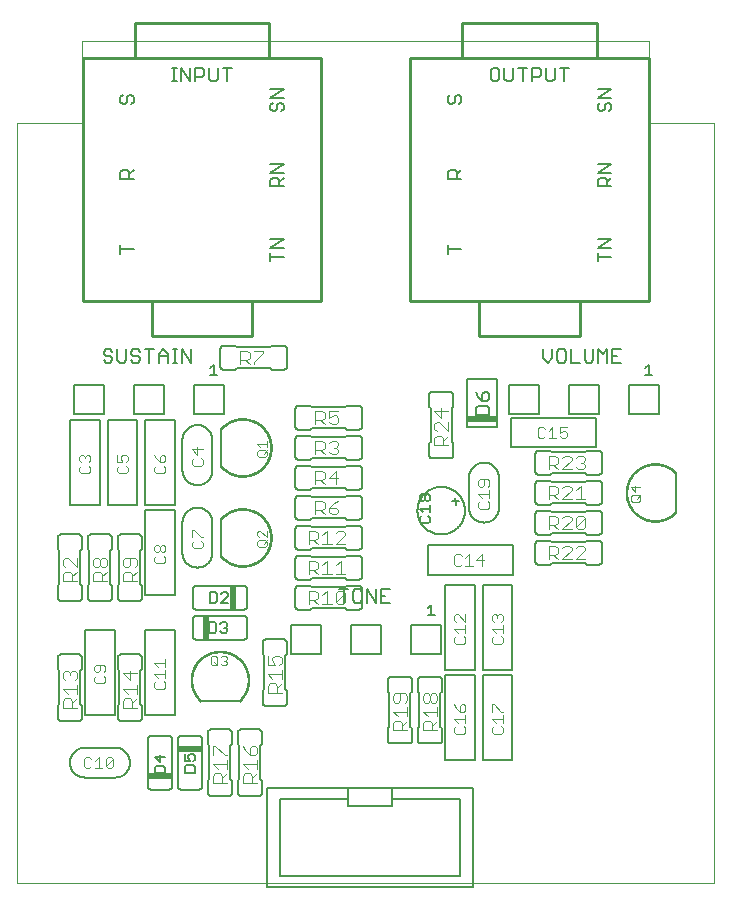
<source format=gto>
G75*
%MOIN*%
%OFA0B0*%
%FSLAX25Y25*%
%IPPOS*%
%LPD*%
%AMOC8*
5,1,8,0,0,1.08239X$1,22.5*
%
%ADD10C,0.00600*%
%ADD11C,0.00400*%
%ADD12C,0.00300*%
%ADD13C,0.00060*%
%ADD14C,0.00500*%
%ADD15R,0.02000X0.08000*%
%ADD16R,0.08000X0.02000*%
%ADD17C,0.00000*%
%ADD18C,0.01000*%
%ADD19R,0.10000X0.02000*%
%ADD20C,0.00800*%
D10*
X0027500Y0037935D02*
X0037500Y0037935D01*
X0042500Y0042935D02*
X0042498Y0043075D01*
X0042492Y0043215D01*
X0042482Y0043355D01*
X0042469Y0043495D01*
X0042451Y0043634D01*
X0042429Y0043773D01*
X0042404Y0043910D01*
X0042375Y0044048D01*
X0042342Y0044184D01*
X0042305Y0044319D01*
X0042264Y0044453D01*
X0042219Y0044586D01*
X0042171Y0044718D01*
X0042119Y0044848D01*
X0042064Y0044977D01*
X0042005Y0045104D01*
X0041942Y0045230D01*
X0041876Y0045354D01*
X0041807Y0045475D01*
X0041734Y0045595D01*
X0041657Y0045713D01*
X0041578Y0045828D01*
X0041495Y0045942D01*
X0041409Y0046052D01*
X0041320Y0046161D01*
X0041228Y0046267D01*
X0041133Y0046370D01*
X0041036Y0046471D01*
X0040935Y0046568D01*
X0040832Y0046663D01*
X0040726Y0046755D01*
X0040617Y0046844D01*
X0040507Y0046930D01*
X0040393Y0047013D01*
X0040278Y0047092D01*
X0040160Y0047169D01*
X0040040Y0047242D01*
X0039919Y0047311D01*
X0039795Y0047377D01*
X0039669Y0047440D01*
X0039542Y0047499D01*
X0039413Y0047554D01*
X0039283Y0047606D01*
X0039151Y0047654D01*
X0039018Y0047699D01*
X0038884Y0047740D01*
X0038749Y0047777D01*
X0038613Y0047810D01*
X0038475Y0047839D01*
X0038338Y0047864D01*
X0038199Y0047886D01*
X0038060Y0047904D01*
X0037920Y0047917D01*
X0037780Y0047927D01*
X0037640Y0047933D01*
X0037500Y0047935D01*
X0030000Y0047935D01*
X0027500Y0047935D01*
X0022500Y0042935D02*
X0022502Y0042795D01*
X0022508Y0042655D01*
X0022518Y0042515D01*
X0022531Y0042375D01*
X0022549Y0042236D01*
X0022571Y0042097D01*
X0022596Y0041960D01*
X0022625Y0041822D01*
X0022658Y0041686D01*
X0022695Y0041551D01*
X0022736Y0041417D01*
X0022781Y0041284D01*
X0022829Y0041152D01*
X0022881Y0041022D01*
X0022936Y0040893D01*
X0022995Y0040766D01*
X0023058Y0040640D01*
X0023124Y0040516D01*
X0023193Y0040395D01*
X0023266Y0040275D01*
X0023343Y0040157D01*
X0023422Y0040042D01*
X0023505Y0039928D01*
X0023591Y0039818D01*
X0023680Y0039709D01*
X0023772Y0039603D01*
X0023867Y0039500D01*
X0023964Y0039399D01*
X0024065Y0039302D01*
X0024168Y0039207D01*
X0024274Y0039115D01*
X0024383Y0039026D01*
X0024493Y0038940D01*
X0024607Y0038857D01*
X0024722Y0038778D01*
X0024840Y0038701D01*
X0024960Y0038628D01*
X0025081Y0038559D01*
X0025205Y0038493D01*
X0025331Y0038430D01*
X0025458Y0038371D01*
X0025587Y0038316D01*
X0025717Y0038264D01*
X0025849Y0038216D01*
X0025982Y0038171D01*
X0026116Y0038130D01*
X0026251Y0038093D01*
X0026387Y0038060D01*
X0026525Y0038031D01*
X0026662Y0038006D01*
X0026801Y0037984D01*
X0026940Y0037966D01*
X0027080Y0037953D01*
X0027220Y0037943D01*
X0027360Y0037937D01*
X0027500Y0037935D01*
X0022500Y0042935D02*
X0022502Y0043075D01*
X0022508Y0043215D01*
X0022518Y0043355D01*
X0022531Y0043495D01*
X0022549Y0043634D01*
X0022571Y0043773D01*
X0022596Y0043910D01*
X0022625Y0044048D01*
X0022658Y0044184D01*
X0022695Y0044319D01*
X0022736Y0044453D01*
X0022781Y0044586D01*
X0022829Y0044718D01*
X0022881Y0044848D01*
X0022936Y0044977D01*
X0022995Y0045104D01*
X0023058Y0045230D01*
X0023124Y0045354D01*
X0023193Y0045475D01*
X0023266Y0045595D01*
X0023343Y0045713D01*
X0023422Y0045828D01*
X0023505Y0045942D01*
X0023591Y0046052D01*
X0023680Y0046161D01*
X0023772Y0046267D01*
X0023867Y0046370D01*
X0023964Y0046471D01*
X0024065Y0046568D01*
X0024168Y0046663D01*
X0024274Y0046755D01*
X0024383Y0046844D01*
X0024493Y0046930D01*
X0024607Y0047013D01*
X0024722Y0047092D01*
X0024840Y0047169D01*
X0024960Y0047242D01*
X0025081Y0047311D01*
X0025205Y0047377D01*
X0025331Y0047440D01*
X0025458Y0047499D01*
X0025587Y0047554D01*
X0025717Y0047606D01*
X0025849Y0047654D01*
X0025982Y0047699D01*
X0026116Y0047740D01*
X0026251Y0047777D01*
X0026387Y0047810D01*
X0026525Y0047839D01*
X0026662Y0047864D01*
X0026801Y0047886D01*
X0026940Y0047904D01*
X0027080Y0047917D01*
X0027220Y0047927D01*
X0027360Y0047933D01*
X0027500Y0047935D01*
X0025500Y0056872D02*
X0019500Y0056872D01*
X0019440Y0056874D01*
X0019379Y0056879D01*
X0019320Y0056888D01*
X0019261Y0056901D01*
X0019202Y0056917D01*
X0019145Y0056937D01*
X0019090Y0056960D01*
X0019035Y0056987D01*
X0018983Y0057016D01*
X0018932Y0057049D01*
X0018883Y0057085D01*
X0018837Y0057123D01*
X0018793Y0057165D01*
X0018751Y0057209D01*
X0018713Y0057255D01*
X0018677Y0057304D01*
X0018644Y0057355D01*
X0018615Y0057407D01*
X0018588Y0057462D01*
X0018565Y0057517D01*
X0018545Y0057574D01*
X0018529Y0057633D01*
X0018516Y0057692D01*
X0018507Y0057751D01*
X0018502Y0057812D01*
X0018500Y0057872D01*
X0018500Y0061872D01*
X0019000Y0062372D01*
X0019000Y0073498D01*
X0018500Y0073998D01*
X0018500Y0077998D01*
X0018502Y0078058D01*
X0018507Y0078119D01*
X0018516Y0078178D01*
X0018529Y0078237D01*
X0018545Y0078296D01*
X0018565Y0078353D01*
X0018588Y0078408D01*
X0018615Y0078463D01*
X0018644Y0078515D01*
X0018677Y0078566D01*
X0018713Y0078615D01*
X0018751Y0078661D01*
X0018793Y0078705D01*
X0018837Y0078747D01*
X0018883Y0078785D01*
X0018932Y0078821D01*
X0018983Y0078854D01*
X0019035Y0078883D01*
X0019090Y0078910D01*
X0019145Y0078933D01*
X0019202Y0078953D01*
X0019261Y0078969D01*
X0019320Y0078982D01*
X0019379Y0078991D01*
X0019440Y0078996D01*
X0019500Y0078998D01*
X0025500Y0078998D01*
X0025560Y0078996D01*
X0025621Y0078991D01*
X0025680Y0078982D01*
X0025739Y0078969D01*
X0025798Y0078953D01*
X0025855Y0078933D01*
X0025910Y0078910D01*
X0025965Y0078883D01*
X0026017Y0078854D01*
X0026068Y0078821D01*
X0026117Y0078785D01*
X0026163Y0078747D01*
X0026207Y0078705D01*
X0026249Y0078661D01*
X0026287Y0078615D01*
X0026323Y0078566D01*
X0026356Y0078515D01*
X0026385Y0078463D01*
X0026412Y0078408D01*
X0026435Y0078353D01*
X0026455Y0078296D01*
X0026471Y0078237D01*
X0026484Y0078178D01*
X0026493Y0078119D01*
X0026498Y0078058D01*
X0026500Y0077998D01*
X0026500Y0073998D01*
X0026000Y0073498D01*
X0026000Y0062372D01*
X0026500Y0061872D01*
X0026500Y0057872D01*
X0026498Y0057812D01*
X0026493Y0057751D01*
X0026484Y0057692D01*
X0026471Y0057633D01*
X0026455Y0057574D01*
X0026435Y0057517D01*
X0026412Y0057462D01*
X0026385Y0057407D01*
X0026356Y0057355D01*
X0026323Y0057304D01*
X0026287Y0057255D01*
X0026249Y0057209D01*
X0026207Y0057165D01*
X0026163Y0057123D01*
X0026117Y0057085D01*
X0026068Y0057049D01*
X0026017Y0057016D01*
X0025965Y0056987D01*
X0025910Y0056960D01*
X0025855Y0056937D01*
X0025798Y0056917D01*
X0025739Y0056901D01*
X0025680Y0056888D01*
X0025621Y0056879D01*
X0025560Y0056874D01*
X0025500Y0056872D01*
X0027618Y0058829D02*
X0037382Y0058829D01*
X0037382Y0087042D01*
X0027618Y0087042D01*
X0027618Y0058829D01*
X0038500Y0057872D02*
X0038500Y0061872D01*
X0039000Y0062372D01*
X0039000Y0073498D01*
X0038500Y0073998D01*
X0038500Y0077998D01*
X0038502Y0078058D01*
X0038507Y0078119D01*
X0038516Y0078178D01*
X0038529Y0078237D01*
X0038545Y0078296D01*
X0038565Y0078353D01*
X0038588Y0078408D01*
X0038615Y0078463D01*
X0038644Y0078515D01*
X0038677Y0078566D01*
X0038713Y0078615D01*
X0038751Y0078661D01*
X0038793Y0078705D01*
X0038837Y0078747D01*
X0038883Y0078785D01*
X0038932Y0078821D01*
X0038983Y0078854D01*
X0039035Y0078883D01*
X0039090Y0078910D01*
X0039145Y0078933D01*
X0039202Y0078953D01*
X0039261Y0078969D01*
X0039320Y0078982D01*
X0039379Y0078991D01*
X0039440Y0078996D01*
X0039500Y0078998D01*
X0045500Y0078998D01*
X0045560Y0078996D01*
X0045621Y0078991D01*
X0045680Y0078982D01*
X0045739Y0078969D01*
X0045798Y0078953D01*
X0045855Y0078933D01*
X0045910Y0078910D01*
X0045965Y0078883D01*
X0046017Y0078854D01*
X0046068Y0078821D01*
X0046117Y0078785D01*
X0046163Y0078747D01*
X0046207Y0078705D01*
X0046249Y0078661D01*
X0046287Y0078615D01*
X0046323Y0078566D01*
X0046356Y0078515D01*
X0046385Y0078463D01*
X0046412Y0078408D01*
X0046435Y0078353D01*
X0046455Y0078296D01*
X0046471Y0078237D01*
X0046484Y0078178D01*
X0046493Y0078119D01*
X0046498Y0078058D01*
X0046500Y0077998D01*
X0046500Y0073998D01*
X0046000Y0073498D01*
X0046000Y0062372D01*
X0046500Y0061872D01*
X0046500Y0057872D01*
X0046498Y0057812D01*
X0046493Y0057751D01*
X0046484Y0057692D01*
X0046471Y0057633D01*
X0046455Y0057574D01*
X0046435Y0057517D01*
X0046412Y0057462D01*
X0046385Y0057407D01*
X0046356Y0057355D01*
X0046323Y0057304D01*
X0046287Y0057255D01*
X0046249Y0057209D01*
X0046207Y0057165D01*
X0046163Y0057123D01*
X0046117Y0057085D01*
X0046068Y0057049D01*
X0046017Y0057016D01*
X0045965Y0056987D01*
X0045910Y0056960D01*
X0045855Y0056937D01*
X0045798Y0056917D01*
X0045739Y0056901D01*
X0045680Y0056888D01*
X0045621Y0056879D01*
X0045560Y0056874D01*
X0045500Y0056872D01*
X0039500Y0056872D01*
X0039440Y0056874D01*
X0039379Y0056879D01*
X0039320Y0056888D01*
X0039261Y0056901D01*
X0039202Y0056917D01*
X0039145Y0056937D01*
X0039090Y0056960D01*
X0039035Y0056987D01*
X0038983Y0057016D01*
X0038932Y0057049D01*
X0038883Y0057085D01*
X0038837Y0057123D01*
X0038793Y0057165D01*
X0038751Y0057209D01*
X0038713Y0057255D01*
X0038677Y0057304D01*
X0038644Y0057355D01*
X0038615Y0057407D01*
X0038588Y0057462D01*
X0038565Y0057517D01*
X0038545Y0057574D01*
X0038529Y0057633D01*
X0038516Y0057692D01*
X0038507Y0057751D01*
X0038502Y0057812D01*
X0038500Y0057872D01*
X0047618Y0058829D02*
X0057382Y0058829D01*
X0057382Y0087042D01*
X0047618Y0087042D01*
X0047618Y0058829D01*
X0049500Y0051935D02*
X0055500Y0051935D01*
X0055560Y0051933D01*
X0055621Y0051928D01*
X0055680Y0051919D01*
X0055739Y0051906D01*
X0055798Y0051890D01*
X0055855Y0051870D01*
X0055910Y0051847D01*
X0055965Y0051820D01*
X0056017Y0051791D01*
X0056068Y0051758D01*
X0056117Y0051722D01*
X0056163Y0051684D01*
X0056207Y0051642D01*
X0056249Y0051598D01*
X0056287Y0051552D01*
X0056323Y0051503D01*
X0056356Y0051452D01*
X0056385Y0051400D01*
X0056412Y0051345D01*
X0056435Y0051290D01*
X0056455Y0051233D01*
X0056471Y0051174D01*
X0056484Y0051115D01*
X0056493Y0051056D01*
X0056498Y0050995D01*
X0056500Y0050935D01*
X0056500Y0034935D01*
X0056498Y0034875D01*
X0056493Y0034814D01*
X0056484Y0034755D01*
X0056471Y0034696D01*
X0056455Y0034637D01*
X0056435Y0034580D01*
X0056412Y0034525D01*
X0056385Y0034470D01*
X0056356Y0034418D01*
X0056323Y0034367D01*
X0056287Y0034318D01*
X0056249Y0034272D01*
X0056207Y0034228D01*
X0056163Y0034186D01*
X0056117Y0034148D01*
X0056068Y0034112D01*
X0056017Y0034079D01*
X0055965Y0034050D01*
X0055910Y0034023D01*
X0055855Y0034000D01*
X0055798Y0033980D01*
X0055739Y0033964D01*
X0055680Y0033951D01*
X0055621Y0033942D01*
X0055560Y0033937D01*
X0055500Y0033935D01*
X0049500Y0033935D01*
X0049440Y0033937D01*
X0049379Y0033942D01*
X0049320Y0033951D01*
X0049261Y0033964D01*
X0049202Y0033980D01*
X0049145Y0034000D01*
X0049090Y0034023D01*
X0049035Y0034050D01*
X0048983Y0034079D01*
X0048932Y0034112D01*
X0048883Y0034148D01*
X0048837Y0034186D01*
X0048793Y0034228D01*
X0048751Y0034272D01*
X0048713Y0034318D01*
X0048677Y0034367D01*
X0048644Y0034418D01*
X0048615Y0034470D01*
X0048588Y0034525D01*
X0048565Y0034580D01*
X0048545Y0034637D01*
X0048529Y0034696D01*
X0048516Y0034755D01*
X0048507Y0034814D01*
X0048502Y0034875D01*
X0048500Y0034935D01*
X0048500Y0050935D01*
X0048502Y0050995D01*
X0048507Y0051056D01*
X0048516Y0051115D01*
X0048529Y0051174D01*
X0048545Y0051233D01*
X0048565Y0051290D01*
X0048588Y0051345D01*
X0048615Y0051400D01*
X0048644Y0051452D01*
X0048677Y0051503D01*
X0048713Y0051552D01*
X0048751Y0051598D01*
X0048793Y0051642D01*
X0048837Y0051684D01*
X0048883Y0051722D01*
X0048932Y0051758D01*
X0048983Y0051791D01*
X0049035Y0051820D01*
X0049090Y0051847D01*
X0049145Y0051870D01*
X0049202Y0051890D01*
X0049261Y0051906D01*
X0049320Y0051919D01*
X0049379Y0051928D01*
X0049440Y0051933D01*
X0049500Y0051935D01*
X0058500Y0050935D02*
X0058500Y0034935D01*
X0058502Y0034875D01*
X0058507Y0034814D01*
X0058516Y0034755D01*
X0058529Y0034696D01*
X0058545Y0034637D01*
X0058565Y0034580D01*
X0058588Y0034525D01*
X0058615Y0034470D01*
X0058644Y0034418D01*
X0058677Y0034367D01*
X0058713Y0034318D01*
X0058751Y0034272D01*
X0058793Y0034228D01*
X0058837Y0034186D01*
X0058883Y0034148D01*
X0058932Y0034112D01*
X0058983Y0034079D01*
X0059035Y0034050D01*
X0059090Y0034023D01*
X0059145Y0034000D01*
X0059202Y0033980D01*
X0059261Y0033964D01*
X0059320Y0033951D01*
X0059379Y0033942D01*
X0059440Y0033937D01*
X0059500Y0033935D01*
X0065500Y0033935D01*
X0065560Y0033937D01*
X0065621Y0033942D01*
X0065680Y0033951D01*
X0065739Y0033964D01*
X0065798Y0033980D01*
X0065855Y0034000D01*
X0065910Y0034023D01*
X0065965Y0034050D01*
X0066017Y0034079D01*
X0066068Y0034112D01*
X0066117Y0034148D01*
X0066163Y0034186D01*
X0066207Y0034228D01*
X0066249Y0034272D01*
X0066287Y0034318D01*
X0066323Y0034367D01*
X0066356Y0034418D01*
X0066385Y0034470D01*
X0066412Y0034525D01*
X0066435Y0034580D01*
X0066455Y0034637D01*
X0066471Y0034696D01*
X0066484Y0034755D01*
X0066493Y0034814D01*
X0066498Y0034875D01*
X0066500Y0034935D01*
X0066500Y0050935D01*
X0066498Y0050995D01*
X0066493Y0051056D01*
X0066484Y0051115D01*
X0066471Y0051174D01*
X0066455Y0051233D01*
X0066435Y0051290D01*
X0066412Y0051345D01*
X0066385Y0051400D01*
X0066356Y0051452D01*
X0066323Y0051503D01*
X0066287Y0051552D01*
X0066249Y0051598D01*
X0066207Y0051642D01*
X0066163Y0051684D01*
X0066117Y0051722D01*
X0066068Y0051758D01*
X0066017Y0051791D01*
X0065965Y0051820D01*
X0065910Y0051847D01*
X0065855Y0051870D01*
X0065798Y0051890D01*
X0065739Y0051906D01*
X0065680Y0051919D01*
X0065621Y0051928D01*
X0065560Y0051933D01*
X0065500Y0051935D01*
X0059500Y0051935D01*
X0059440Y0051933D01*
X0059379Y0051928D01*
X0059320Y0051919D01*
X0059261Y0051906D01*
X0059202Y0051890D01*
X0059145Y0051870D01*
X0059090Y0051847D01*
X0059035Y0051820D01*
X0058983Y0051791D01*
X0058932Y0051758D01*
X0058883Y0051722D01*
X0058837Y0051684D01*
X0058793Y0051642D01*
X0058751Y0051598D01*
X0058713Y0051552D01*
X0058677Y0051503D01*
X0058644Y0051452D01*
X0058615Y0051400D01*
X0058588Y0051345D01*
X0058565Y0051290D01*
X0058545Y0051233D01*
X0058529Y0051174D01*
X0058516Y0051115D01*
X0058507Y0051056D01*
X0058502Y0050995D01*
X0058500Y0050935D01*
X0068500Y0048998D02*
X0068500Y0052998D01*
X0068502Y0053058D01*
X0068507Y0053119D01*
X0068516Y0053178D01*
X0068529Y0053237D01*
X0068545Y0053296D01*
X0068565Y0053353D01*
X0068588Y0053408D01*
X0068615Y0053463D01*
X0068644Y0053515D01*
X0068677Y0053566D01*
X0068713Y0053615D01*
X0068751Y0053661D01*
X0068793Y0053705D01*
X0068837Y0053747D01*
X0068883Y0053785D01*
X0068932Y0053821D01*
X0068983Y0053854D01*
X0069035Y0053883D01*
X0069090Y0053910D01*
X0069145Y0053933D01*
X0069202Y0053953D01*
X0069261Y0053969D01*
X0069320Y0053982D01*
X0069379Y0053991D01*
X0069440Y0053996D01*
X0069500Y0053998D01*
X0075500Y0053998D01*
X0075560Y0053996D01*
X0075621Y0053991D01*
X0075680Y0053982D01*
X0075739Y0053969D01*
X0075798Y0053953D01*
X0075855Y0053933D01*
X0075910Y0053910D01*
X0075965Y0053883D01*
X0076017Y0053854D01*
X0076068Y0053821D01*
X0076117Y0053785D01*
X0076163Y0053747D01*
X0076207Y0053705D01*
X0076249Y0053661D01*
X0076287Y0053615D01*
X0076323Y0053566D01*
X0076356Y0053515D01*
X0076385Y0053463D01*
X0076412Y0053408D01*
X0076435Y0053353D01*
X0076455Y0053296D01*
X0076471Y0053237D01*
X0076484Y0053178D01*
X0076493Y0053119D01*
X0076498Y0053058D01*
X0076500Y0052998D01*
X0076500Y0048998D01*
X0076000Y0048498D01*
X0076000Y0037372D01*
X0076500Y0036872D01*
X0076500Y0032872D01*
X0076498Y0032812D01*
X0076493Y0032751D01*
X0076484Y0032692D01*
X0076471Y0032633D01*
X0076455Y0032574D01*
X0076435Y0032517D01*
X0076412Y0032462D01*
X0076385Y0032407D01*
X0076356Y0032355D01*
X0076323Y0032304D01*
X0076287Y0032255D01*
X0076249Y0032209D01*
X0076207Y0032165D01*
X0076163Y0032123D01*
X0076117Y0032085D01*
X0076068Y0032049D01*
X0076017Y0032016D01*
X0075965Y0031987D01*
X0075910Y0031960D01*
X0075855Y0031937D01*
X0075798Y0031917D01*
X0075739Y0031901D01*
X0075680Y0031888D01*
X0075621Y0031879D01*
X0075560Y0031874D01*
X0075500Y0031872D01*
X0069500Y0031872D01*
X0069440Y0031874D01*
X0069379Y0031879D01*
X0069320Y0031888D01*
X0069261Y0031901D01*
X0069202Y0031917D01*
X0069145Y0031937D01*
X0069090Y0031960D01*
X0069035Y0031987D01*
X0068983Y0032016D01*
X0068932Y0032049D01*
X0068883Y0032085D01*
X0068837Y0032123D01*
X0068793Y0032165D01*
X0068751Y0032209D01*
X0068713Y0032255D01*
X0068677Y0032304D01*
X0068644Y0032355D01*
X0068615Y0032407D01*
X0068588Y0032462D01*
X0068565Y0032517D01*
X0068545Y0032574D01*
X0068529Y0032633D01*
X0068516Y0032692D01*
X0068507Y0032751D01*
X0068502Y0032812D01*
X0068500Y0032872D01*
X0068500Y0036872D01*
X0069000Y0037372D01*
X0069000Y0048498D01*
X0068500Y0048998D01*
X0078500Y0048998D02*
X0078500Y0052998D01*
X0078502Y0053058D01*
X0078507Y0053119D01*
X0078516Y0053178D01*
X0078529Y0053237D01*
X0078545Y0053296D01*
X0078565Y0053353D01*
X0078588Y0053408D01*
X0078615Y0053463D01*
X0078644Y0053515D01*
X0078677Y0053566D01*
X0078713Y0053615D01*
X0078751Y0053661D01*
X0078793Y0053705D01*
X0078837Y0053747D01*
X0078883Y0053785D01*
X0078932Y0053821D01*
X0078983Y0053854D01*
X0079035Y0053883D01*
X0079090Y0053910D01*
X0079145Y0053933D01*
X0079202Y0053953D01*
X0079261Y0053969D01*
X0079320Y0053982D01*
X0079379Y0053991D01*
X0079440Y0053996D01*
X0079500Y0053998D01*
X0085500Y0053998D01*
X0085560Y0053996D01*
X0085621Y0053991D01*
X0085680Y0053982D01*
X0085739Y0053969D01*
X0085798Y0053953D01*
X0085855Y0053933D01*
X0085910Y0053910D01*
X0085965Y0053883D01*
X0086017Y0053854D01*
X0086068Y0053821D01*
X0086117Y0053785D01*
X0086163Y0053747D01*
X0086207Y0053705D01*
X0086249Y0053661D01*
X0086287Y0053615D01*
X0086323Y0053566D01*
X0086356Y0053515D01*
X0086385Y0053463D01*
X0086412Y0053408D01*
X0086435Y0053353D01*
X0086455Y0053296D01*
X0086471Y0053237D01*
X0086484Y0053178D01*
X0086493Y0053119D01*
X0086498Y0053058D01*
X0086500Y0052998D01*
X0086500Y0048998D01*
X0086000Y0048498D01*
X0086000Y0037372D01*
X0086500Y0036872D01*
X0086500Y0032872D01*
X0086498Y0032812D01*
X0086493Y0032751D01*
X0086484Y0032692D01*
X0086471Y0032633D01*
X0086455Y0032574D01*
X0086435Y0032517D01*
X0086412Y0032462D01*
X0086385Y0032407D01*
X0086356Y0032355D01*
X0086323Y0032304D01*
X0086287Y0032255D01*
X0086249Y0032209D01*
X0086207Y0032165D01*
X0086163Y0032123D01*
X0086117Y0032085D01*
X0086068Y0032049D01*
X0086017Y0032016D01*
X0085965Y0031987D01*
X0085910Y0031960D01*
X0085855Y0031937D01*
X0085798Y0031917D01*
X0085739Y0031901D01*
X0085680Y0031888D01*
X0085621Y0031879D01*
X0085560Y0031874D01*
X0085500Y0031872D01*
X0079500Y0031872D01*
X0079440Y0031874D01*
X0079379Y0031879D01*
X0079320Y0031888D01*
X0079261Y0031901D01*
X0079202Y0031917D01*
X0079145Y0031937D01*
X0079090Y0031960D01*
X0079035Y0031987D01*
X0078983Y0032016D01*
X0078932Y0032049D01*
X0078883Y0032085D01*
X0078837Y0032123D01*
X0078793Y0032165D01*
X0078751Y0032209D01*
X0078713Y0032255D01*
X0078677Y0032304D01*
X0078644Y0032355D01*
X0078615Y0032407D01*
X0078588Y0032462D01*
X0078565Y0032517D01*
X0078545Y0032574D01*
X0078529Y0032633D01*
X0078516Y0032692D01*
X0078507Y0032751D01*
X0078502Y0032812D01*
X0078500Y0032872D01*
X0078500Y0036872D01*
X0079000Y0037372D01*
X0079000Y0048498D01*
X0078500Y0048998D01*
X0078921Y0063435D02*
X0066079Y0063435D01*
X0064500Y0083935D02*
X0080500Y0083935D01*
X0080560Y0083937D01*
X0080621Y0083942D01*
X0080680Y0083951D01*
X0080739Y0083964D01*
X0080798Y0083980D01*
X0080855Y0084000D01*
X0080910Y0084023D01*
X0080965Y0084050D01*
X0081017Y0084079D01*
X0081068Y0084112D01*
X0081117Y0084148D01*
X0081163Y0084186D01*
X0081207Y0084228D01*
X0081249Y0084272D01*
X0081287Y0084318D01*
X0081323Y0084367D01*
X0081356Y0084418D01*
X0081385Y0084470D01*
X0081412Y0084525D01*
X0081435Y0084580D01*
X0081455Y0084637D01*
X0081471Y0084696D01*
X0081484Y0084755D01*
X0081493Y0084814D01*
X0081498Y0084875D01*
X0081500Y0084935D01*
X0081500Y0090935D01*
X0081498Y0090995D01*
X0081493Y0091056D01*
X0081484Y0091115D01*
X0081471Y0091174D01*
X0081455Y0091233D01*
X0081435Y0091290D01*
X0081412Y0091345D01*
X0081385Y0091400D01*
X0081356Y0091452D01*
X0081323Y0091503D01*
X0081287Y0091552D01*
X0081249Y0091598D01*
X0081207Y0091642D01*
X0081163Y0091684D01*
X0081117Y0091722D01*
X0081068Y0091758D01*
X0081017Y0091791D01*
X0080965Y0091820D01*
X0080910Y0091847D01*
X0080855Y0091870D01*
X0080798Y0091890D01*
X0080739Y0091906D01*
X0080680Y0091919D01*
X0080621Y0091928D01*
X0080560Y0091933D01*
X0080500Y0091935D01*
X0064500Y0091935D01*
X0064440Y0091933D01*
X0064379Y0091928D01*
X0064320Y0091919D01*
X0064261Y0091906D01*
X0064202Y0091890D01*
X0064145Y0091870D01*
X0064090Y0091847D01*
X0064035Y0091820D01*
X0063983Y0091791D01*
X0063932Y0091758D01*
X0063883Y0091722D01*
X0063837Y0091684D01*
X0063793Y0091642D01*
X0063751Y0091598D01*
X0063713Y0091552D01*
X0063677Y0091503D01*
X0063644Y0091452D01*
X0063615Y0091400D01*
X0063588Y0091345D01*
X0063565Y0091290D01*
X0063545Y0091233D01*
X0063529Y0091174D01*
X0063516Y0091115D01*
X0063507Y0091056D01*
X0063502Y0090995D01*
X0063500Y0090935D01*
X0063500Y0084935D01*
X0063502Y0084875D01*
X0063507Y0084814D01*
X0063516Y0084755D01*
X0063529Y0084696D01*
X0063545Y0084637D01*
X0063565Y0084580D01*
X0063588Y0084525D01*
X0063615Y0084470D01*
X0063644Y0084418D01*
X0063677Y0084367D01*
X0063713Y0084318D01*
X0063751Y0084272D01*
X0063793Y0084228D01*
X0063837Y0084186D01*
X0063883Y0084148D01*
X0063932Y0084112D01*
X0063983Y0084079D01*
X0064035Y0084050D01*
X0064090Y0084023D01*
X0064145Y0084000D01*
X0064202Y0083980D01*
X0064261Y0083964D01*
X0064320Y0083951D01*
X0064379Y0083942D01*
X0064440Y0083937D01*
X0064500Y0083935D01*
X0064500Y0093935D02*
X0080500Y0093935D01*
X0080560Y0093937D01*
X0080621Y0093942D01*
X0080680Y0093951D01*
X0080739Y0093964D01*
X0080798Y0093980D01*
X0080855Y0094000D01*
X0080910Y0094023D01*
X0080965Y0094050D01*
X0081017Y0094079D01*
X0081068Y0094112D01*
X0081117Y0094148D01*
X0081163Y0094186D01*
X0081207Y0094228D01*
X0081249Y0094272D01*
X0081287Y0094318D01*
X0081323Y0094367D01*
X0081356Y0094418D01*
X0081385Y0094470D01*
X0081412Y0094525D01*
X0081435Y0094580D01*
X0081455Y0094637D01*
X0081471Y0094696D01*
X0081484Y0094755D01*
X0081493Y0094814D01*
X0081498Y0094875D01*
X0081500Y0094935D01*
X0081500Y0100935D01*
X0081498Y0100995D01*
X0081493Y0101056D01*
X0081484Y0101115D01*
X0081471Y0101174D01*
X0081455Y0101233D01*
X0081435Y0101290D01*
X0081412Y0101345D01*
X0081385Y0101400D01*
X0081356Y0101452D01*
X0081323Y0101503D01*
X0081287Y0101552D01*
X0081249Y0101598D01*
X0081207Y0101642D01*
X0081163Y0101684D01*
X0081117Y0101722D01*
X0081068Y0101758D01*
X0081017Y0101791D01*
X0080965Y0101820D01*
X0080910Y0101847D01*
X0080855Y0101870D01*
X0080798Y0101890D01*
X0080739Y0101906D01*
X0080680Y0101919D01*
X0080621Y0101928D01*
X0080560Y0101933D01*
X0080500Y0101935D01*
X0064500Y0101935D01*
X0064440Y0101933D01*
X0064379Y0101928D01*
X0064320Y0101919D01*
X0064261Y0101906D01*
X0064202Y0101890D01*
X0064145Y0101870D01*
X0064090Y0101847D01*
X0064035Y0101820D01*
X0063983Y0101791D01*
X0063932Y0101758D01*
X0063883Y0101722D01*
X0063837Y0101684D01*
X0063793Y0101642D01*
X0063751Y0101598D01*
X0063713Y0101552D01*
X0063677Y0101503D01*
X0063644Y0101452D01*
X0063615Y0101400D01*
X0063588Y0101345D01*
X0063565Y0101290D01*
X0063545Y0101233D01*
X0063529Y0101174D01*
X0063516Y0101115D01*
X0063507Y0101056D01*
X0063502Y0100995D01*
X0063500Y0100935D01*
X0063500Y0094935D01*
X0063502Y0094875D01*
X0063507Y0094814D01*
X0063516Y0094755D01*
X0063529Y0094696D01*
X0063545Y0094637D01*
X0063565Y0094580D01*
X0063588Y0094525D01*
X0063615Y0094470D01*
X0063644Y0094418D01*
X0063677Y0094367D01*
X0063713Y0094318D01*
X0063751Y0094272D01*
X0063793Y0094228D01*
X0063837Y0094186D01*
X0063883Y0094148D01*
X0063932Y0094112D01*
X0063983Y0094079D01*
X0064035Y0094050D01*
X0064090Y0094023D01*
X0064145Y0094000D01*
X0064202Y0093980D01*
X0064261Y0093964D01*
X0064320Y0093951D01*
X0064379Y0093942D01*
X0064440Y0093937D01*
X0064500Y0093935D01*
X0057382Y0098829D02*
X0047618Y0098829D01*
X0047618Y0127042D01*
X0057382Y0127042D01*
X0057382Y0098829D01*
X0046500Y0097872D02*
X0046500Y0101872D01*
X0046000Y0102372D01*
X0046000Y0113498D01*
X0046500Y0113998D01*
X0046500Y0117998D01*
X0046498Y0118058D01*
X0046493Y0118119D01*
X0046484Y0118178D01*
X0046471Y0118237D01*
X0046455Y0118296D01*
X0046435Y0118353D01*
X0046412Y0118408D01*
X0046385Y0118463D01*
X0046356Y0118515D01*
X0046323Y0118566D01*
X0046287Y0118615D01*
X0046249Y0118661D01*
X0046207Y0118705D01*
X0046163Y0118747D01*
X0046117Y0118785D01*
X0046068Y0118821D01*
X0046017Y0118854D01*
X0045965Y0118883D01*
X0045910Y0118910D01*
X0045855Y0118933D01*
X0045798Y0118953D01*
X0045739Y0118969D01*
X0045680Y0118982D01*
X0045621Y0118991D01*
X0045560Y0118996D01*
X0045500Y0118998D01*
X0039500Y0118998D01*
X0039440Y0118996D01*
X0039379Y0118991D01*
X0039320Y0118982D01*
X0039261Y0118969D01*
X0039202Y0118953D01*
X0039145Y0118933D01*
X0039090Y0118910D01*
X0039035Y0118883D01*
X0038983Y0118854D01*
X0038932Y0118821D01*
X0038883Y0118785D01*
X0038837Y0118747D01*
X0038793Y0118705D01*
X0038751Y0118661D01*
X0038713Y0118615D01*
X0038677Y0118566D01*
X0038644Y0118515D01*
X0038615Y0118463D01*
X0038588Y0118408D01*
X0038565Y0118353D01*
X0038545Y0118296D01*
X0038529Y0118237D01*
X0038516Y0118178D01*
X0038507Y0118119D01*
X0038502Y0118058D01*
X0038500Y0117998D01*
X0038500Y0113998D01*
X0039000Y0113498D01*
X0039000Y0102372D01*
X0038500Y0101872D01*
X0038500Y0097872D01*
X0038502Y0097812D01*
X0038507Y0097751D01*
X0038516Y0097692D01*
X0038529Y0097633D01*
X0038545Y0097574D01*
X0038565Y0097517D01*
X0038588Y0097462D01*
X0038615Y0097407D01*
X0038644Y0097355D01*
X0038677Y0097304D01*
X0038713Y0097255D01*
X0038751Y0097209D01*
X0038793Y0097165D01*
X0038837Y0097123D01*
X0038883Y0097085D01*
X0038932Y0097049D01*
X0038983Y0097016D01*
X0039035Y0096987D01*
X0039090Y0096960D01*
X0039145Y0096937D01*
X0039202Y0096917D01*
X0039261Y0096901D01*
X0039320Y0096888D01*
X0039379Y0096879D01*
X0039440Y0096874D01*
X0039500Y0096872D01*
X0045500Y0096872D01*
X0045560Y0096874D01*
X0045621Y0096879D01*
X0045680Y0096888D01*
X0045739Y0096901D01*
X0045798Y0096917D01*
X0045855Y0096937D01*
X0045910Y0096960D01*
X0045965Y0096987D01*
X0046017Y0097016D01*
X0046068Y0097049D01*
X0046117Y0097085D01*
X0046163Y0097123D01*
X0046207Y0097165D01*
X0046249Y0097209D01*
X0046287Y0097255D01*
X0046323Y0097304D01*
X0046356Y0097355D01*
X0046385Y0097407D01*
X0046412Y0097462D01*
X0046435Y0097517D01*
X0046455Y0097574D01*
X0046471Y0097633D01*
X0046484Y0097692D01*
X0046493Y0097751D01*
X0046498Y0097812D01*
X0046500Y0097872D01*
X0036500Y0097872D02*
X0036500Y0101872D01*
X0036000Y0102372D01*
X0036000Y0113498D01*
X0036500Y0113998D01*
X0036500Y0117998D01*
X0036498Y0118058D01*
X0036493Y0118119D01*
X0036484Y0118178D01*
X0036471Y0118237D01*
X0036455Y0118296D01*
X0036435Y0118353D01*
X0036412Y0118408D01*
X0036385Y0118463D01*
X0036356Y0118515D01*
X0036323Y0118566D01*
X0036287Y0118615D01*
X0036249Y0118661D01*
X0036207Y0118705D01*
X0036163Y0118747D01*
X0036117Y0118785D01*
X0036068Y0118821D01*
X0036017Y0118854D01*
X0035965Y0118883D01*
X0035910Y0118910D01*
X0035855Y0118933D01*
X0035798Y0118953D01*
X0035739Y0118969D01*
X0035680Y0118982D01*
X0035621Y0118991D01*
X0035560Y0118996D01*
X0035500Y0118998D01*
X0029500Y0118998D01*
X0029440Y0118996D01*
X0029379Y0118991D01*
X0029320Y0118982D01*
X0029261Y0118969D01*
X0029202Y0118953D01*
X0029145Y0118933D01*
X0029090Y0118910D01*
X0029035Y0118883D01*
X0028983Y0118854D01*
X0028932Y0118821D01*
X0028883Y0118785D01*
X0028837Y0118747D01*
X0028793Y0118705D01*
X0028751Y0118661D01*
X0028713Y0118615D01*
X0028677Y0118566D01*
X0028644Y0118515D01*
X0028615Y0118463D01*
X0028588Y0118408D01*
X0028565Y0118353D01*
X0028545Y0118296D01*
X0028529Y0118237D01*
X0028516Y0118178D01*
X0028507Y0118119D01*
X0028502Y0118058D01*
X0028500Y0117998D01*
X0028500Y0113998D01*
X0029000Y0113498D01*
X0029000Y0102372D01*
X0028500Y0101872D01*
X0028500Y0097872D01*
X0028502Y0097812D01*
X0028507Y0097751D01*
X0028516Y0097692D01*
X0028529Y0097633D01*
X0028545Y0097574D01*
X0028565Y0097517D01*
X0028588Y0097462D01*
X0028615Y0097407D01*
X0028644Y0097355D01*
X0028677Y0097304D01*
X0028713Y0097255D01*
X0028751Y0097209D01*
X0028793Y0097165D01*
X0028837Y0097123D01*
X0028883Y0097085D01*
X0028932Y0097049D01*
X0028983Y0097016D01*
X0029035Y0096987D01*
X0029090Y0096960D01*
X0029145Y0096937D01*
X0029202Y0096917D01*
X0029261Y0096901D01*
X0029320Y0096888D01*
X0029379Y0096879D01*
X0029440Y0096874D01*
X0029500Y0096872D01*
X0035500Y0096872D01*
X0035560Y0096874D01*
X0035621Y0096879D01*
X0035680Y0096888D01*
X0035739Y0096901D01*
X0035798Y0096917D01*
X0035855Y0096937D01*
X0035910Y0096960D01*
X0035965Y0096987D01*
X0036017Y0097016D01*
X0036068Y0097049D01*
X0036117Y0097085D01*
X0036163Y0097123D01*
X0036207Y0097165D01*
X0036249Y0097209D01*
X0036287Y0097255D01*
X0036323Y0097304D01*
X0036356Y0097355D01*
X0036385Y0097407D01*
X0036412Y0097462D01*
X0036435Y0097517D01*
X0036455Y0097574D01*
X0036471Y0097633D01*
X0036484Y0097692D01*
X0036493Y0097751D01*
X0036498Y0097812D01*
X0036500Y0097872D01*
X0026500Y0097872D02*
X0026500Y0101872D01*
X0026000Y0102372D01*
X0026000Y0113498D01*
X0026500Y0113998D01*
X0026500Y0117998D01*
X0026498Y0118058D01*
X0026493Y0118119D01*
X0026484Y0118178D01*
X0026471Y0118237D01*
X0026455Y0118296D01*
X0026435Y0118353D01*
X0026412Y0118408D01*
X0026385Y0118463D01*
X0026356Y0118515D01*
X0026323Y0118566D01*
X0026287Y0118615D01*
X0026249Y0118661D01*
X0026207Y0118705D01*
X0026163Y0118747D01*
X0026117Y0118785D01*
X0026068Y0118821D01*
X0026017Y0118854D01*
X0025965Y0118883D01*
X0025910Y0118910D01*
X0025855Y0118933D01*
X0025798Y0118953D01*
X0025739Y0118969D01*
X0025680Y0118982D01*
X0025621Y0118991D01*
X0025560Y0118996D01*
X0025500Y0118998D01*
X0019500Y0118998D01*
X0019440Y0118996D01*
X0019379Y0118991D01*
X0019320Y0118982D01*
X0019261Y0118969D01*
X0019202Y0118953D01*
X0019145Y0118933D01*
X0019090Y0118910D01*
X0019035Y0118883D01*
X0018983Y0118854D01*
X0018932Y0118821D01*
X0018883Y0118785D01*
X0018837Y0118747D01*
X0018793Y0118705D01*
X0018751Y0118661D01*
X0018713Y0118615D01*
X0018677Y0118566D01*
X0018644Y0118515D01*
X0018615Y0118463D01*
X0018588Y0118408D01*
X0018565Y0118353D01*
X0018545Y0118296D01*
X0018529Y0118237D01*
X0018516Y0118178D01*
X0018507Y0118119D01*
X0018502Y0118058D01*
X0018500Y0117998D01*
X0018500Y0113998D01*
X0019000Y0113498D01*
X0019000Y0102372D01*
X0018500Y0101872D01*
X0018500Y0097872D01*
X0018502Y0097812D01*
X0018507Y0097751D01*
X0018516Y0097692D01*
X0018529Y0097633D01*
X0018545Y0097574D01*
X0018565Y0097517D01*
X0018588Y0097462D01*
X0018615Y0097407D01*
X0018644Y0097355D01*
X0018677Y0097304D01*
X0018713Y0097255D01*
X0018751Y0097209D01*
X0018793Y0097165D01*
X0018837Y0097123D01*
X0018883Y0097085D01*
X0018932Y0097049D01*
X0018983Y0097016D01*
X0019035Y0096987D01*
X0019090Y0096960D01*
X0019145Y0096937D01*
X0019202Y0096917D01*
X0019261Y0096901D01*
X0019320Y0096888D01*
X0019379Y0096879D01*
X0019440Y0096874D01*
X0019500Y0096872D01*
X0025500Y0096872D01*
X0025560Y0096874D01*
X0025621Y0096879D01*
X0025680Y0096888D01*
X0025739Y0096901D01*
X0025798Y0096917D01*
X0025855Y0096937D01*
X0025910Y0096960D01*
X0025965Y0096987D01*
X0026017Y0097016D01*
X0026068Y0097049D01*
X0026117Y0097085D01*
X0026163Y0097123D01*
X0026207Y0097165D01*
X0026249Y0097209D01*
X0026287Y0097255D01*
X0026323Y0097304D01*
X0026356Y0097355D01*
X0026385Y0097407D01*
X0026412Y0097462D01*
X0026435Y0097517D01*
X0026455Y0097574D01*
X0026471Y0097633D01*
X0026484Y0097692D01*
X0026493Y0097751D01*
X0026498Y0097812D01*
X0026500Y0097872D01*
X0022618Y0128829D02*
X0022618Y0157042D01*
X0032382Y0157042D01*
X0032382Y0128829D01*
X0022618Y0128829D01*
X0035118Y0128829D02*
X0035118Y0157042D01*
X0044882Y0157042D01*
X0044882Y0128829D01*
X0035118Y0128829D01*
X0047618Y0128829D02*
X0057382Y0128829D01*
X0057382Y0157042D01*
X0047618Y0157042D01*
X0047618Y0128829D01*
X0060000Y0122935D02*
X0060000Y0112935D01*
X0065000Y0107935D02*
X0065140Y0107937D01*
X0065280Y0107943D01*
X0065420Y0107953D01*
X0065560Y0107966D01*
X0065699Y0107984D01*
X0065838Y0108006D01*
X0065975Y0108031D01*
X0066113Y0108060D01*
X0066249Y0108093D01*
X0066384Y0108130D01*
X0066518Y0108171D01*
X0066651Y0108216D01*
X0066783Y0108264D01*
X0066913Y0108316D01*
X0067042Y0108371D01*
X0067169Y0108430D01*
X0067295Y0108493D01*
X0067419Y0108559D01*
X0067540Y0108628D01*
X0067660Y0108701D01*
X0067778Y0108778D01*
X0067893Y0108857D01*
X0068007Y0108940D01*
X0068117Y0109026D01*
X0068226Y0109115D01*
X0068332Y0109207D01*
X0068435Y0109302D01*
X0068536Y0109399D01*
X0068633Y0109500D01*
X0068728Y0109603D01*
X0068820Y0109709D01*
X0068909Y0109818D01*
X0068995Y0109928D01*
X0069078Y0110042D01*
X0069157Y0110157D01*
X0069234Y0110275D01*
X0069307Y0110395D01*
X0069376Y0110516D01*
X0069442Y0110640D01*
X0069505Y0110766D01*
X0069564Y0110893D01*
X0069619Y0111022D01*
X0069671Y0111152D01*
X0069719Y0111284D01*
X0069764Y0111417D01*
X0069805Y0111551D01*
X0069842Y0111686D01*
X0069875Y0111822D01*
X0069904Y0111960D01*
X0069929Y0112097D01*
X0069951Y0112236D01*
X0069969Y0112375D01*
X0069982Y0112515D01*
X0069992Y0112655D01*
X0069998Y0112795D01*
X0070000Y0112935D01*
X0070000Y0120435D01*
X0070000Y0122935D01*
X0073000Y0124357D02*
X0073000Y0111514D01*
X0065000Y0107935D02*
X0064860Y0107937D01*
X0064720Y0107943D01*
X0064580Y0107953D01*
X0064440Y0107966D01*
X0064301Y0107984D01*
X0064162Y0108006D01*
X0064025Y0108031D01*
X0063887Y0108060D01*
X0063751Y0108093D01*
X0063616Y0108130D01*
X0063482Y0108171D01*
X0063349Y0108216D01*
X0063217Y0108264D01*
X0063087Y0108316D01*
X0062958Y0108371D01*
X0062831Y0108430D01*
X0062705Y0108493D01*
X0062581Y0108559D01*
X0062460Y0108628D01*
X0062340Y0108701D01*
X0062222Y0108778D01*
X0062107Y0108857D01*
X0061993Y0108940D01*
X0061883Y0109026D01*
X0061774Y0109115D01*
X0061668Y0109207D01*
X0061565Y0109302D01*
X0061464Y0109399D01*
X0061367Y0109500D01*
X0061272Y0109603D01*
X0061180Y0109709D01*
X0061091Y0109818D01*
X0061005Y0109928D01*
X0060922Y0110042D01*
X0060843Y0110157D01*
X0060766Y0110275D01*
X0060693Y0110395D01*
X0060624Y0110516D01*
X0060558Y0110640D01*
X0060495Y0110766D01*
X0060436Y0110893D01*
X0060381Y0111022D01*
X0060329Y0111152D01*
X0060281Y0111284D01*
X0060236Y0111417D01*
X0060195Y0111551D01*
X0060158Y0111686D01*
X0060125Y0111822D01*
X0060096Y0111960D01*
X0060071Y0112097D01*
X0060049Y0112236D01*
X0060031Y0112375D01*
X0060018Y0112515D01*
X0060008Y0112655D01*
X0060002Y0112795D01*
X0060000Y0112935D01*
X0060000Y0122935D02*
X0060002Y0123075D01*
X0060008Y0123215D01*
X0060018Y0123355D01*
X0060031Y0123495D01*
X0060049Y0123634D01*
X0060071Y0123773D01*
X0060096Y0123910D01*
X0060125Y0124048D01*
X0060158Y0124184D01*
X0060195Y0124319D01*
X0060236Y0124453D01*
X0060281Y0124586D01*
X0060329Y0124718D01*
X0060381Y0124848D01*
X0060436Y0124977D01*
X0060495Y0125104D01*
X0060558Y0125230D01*
X0060624Y0125354D01*
X0060693Y0125475D01*
X0060766Y0125595D01*
X0060843Y0125713D01*
X0060922Y0125828D01*
X0061005Y0125942D01*
X0061091Y0126052D01*
X0061180Y0126161D01*
X0061272Y0126267D01*
X0061367Y0126370D01*
X0061464Y0126471D01*
X0061565Y0126568D01*
X0061668Y0126663D01*
X0061774Y0126755D01*
X0061883Y0126844D01*
X0061993Y0126930D01*
X0062107Y0127013D01*
X0062222Y0127092D01*
X0062340Y0127169D01*
X0062460Y0127242D01*
X0062581Y0127311D01*
X0062705Y0127377D01*
X0062831Y0127440D01*
X0062958Y0127499D01*
X0063087Y0127554D01*
X0063217Y0127606D01*
X0063349Y0127654D01*
X0063482Y0127699D01*
X0063616Y0127740D01*
X0063751Y0127777D01*
X0063887Y0127810D01*
X0064025Y0127839D01*
X0064162Y0127864D01*
X0064301Y0127886D01*
X0064440Y0127904D01*
X0064580Y0127917D01*
X0064720Y0127927D01*
X0064860Y0127933D01*
X0065000Y0127935D01*
X0065140Y0127933D01*
X0065280Y0127927D01*
X0065420Y0127917D01*
X0065560Y0127904D01*
X0065699Y0127886D01*
X0065838Y0127864D01*
X0065975Y0127839D01*
X0066113Y0127810D01*
X0066249Y0127777D01*
X0066384Y0127740D01*
X0066518Y0127699D01*
X0066651Y0127654D01*
X0066783Y0127606D01*
X0066913Y0127554D01*
X0067042Y0127499D01*
X0067169Y0127440D01*
X0067295Y0127377D01*
X0067419Y0127311D01*
X0067540Y0127242D01*
X0067660Y0127169D01*
X0067778Y0127092D01*
X0067893Y0127013D01*
X0068007Y0126930D01*
X0068117Y0126844D01*
X0068226Y0126755D01*
X0068332Y0126663D01*
X0068435Y0126568D01*
X0068536Y0126471D01*
X0068633Y0126370D01*
X0068728Y0126267D01*
X0068820Y0126161D01*
X0068909Y0126052D01*
X0068995Y0125942D01*
X0069078Y0125828D01*
X0069157Y0125713D01*
X0069234Y0125595D01*
X0069307Y0125475D01*
X0069376Y0125354D01*
X0069442Y0125230D01*
X0069505Y0125104D01*
X0069564Y0124977D01*
X0069619Y0124848D01*
X0069671Y0124718D01*
X0069719Y0124586D01*
X0069764Y0124453D01*
X0069805Y0124319D01*
X0069842Y0124184D01*
X0069875Y0124048D01*
X0069904Y0123910D01*
X0069929Y0123773D01*
X0069951Y0123634D01*
X0069969Y0123495D01*
X0069982Y0123355D01*
X0069992Y0123215D01*
X0069998Y0123075D01*
X0070000Y0122935D01*
X0070000Y0140435D02*
X0070000Y0147935D01*
X0070000Y0150435D01*
X0073000Y0154357D02*
X0073000Y0141514D01*
X0070000Y0140435D02*
X0069998Y0140295D01*
X0069992Y0140155D01*
X0069982Y0140015D01*
X0069969Y0139875D01*
X0069951Y0139736D01*
X0069929Y0139597D01*
X0069904Y0139460D01*
X0069875Y0139322D01*
X0069842Y0139186D01*
X0069805Y0139051D01*
X0069764Y0138917D01*
X0069719Y0138784D01*
X0069671Y0138652D01*
X0069619Y0138522D01*
X0069564Y0138393D01*
X0069505Y0138266D01*
X0069442Y0138140D01*
X0069376Y0138016D01*
X0069307Y0137895D01*
X0069234Y0137775D01*
X0069157Y0137657D01*
X0069078Y0137542D01*
X0068995Y0137428D01*
X0068909Y0137318D01*
X0068820Y0137209D01*
X0068728Y0137103D01*
X0068633Y0137000D01*
X0068536Y0136899D01*
X0068435Y0136802D01*
X0068332Y0136707D01*
X0068226Y0136615D01*
X0068117Y0136526D01*
X0068007Y0136440D01*
X0067893Y0136357D01*
X0067778Y0136278D01*
X0067660Y0136201D01*
X0067540Y0136128D01*
X0067419Y0136059D01*
X0067295Y0135993D01*
X0067169Y0135930D01*
X0067042Y0135871D01*
X0066913Y0135816D01*
X0066783Y0135764D01*
X0066651Y0135716D01*
X0066518Y0135671D01*
X0066384Y0135630D01*
X0066249Y0135593D01*
X0066113Y0135560D01*
X0065975Y0135531D01*
X0065838Y0135506D01*
X0065699Y0135484D01*
X0065560Y0135466D01*
X0065420Y0135453D01*
X0065280Y0135443D01*
X0065140Y0135437D01*
X0065000Y0135435D01*
X0064860Y0135437D01*
X0064720Y0135443D01*
X0064580Y0135453D01*
X0064440Y0135466D01*
X0064301Y0135484D01*
X0064162Y0135506D01*
X0064025Y0135531D01*
X0063887Y0135560D01*
X0063751Y0135593D01*
X0063616Y0135630D01*
X0063482Y0135671D01*
X0063349Y0135716D01*
X0063217Y0135764D01*
X0063087Y0135816D01*
X0062958Y0135871D01*
X0062831Y0135930D01*
X0062705Y0135993D01*
X0062581Y0136059D01*
X0062460Y0136128D01*
X0062340Y0136201D01*
X0062222Y0136278D01*
X0062107Y0136357D01*
X0061993Y0136440D01*
X0061883Y0136526D01*
X0061774Y0136615D01*
X0061668Y0136707D01*
X0061565Y0136802D01*
X0061464Y0136899D01*
X0061367Y0137000D01*
X0061272Y0137103D01*
X0061180Y0137209D01*
X0061091Y0137318D01*
X0061005Y0137428D01*
X0060922Y0137542D01*
X0060843Y0137657D01*
X0060766Y0137775D01*
X0060693Y0137895D01*
X0060624Y0138016D01*
X0060558Y0138140D01*
X0060495Y0138266D01*
X0060436Y0138393D01*
X0060381Y0138522D01*
X0060329Y0138652D01*
X0060281Y0138784D01*
X0060236Y0138917D01*
X0060195Y0139051D01*
X0060158Y0139186D01*
X0060125Y0139322D01*
X0060096Y0139460D01*
X0060071Y0139597D01*
X0060049Y0139736D01*
X0060031Y0139875D01*
X0060018Y0140015D01*
X0060008Y0140155D01*
X0060002Y0140295D01*
X0060000Y0140435D01*
X0060000Y0150435D01*
X0060002Y0150575D01*
X0060008Y0150715D01*
X0060018Y0150855D01*
X0060031Y0150995D01*
X0060049Y0151134D01*
X0060071Y0151273D01*
X0060096Y0151410D01*
X0060125Y0151548D01*
X0060158Y0151684D01*
X0060195Y0151819D01*
X0060236Y0151953D01*
X0060281Y0152086D01*
X0060329Y0152218D01*
X0060381Y0152348D01*
X0060436Y0152477D01*
X0060495Y0152604D01*
X0060558Y0152730D01*
X0060624Y0152854D01*
X0060693Y0152975D01*
X0060766Y0153095D01*
X0060843Y0153213D01*
X0060922Y0153328D01*
X0061005Y0153442D01*
X0061091Y0153552D01*
X0061180Y0153661D01*
X0061272Y0153767D01*
X0061367Y0153870D01*
X0061464Y0153971D01*
X0061565Y0154068D01*
X0061668Y0154163D01*
X0061774Y0154255D01*
X0061883Y0154344D01*
X0061993Y0154430D01*
X0062107Y0154513D01*
X0062222Y0154592D01*
X0062340Y0154669D01*
X0062460Y0154742D01*
X0062581Y0154811D01*
X0062705Y0154877D01*
X0062831Y0154940D01*
X0062958Y0154999D01*
X0063087Y0155054D01*
X0063217Y0155106D01*
X0063349Y0155154D01*
X0063482Y0155199D01*
X0063616Y0155240D01*
X0063751Y0155277D01*
X0063887Y0155310D01*
X0064025Y0155339D01*
X0064162Y0155364D01*
X0064301Y0155386D01*
X0064440Y0155404D01*
X0064580Y0155417D01*
X0064720Y0155427D01*
X0064860Y0155433D01*
X0065000Y0155435D01*
X0065140Y0155433D01*
X0065280Y0155427D01*
X0065420Y0155417D01*
X0065560Y0155404D01*
X0065699Y0155386D01*
X0065838Y0155364D01*
X0065975Y0155339D01*
X0066113Y0155310D01*
X0066249Y0155277D01*
X0066384Y0155240D01*
X0066518Y0155199D01*
X0066651Y0155154D01*
X0066783Y0155106D01*
X0066913Y0155054D01*
X0067042Y0154999D01*
X0067169Y0154940D01*
X0067295Y0154877D01*
X0067419Y0154811D01*
X0067540Y0154742D01*
X0067660Y0154669D01*
X0067778Y0154592D01*
X0067893Y0154513D01*
X0068007Y0154430D01*
X0068117Y0154344D01*
X0068226Y0154255D01*
X0068332Y0154163D01*
X0068435Y0154068D01*
X0068536Y0153971D01*
X0068633Y0153870D01*
X0068728Y0153767D01*
X0068820Y0153661D01*
X0068909Y0153552D01*
X0068995Y0153442D01*
X0069078Y0153328D01*
X0069157Y0153213D01*
X0069234Y0153095D01*
X0069307Y0152975D01*
X0069376Y0152854D01*
X0069442Y0152730D01*
X0069505Y0152604D01*
X0069564Y0152477D01*
X0069619Y0152348D01*
X0069671Y0152218D01*
X0069719Y0152086D01*
X0069764Y0151953D01*
X0069805Y0151819D01*
X0069842Y0151684D01*
X0069875Y0151548D01*
X0069904Y0151410D01*
X0069929Y0151273D01*
X0069951Y0151134D01*
X0069969Y0150995D01*
X0069982Y0150855D01*
X0069992Y0150715D01*
X0069998Y0150575D01*
X0070000Y0150435D01*
X0073687Y0173935D02*
X0077687Y0173935D01*
X0078187Y0174435D01*
X0089313Y0174435D01*
X0089813Y0173935D01*
X0093813Y0173935D01*
X0093873Y0173937D01*
X0093934Y0173942D01*
X0093993Y0173951D01*
X0094052Y0173964D01*
X0094111Y0173980D01*
X0094168Y0174000D01*
X0094223Y0174023D01*
X0094278Y0174050D01*
X0094330Y0174079D01*
X0094381Y0174112D01*
X0094430Y0174148D01*
X0094476Y0174186D01*
X0094520Y0174228D01*
X0094562Y0174272D01*
X0094600Y0174318D01*
X0094636Y0174367D01*
X0094669Y0174418D01*
X0094698Y0174470D01*
X0094725Y0174525D01*
X0094748Y0174580D01*
X0094768Y0174637D01*
X0094784Y0174696D01*
X0094797Y0174755D01*
X0094806Y0174814D01*
X0094811Y0174875D01*
X0094813Y0174935D01*
X0094813Y0180935D01*
X0094811Y0180995D01*
X0094806Y0181056D01*
X0094797Y0181115D01*
X0094784Y0181174D01*
X0094768Y0181233D01*
X0094748Y0181290D01*
X0094725Y0181345D01*
X0094698Y0181400D01*
X0094669Y0181452D01*
X0094636Y0181503D01*
X0094600Y0181552D01*
X0094562Y0181598D01*
X0094520Y0181642D01*
X0094476Y0181684D01*
X0094430Y0181722D01*
X0094381Y0181758D01*
X0094330Y0181791D01*
X0094278Y0181820D01*
X0094223Y0181847D01*
X0094168Y0181870D01*
X0094111Y0181890D01*
X0094052Y0181906D01*
X0093993Y0181919D01*
X0093934Y0181928D01*
X0093873Y0181933D01*
X0093813Y0181935D01*
X0089813Y0181935D01*
X0089313Y0181435D01*
X0078187Y0181435D01*
X0077687Y0181935D01*
X0073687Y0181935D01*
X0073627Y0181933D01*
X0073566Y0181928D01*
X0073507Y0181919D01*
X0073448Y0181906D01*
X0073389Y0181890D01*
X0073332Y0181870D01*
X0073277Y0181847D01*
X0073222Y0181820D01*
X0073170Y0181791D01*
X0073119Y0181758D01*
X0073070Y0181722D01*
X0073024Y0181684D01*
X0072980Y0181642D01*
X0072938Y0181598D01*
X0072900Y0181552D01*
X0072864Y0181503D01*
X0072831Y0181452D01*
X0072802Y0181400D01*
X0072775Y0181345D01*
X0072752Y0181290D01*
X0072732Y0181233D01*
X0072716Y0181174D01*
X0072703Y0181115D01*
X0072694Y0181056D01*
X0072689Y0180995D01*
X0072687Y0180935D01*
X0072687Y0174935D01*
X0072689Y0174875D01*
X0072694Y0174814D01*
X0072703Y0174755D01*
X0072716Y0174696D01*
X0072732Y0174637D01*
X0072752Y0174580D01*
X0072775Y0174525D01*
X0072802Y0174470D01*
X0072831Y0174418D01*
X0072864Y0174367D01*
X0072900Y0174318D01*
X0072938Y0174272D01*
X0072980Y0174228D01*
X0073024Y0174186D01*
X0073070Y0174148D01*
X0073119Y0174112D01*
X0073170Y0174079D01*
X0073222Y0174050D01*
X0073277Y0174023D01*
X0073332Y0174000D01*
X0073389Y0173980D01*
X0073448Y0173964D01*
X0073507Y0173951D01*
X0073566Y0173942D01*
X0073627Y0173937D01*
X0073687Y0173935D01*
X0062728Y0176235D02*
X0062728Y0180639D01*
X0059792Y0180639D02*
X0059792Y0176235D01*
X0058191Y0176235D02*
X0056723Y0176235D01*
X0057457Y0176235D02*
X0057457Y0180639D01*
X0056723Y0180639D02*
X0058191Y0180639D01*
X0059792Y0180639D02*
X0062728Y0176235D01*
X0055055Y0176235D02*
X0055055Y0179171D01*
X0053587Y0180639D01*
X0052119Y0179171D01*
X0052119Y0176235D01*
X0052119Y0178437D02*
X0055055Y0178437D01*
X0050451Y0180639D02*
X0047515Y0180639D01*
X0048983Y0180639D02*
X0048983Y0176235D01*
X0045847Y0176969D02*
X0045847Y0177703D01*
X0045113Y0178437D01*
X0043645Y0178437D01*
X0042911Y0179171D01*
X0042911Y0179905D01*
X0043645Y0180639D01*
X0045113Y0180639D01*
X0045847Y0179905D01*
X0045847Y0176969D02*
X0045113Y0176235D01*
X0043645Y0176235D01*
X0042911Y0176969D01*
X0041243Y0176969D02*
X0041243Y0180639D01*
X0038307Y0180639D02*
X0038307Y0176969D01*
X0039041Y0176235D01*
X0040509Y0176235D01*
X0041243Y0176969D01*
X0036639Y0176969D02*
X0035905Y0176235D01*
X0034438Y0176235D01*
X0033704Y0176969D01*
X0034438Y0178437D02*
X0035905Y0178437D01*
X0036639Y0177703D01*
X0036639Y0176969D01*
X0034438Y0178437D02*
X0033704Y0179171D01*
X0033704Y0179905D01*
X0034438Y0180639D01*
X0035905Y0180639D01*
X0036639Y0179905D01*
X0039296Y0212485D02*
X0039296Y0215421D01*
X0039296Y0213953D02*
X0043700Y0213953D01*
X0043700Y0237485D02*
X0039296Y0237485D01*
X0039296Y0239687D01*
X0040030Y0240421D01*
X0041498Y0240421D01*
X0042232Y0239687D01*
X0042232Y0237485D01*
X0042232Y0238953D02*
X0043700Y0240421D01*
X0042966Y0262485D02*
X0043700Y0263219D01*
X0043700Y0264687D01*
X0042966Y0265421D01*
X0042232Y0265421D01*
X0041498Y0264687D01*
X0041498Y0263219D01*
X0040764Y0262485D01*
X0040030Y0262485D01*
X0039296Y0263219D01*
X0039296Y0264687D01*
X0040030Y0265421D01*
X0056557Y0269985D02*
X0058025Y0269985D01*
X0057291Y0269985D02*
X0057291Y0274389D01*
X0056557Y0274389D02*
X0058025Y0274389D01*
X0059627Y0274389D02*
X0062563Y0269985D01*
X0062563Y0274389D01*
X0064231Y0274389D02*
X0066433Y0274389D01*
X0067167Y0273655D01*
X0067167Y0272187D01*
X0066433Y0271453D01*
X0064231Y0271453D01*
X0064231Y0269985D02*
X0064231Y0274389D01*
X0068835Y0274389D02*
X0068835Y0270719D01*
X0069569Y0269985D01*
X0071036Y0269985D01*
X0071770Y0270719D01*
X0071770Y0274389D01*
X0073439Y0274389D02*
X0076374Y0274389D01*
X0074906Y0274389D02*
X0074906Y0269985D01*
X0089296Y0267525D02*
X0093700Y0267525D01*
X0089296Y0264589D01*
X0093700Y0264589D01*
X0092966Y0262921D02*
X0093700Y0262187D01*
X0093700Y0260719D01*
X0092966Y0259985D01*
X0091498Y0260719D02*
X0091498Y0262187D01*
X0092232Y0262921D01*
X0092966Y0262921D01*
X0091498Y0260719D02*
X0090764Y0259985D01*
X0090030Y0259985D01*
X0089296Y0260719D01*
X0089296Y0262187D01*
X0090030Y0262921D01*
X0089296Y0242525D02*
X0093700Y0242525D01*
X0089296Y0239589D01*
X0093700Y0239589D01*
X0093700Y0237921D02*
X0092232Y0236453D01*
X0092232Y0237187D02*
X0092232Y0234985D01*
X0093700Y0234985D02*
X0089296Y0234985D01*
X0089296Y0237187D01*
X0090030Y0237921D01*
X0091498Y0237921D01*
X0092232Y0237187D01*
X0093700Y0217525D02*
X0089296Y0217525D01*
X0089296Y0214589D02*
X0093700Y0217525D01*
X0093700Y0214589D02*
X0089296Y0214589D01*
X0089296Y0212921D02*
X0089296Y0209985D01*
X0089296Y0211453D02*
X0093700Y0211453D01*
X0098687Y0161935D02*
X0102687Y0161935D01*
X0103187Y0161435D01*
X0114313Y0161435D01*
X0114813Y0161935D01*
X0118813Y0161935D01*
X0118873Y0161933D01*
X0118934Y0161928D01*
X0118993Y0161919D01*
X0119052Y0161906D01*
X0119111Y0161890D01*
X0119168Y0161870D01*
X0119223Y0161847D01*
X0119278Y0161820D01*
X0119330Y0161791D01*
X0119381Y0161758D01*
X0119430Y0161722D01*
X0119476Y0161684D01*
X0119520Y0161642D01*
X0119562Y0161598D01*
X0119600Y0161552D01*
X0119636Y0161503D01*
X0119669Y0161452D01*
X0119698Y0161400D01*
X0119725Y0161345D01*
X0119748Y0161290D01*
X0119768Y0161233D01*
X0119784Y0161174D01*
X0119797Y0161115D01*
X0119806Y0161056D01*
X0119811Y0160995D01*
X0119813Y0160935D01*
X0119813Y0154935D01*
X0119811Y0154875D01*
X0119806Y0154814D01*
X0119797Y0154755D01*
X0119784Y0154696D01*
X0119768Y0154637D01*
X0119748Y0154580D01*
X0119725Y0154525D01*
X0119698Y0154470D01*
X0119669Y0154418D01*
X0119636Y0154367D01*
X0119600Y0154318D01*
X0119562Y0154272D01*
X0119520Y0154228D01*
X0119476Y0154186D01*
X0119430Y0154148D01*
X0119381Y0154112D01*
X0119330Y0154079D01*
X0119278Y0154050D01*
X0119223Y0154023D01*
X0119168Y0154000D01*
X0119111Y0153980D01*
X0119052Y0153964D01*
X0118993Y0153951D01*
X0118934Y0153942D01*
X0118873Y0153937D01*
X0118813Y0153935D01*
X0114813Y0153935D01*
X0114313Y0154435D01*
X0103187Y0154435D01*
X0102687Y0153935D01*
X0098687Y0153935D01*
X0098627Y0153937D01*
X0098566Y0153942D01*
X0098507Y0153951D01*
X0098448Y0153964D01*
X0098389Y0153980D01*
X0098332Y0154000D01*
X0098277Y0154023D01*
X0098222Y0154050D01*
X0098170Y0154079D01*
X0098119Y0154112D01*
X0098070Y0154148D01*
X0098024Y0154186D01*
X0097980Y0154228D01*
X0097938Y0154272D01*
X0097900Y0154318D01*
X0097864Y0154367D01*
X0097831Y0154418D01*
X0097802Y0154470D01*
X0097775Y0154525D01*
X0097752Y0154580D01*
X0097732Y0154637D01*
X0097716Y0154696D01*
X0097703Y0154755D01*
X0097694Y0154814D01*
X0097689Y0154875D01*
X0097687Y0154935D01*
X0097687Y0160935D01*
X0097689Y0160995D01*
X0097694Y0161056D01*
X0097703Y0161115D01*
X0097716Y0161174D01*
X0097732Y0161233D01*
X0097752Y0161290D01*
X0097775Y0161345D01*
X0097802Y0161400D01*
X0097831Y0161452D01*
X0097864Y0161503D01*
X0097900Y0161552D01*
X0097938Y0161598D01*
X0097980Y0161642D01*
X0098024Y0161684D01*
X0098070Y0161722D01*
X0098119Y0161758D01*
X0098170Y0161791D01*
X0098222Y0161820D01*
X0098277Y0161847D01*
X0098332Y0161870D01*
X0098389Y0161890D01*
X0098448Y0161906D01*
X0098507Y0161919D01*
X0098566Y0161928D01*
X0098627Y0161933D01*
X0098687Y0161935D01*
X0098687Y0151935D02*
X0102687Y0151935D01*
X0103187Y0151435D01*
X0114313Y0151435D01*
X0114813Y0151935D01*
X0118813Y0151935D01*
X0118873Y0151933D01*
X0118934Y0151928D01*
X0118993Y0151919D01*
X0119052Y0151906D01*
X0119111Y0151890D01*
X0119168Y0151870D01*
X0119223Y0151847D01*
X0119278Y0151820D01*
X0119330Y0151791D01*
X0119381Y0151758D01*
X0119430Y0151722D01*
X0119476Y0151684D01*
X0119520Y0151642D01*
X0119562Y0151598D01*
X0119600Y0151552D01*
X0119636Y0151503D01*
X0119669Y0151452D01*
X0119698Y0151400D01*
X0119725Y0151345D01*
X0119748Y0151290D01*
X0119768Y0151233D01*
X0119784Y0151174D01*
X0119797Y0151115D01*
X0119806Y0151056D01*
X0119811Y0150995D01*
X0119813Y0150935D01*
X0119813Y0144935D01*
X0119811Y0144875D01*
X0119806Y0144814D01*
X0119797Y0144755D01*
X0119784Y0144696D01*
X0119768Y0144637D01*
X0119748Y0144580D01*
X0119725Y0144525D01*
X0119698Y0144470D01*
X0119669Y0144418D01*
X0119636Y0144367D01*
X0119600Y0144318D01*
X0119562Y0144272D01*
X0119520Y0144228D01*
X0119476Y0144186D01*
X0119430Y0144148D01*
X0119381Y0144112D01*
X0119330Y0144079D01*
X0119278Y0144050D01*
X0119223Y0144023D01*
X0119168Y0144000D01*
X0119111Y0143980D01*
X0119052Y0143964D01*
X0118993Y0143951D01*
X0118934Y0143942D01*
X0118873Y0143937D01*
X0118813Y0143935D01*
X0114813Y0143935D01*
X0114313Y0144435D01*
X0103187Y0144435D01*
X0102687Y0143935D01*
X0098687Y0143935D01*
X0098627Y0143937D01*
X0098566Y0143942D01*
X0098507Y0143951D01*
X0098448Y0143964D01*
X0098389Y0143980D01*
X0098332Y0144000D01*
X0098277Y0144023D01*
X0098222Y0144050D01*
X0098170Y0144079D01*
X0098119Y0144112D01*
X0098070Y0144148D01*
X0098024Y0144186D01*
X0097980Y0144228D01*
X0097938Y0144272D01*
X0097900Y0144318D01*
X0097864Y0144367D01*
X0097831Y0144418D01*
X0097802Y0144470D01*
X0097775Y0144525D01*
X0097752Y0144580D01*
X0097732Y0144637D01*
X0097716Y0144696D01*
X0097703Y0144755D01*
X0097694Y0144814D01*
X0097689Y0144875D01*
X0097687Y0144935D01*
X0097687Y0150935D01*
X0097689Y0150995D01*
X0097694Y0151056D01*
X0097703Y0151115D01*
X0097716Y0151174D01*
X0097732Y0151233D01*
X0097752Y0151290D01*
X0097775Y0151345D01*
X0097802Y0151400D01*
X0097831Y0151452D01*
X0097864Y0151503D01*
X0097900Y0151552D01*
X0097938Y0151598D01*
X0097980Y0151642D01*
X0098024Y0151684D01*
X0098070Y0151722D01*
X0098119Y0151758D01*
X0098170Y0151791D01*
X0098222Y0151820D01*
X0098277Y0151847D01*
X0098332Y0151870D01*
X0098389Y0151890D01*
X0098448Y0151906D01*
X0098507Y0151919D01*
X0098566Y0151928D01*
X0098627Y0151933D01*
X0098687Y0151935D01*
X0098687Y0141935D02*
X0102687Y0141935D01*
X0103187Y0141435D01*
X0114313Y0141435D01*
X0114813Y0141935D01*
X0118813Y0141935D01*
X0118873Y0141933D01*
X0118934Y0141928D01*
X0118993Y0141919D01*
X0119052Y0141906D01*
X0119111Y0141890D01*
X0119168Y0141870D01*
X0119223Y0141847D01*
X0119278Y0141820D01*
X0119330Y0141791D01*
X0119381Y0141758D01*
X0119430Y0141722D01*
X0119476Y0141684D01*
X0119520Y0141642D01*
X0119562Y0141598D01*
X0119600Y0141552D01*
X0119636Y0141503D01*
X0119669Y0141452D01*
X0119698Y0141400D01*
X0119725Y0141345D01*
X0119748Y0141290D01*
X0119768Y0141233D01*
X0119784Y0141174D01*
X0119797Y0141115D01*
X0119806Y0141056D01*
X0119811Y0140995D01*
X0119813Y0140935D01*
X0119813Y0134935D01*
X0119811Y0134875D01*
X0119806Y0134814D01*
X0119797Y0134755D01*
X0119784Y0134696D01*
X0119768Y0134637D01*
X0119748Y0134580D01*
X0119725Y0134525D01*
X0119698Y0134470D01*
X0119669Y0134418D01*
X0119636Y0134367D01*
X0119600Y0134318D01*
X0119562Y0134272D01*
X0119520Y0134228D01*
X0119476Y0134186D01*
X0119430Y0134148D01*
X0119381Y0134112D01*
X0119330Y0134079D01*
X0119278Y0134050D01*
X0119223Y0134023D01*
X0119168Y0134000D01*
X0119111Y0133980D01*
X0119052Y0133964D01*
X0118993Y0133951D01*
X0118934Y0133942D01*
X0118873Y0133937D01*
X0118813Y0133935D01*
X0114813Y0133935D01*
X0114313Y0134435D01*
X0103187Y0134435D01*
X0102687Y0133935D01*
X0098687Y0133935D01*
X0098627Y0133937D01*
X0098566Y0133942D01*
X0098507Y0133951D01*
X0098448Y0133964D01*
X0098389Y0133980D01*
X0098332Y0134000D01*
X0098277Y0134023D01*
X0098222Y0134050D01*
X0098170Y0134079D01*
X0098119Y0134112D01*
X0098070Y0134148D01*
X0098024Y0134186D01*
X0097980Y0134228D01*
X0097938Y0134272D01*
X0097900Y0134318D01*
X0097864Y0134367D01*
X0097831Y0134418D01*
X0097802Y0134470D01*
X0097775Y0134525D01*
X0097752Y0134580D01*
X0097732Y0134637D01*
X0097716Y0134696D01*
X0097703Y0134755D01*
X0097694Y0134814D01*
X0097689Y0134875D01*
X0097687Y0134935D01*
X0097687Y0140935D01*
X0097689Y0140995D01*
X0097694Y0141056D01*
X0097703Y0141115D01*
X0097716Y0141174D01*
X0097732Y0141233D01*
X0097752Y0141290D01*
X0097775Y0141345D01*
X0097802Y0141400D01*
X0097831Y0141452D01*
X0097864Y0141503D01*
X0097900Y0141552D01*
X0097938Y0141598D01*
X0097980Y0141642D01*
X0098024Y0141684D01*
X0098070Y0141722D01*
X0098119Y0141758D01*
X0098170Y0141791D01*
X0098222Y0141820D01*
X0098277Y0141847D01*
X0098332Y0141870D01*
X0098389Y0141890D01*
X0098448Y0141906D01*
X0098507Y0141919D01*
X0098566Y0141928D01*
X0098627Y0141933D01*
X0098687Y0141935D01*
X0098687Y0131935D02*
X0102687Y0131935D01*
X0103187Y0131435D01*
X0114313Y0131435D01*
X0114813Y0131935D01*
X0118813Y0131935D01*
X0118873Y0131933D01*
X0118934Y0131928D01*
X0118993Y0131919D01*
X0119052Y0131906D01*
X0119111Y0131890D01*
X0119168Y0131870D01*
X0119223Y0131847D01*
X0119278Y0131820D01*
X0119330Y0131791D01*
X0119381Y0131758D01*
X0119430Y0131722D01*
X0119476Y0131684D01*
X0119520Y0131642D01*
X0119562Y0131598D01*
X0119600Y0131552D01*
X0119636Y0131503D01*
X0119669Y0131452D01*
X0119698Y0131400D01*
X0119725Y0131345D01*
X0119748Y0131290D01*
X0119768Y0131233D01*
X0119784Y0131174D01*
X0119797Y0131115D01*
X0119806Y0131056D01*
X0119811Y0130995D01*
X0119813Y0130935D01*
X0119813Y0124935D01*
X0119811Y0124875D01*
X0119806Y0124814D01*
X0119797Y0124755D01*
X0119784Y0124696D01*
X0119768Y0124637D01*
X0119748Y0124580D01*
X0119725Y0124525D01*
X0119698Y0124470D01*
X0119669Y0124418D01*
X0119636Y0124367D01*
X0119600Y0124318D01*
X0119562Y0124272D01*
X0119520Y0124228D01*
X0119476Y0124186D01*
X0119430Y0124148D01*
X0119381Y0124112D01*
X0119330Y0124079D01*
X0119278Y0124050D01*
X0119223Y0124023D01*
X0119168Y0124000D01*
X0119111Y0123980D01*
X0119052Y0123964D01*
X0118993Y0123951D01*
X0118934Y0123942D01*
X0118873Y0123937D01*
X0118813Y0123935D01*
X0114813Y0123935D01*
X0114313Y0124435D01*
X0103187Y0124435D01*
X0102687Y0123935D01*
X0098687Y0123935D01*
X0098627Y0123937D01*
X0098566Y0123942D01*
X0098507Y0123951D01*
X0098448Y0123964D01*
X0098389Y0123980D01*
X0098332Y0124000D01*
X0098277Y0124023D01*
X0098222Y0124050D01*
X0098170Y0124079D01*
X0098119Y0124112D01*
X0098070Y0124148D01*
X0098024Y0124186D01*
X0097980Y0124228D01*
X0097938Y0124272D01*
X0097900Y0124318D01*
X0097864Y0124367D01*
X0097831Y0124418D01*
X0097802Y0124470D01*
X0097775Y0124525D01*
X0097752Y0124580D01*
X0097732Y0124637D01*
X0097716Y0124696D01*
X0097703Y0124755D01*
X0097694Y0124814D01*
X0097689Y0124875D01*
X0097687Y0124935D01*
X0097687Y0130935D01*
X0097689Y0130995D01*
X0097694Y0131056D01*
X0097703Y0131115D01*
X0097716Y0131174D01*
X0097732Y0131233D01*
X0097752Y0131290D01*
X0097775Y0131345D01*
X0097802Y0131400D01*
X0097831Y0131452D01*
X0097864Y0131503D01*
X0097900Y0131552D01*
X0097938Y0131598D01*
X0097980Y0131642D01*
X0098024Y0131684D01*
X0098070Y0131722D01*
X0098119Y0131758D01*
X0098170Y0131791D01*
X0098222Y0131820D01*
X0098277Y0131847D01*
X0098332Y0131870D01*
X0098389Y0131890D01*
X0098448Y0131906D01*
X0098507Y0131919D01*
X0098566Y0131928D01*
X0098627Y0131933D01*
X0098687Y0131935D01*
X0098687Y0121935D02*
X0102687Y0121935D01*
X0103187Y0121435D01*
X0114313Y0121435D01*
X0114813Y0121935D01*
X0118813Y0121935D01*
X0118873Y0121933D01*
X0118934Y0121928D01*
X0118993Y0121919D01*
X0119052Y0121906D01*
X0119111Y0121890D01*
X0119168Y0121870D01*
X0119223Y0121847D01*
X0119278Y0121820D01*
X0119330Y0121791D01*
X0119381Y0121758D01*
X0119430Y0121722D01*
X0119476Y0121684D01*
X0119520Y0121642D01*
X0119562Y0121598D01*
X0119600Y0121552D01*
X0119636Y0121503D01*
X0119669Y0121452D01*
X0119698Y0121400D01*
X0119725Y0121345D01*
X0119748Y0121290D01*
X0119768Y0121233D01*
X0119784Y0121174D01*
X0119797Y0121115D01*
X0119806Y0121056D01*
X0119811Y0120995D01*
X0119813Y0120935D01*
X0119813Y0114935D01*
X0119811Y0114875D01*
X0119806Y0114814D01*
X0119797Y0114755D01*
X0119784Y0114696D01*
X0119768Y0114637D01*
X0119748Y0114580D01*
X0119725Y0114525D01*
X0119698Y0114470D01*
X0119669Y0114418D01*
X0119636Y0114367D01*
X0119600Y0114318D01*
X0119562Y0114272D01*
X0119520Y0114228D01*
X0119476Y0114186D01*
X0119430Y0114148D01*
X0119381Y0114112D01*
X0119330Y0114079D01*
X0119278Y0114050D01*
X0119223Y0114023D01*
X0119168Y0114000D01*
X0119111Y0113980D01*
X0119052Y0113964D01*
X0118993Y0113951D01*
X0118934Y0113942D01*
X0118873Y0113937D01*
X0118813Y0113935D01*
X0114813Y0113935D01*
X0114313Y0114435D01*
X0103187Y0114435D01*
X0102687Y0113935D01*
X0098687Y0113935D01*
X0098627Y0113937D01*
X0098566Y0113942D01*
X0098507Y0113951D01*
X0098448Y0113964D01*
X0098389Y0113980D01*
X0098332Y0114000D01*
X0098277Y0114023D01*
X0098222Y0114050D01*
X0098170Y0114079D01*
X0098119Y0114112D01*
X0098070Y0114148D01*
X0098024Y0114186D01*
X0097980Y0114228D01*
X0097938Y0114272D01*
X0097900Y0114318D01*
X0097864Y0114367D01*
X0097831Y0114418D01*
X0097802Y0114470D01*
X0097775Y0114525D01*
X0097752Y0114580D01*
X0097732Y0114637D01*
X0097716Y0114696D01*
X0097703Y0114755D01*
X0097694Y0114814D01*
X0097689Y0114875D01*
X0097687Y0114935D01*
X0097687Y0120935D01*
X0097689Y0120995D01*
X0097694Y0121056D01*
X0097703Y0121115D01*
X0097716Y0121174D01*
X0097732Y0121233D01*
X0097752Y0121290D01*
X0097775Y0121345D01*
X0097802Y0121400D01*
X0097831Y0121452D01*
X0097864Y0121503D01*
X0097900Y0121552D01*
X0097938Y0121598D01*
X0097980Y0121642D01*
X0098024Y0121684D01*
X0098070Y0121722D01*
X0098119Y0121758D01*
X0098170Y0121791D01*
X0098222Y0121820D01*
X0098277Y0121847D01*
X0098332Y0121870D01*
X0098389Y0121890D01*
X0098448Y0121906D01*
X0098507Y0121919D01*
X0098566Y0121928D01*
X0098627Y0121933D01*
X0098687Y0121935D01*
X0098687Y0111935D02*
X0102687Y0111935D01*
X0103187Y0111435D01*
X0114313Y0111435D01*
X0114813Y0111935D01*
X0118813Y0111935D01*
X0118873Y0111933D01*
X0118934Y0111928D01*
X0118993Y0111919D01*
X0119052Y0111906D01*
X0119111Y0111890D01*
X0119168Y0111870D01*
X0119223Y0111847D01*
X0119278Y0111820D01*
X0119330Y0111791D01*
X0119381Y0111758D01*
X0119430Y0111722D01*
X0119476Y0111684D01*
X0119520Y0111642D01*
X0119562Y0111598D01*
X0119600Y0111552D01*
X0119636Y0111503D01*
X0119669Y0111452D01*
X0119698Y0111400D01*
X0119725Y0111345D01*
X0119748Y0111290D01*
X0119768Y0111233D01*
X0119784Y0111174D01*
X0119797Y0111115D01*
X0119806Y0111056D01*
X0119811Y0110995D01*
X0119813Y0110935D01*
X0119813Y0104935D01*
X0119811Y0104875D01*
X0119806Y0104814D01*
X0119797Y0104755D01*
X0119784Y0104696D01*
X0119768Y0104637D01*
X0119748Y0104580D01*
X0119725Y0104525D01*
X0119698Y0104470D01*
X0119669Y0104418D01*
X0119636Y0104367D01*
X0119600Y0104318D01*
X0119562Y0104272D01*
X0119520Y0104228D01*
X0119476Y0104186D01*
X0119430Y0104148D01*
X0119381Y0104112D01*
X0119330Y0104079D01*
X0119278Y0104050D01*
X0119223Y0104023D01*
X0119168Y0104000D01*
X0119111Y0103980D01*
X0119052Y0103964D01*
X0118993Y0103951D01*
X0118934Y0103942D01*
X0118873Y0103937D01*
X0118813Y0103935D01*
X0114813Y0103935D01*
X0114313Y0104435D01*
X0103187Y0104435D01*
X0102687Y0103935D01*
X0098687Y0103935D01*
X0098627Y0103937D01*
X0098566Y0103942D01*
X0098507Y0103951D01*
X0098448Y0103964D01*
X0098389Y0103980D01*
X0098332Y0104000D01*
X0098277Y0104023D01*
X0098222Y0104050D01*
X0098170Y0104079D01*
X0098119Y0104112D01*
X0098070Y0104148D01*
X0098024Y0104186D01*
X0097980Y0104228D01*
X0097938Y0104272D01*
X0097900Y0104318D01*
X0097864Y0104367D01*
X0097831Y0104418D01*
X0097802Y0104470D01*
X0097775Y0104525D01*
X0097752Y0104580D01*
X0097732Y0104637D01*
X0097716Y0104696D01*
X0097703Y0104755D01*
X0097694Y0104814D01*
X0097689Y0104875D01*
X0097687Y0104935D01*
X0097687Y0110935D01*
X0097689Y0110995D01*
X0097694Y0111056D01*
X0097703Y0111115D01*
X0097716Y0111174D01*
X0097732Y0111233D01*
X0097752Y0111290D01*
X0097775Y0111345D01*
X0097802Y0111400D01*
X0097831Y0111452D01*
X0097864Y0111503D01*
X0097900Y0111552D01*
X0097938Y0111598D01*
X0097980Y0111642D01*
X0098024Y0111684D01*
X0098070Y0111722D01*
X0098119Y0111758D01*
X0098170Y0111791D01*
X0098222Y0111820D01*
X0098277Y0111847D01*
X0098332Y0111870D01*
X0098389Y0111890D01*
X0098448Y0111906D01*
X0098507Y0111919D01*
X0098566Y0111928D01*
X0098627Y0111933D01*
X0098687Y0111935D01*
X0098687Y0101935D02*
X0102687Y0101935D01*
X0103187Y0101435D01*
X0114313Y0101435D01*
X0114813Y0101935D01*
X0118813Y0101935D01*
X0118873Y0101933D01*
X0118934Y0101928D01*
X0118993Y0101919D01*
X0119052Y0101906D01*
X0119111Y0101890D01*
X0119168Y0101870D01*
X0119223Y0101847D01*
X0119278Y0101820D01*
X0119330Y0101791D01*
X0119381Y0101758D01*
X0119430Y0101722D01*
X0119476Y0101684D01*
X0119520Y0101642D01*
X0119562Y0101598D01*
X0119600Y0101552D01*
X0119636Y0101503D01*
X0119669Y0101452D01*
X0119698Y0101400D01*
X0119725Y0101345D01*
X0119748Y0101290D01*
X0119768Y0101233D01*
X0119784Y0101174D01*
X0119797Y0101115D01*
X0119806Y0101056D01*
X0119811Y0100995D01*
X0119813Y0100935D01*
X0119813Y0094935D01*
X0119811Y0094875D01*
X0119806Y0094814D01*
X0119797Y0094755D01*
X0119784Y0094696D01*
X0119768Y0094637D01*
X0119748Y0094580D01*
X0119725Y0094525D01*
X0119698Y0094470D01*
X0119669Y0094418D01*
X0119636Y0094367D01*
X0119600Y0094318D01*
X0119562Y0094272D01*
X0119520Y0094228D01*
X0119476Y0094186D01*
X0119430Y0094148D01*
X0119381Y0094112D01*
X0119330Y0094079D01*
X0119278Y0094050D01*
X0119223Y0094023D01*
X0119168Y0094000D01*
X0119111Y0093980D01*
X0119052Y0093964D01*
X0118993Y0093951D01*
X0118934Y0093942D01*
X0118873Y0093937D01*
X0118813Y0093935D01*
X0114813Y0093935D01*
X0114313Y0094435D01*
X0103187Y0094435D01*
X0102687Y0093935D01*
X0098687Y0093935D01*
X0098627Y0093937D01*
X0098566Y0093942D01*
X0098507Y0093951D01*
X0098448Y0093964D01*
X0098389Y0093980D01*
X0098332Y0094000D01*
X0098277Y0094023D01*
X0098222Y0094050D01*
X0098170Y0094079D01*
X0098119Y0094112D01*
X0098070Y0094148D01*
X0098024Y0094186D01*
X0097980Y0094228D01*
X0097938Y0094272D01*
X0097900Y0094318D01*
X0097864Y0094367D01*
X0097831Y0094418D01*
X0097802Y0094470D01*
X0097775Y0094525D01*
X0097752Y0094580D01*
X0097732Y0094637D01*
X0097716Y0094696D01*
X0097703Y0094755D01*
X0097694Y0094814D01*
X0097689Y0094875D01*
X0097687Y0094935D01*
X0097687Y0100935D01*
X0097689Y0100995D01*
X0097694Y0101056D01*
X0097703Y0101115D01*
X0097716Y0101174D01*
X0097732Y0101233D01*
X0097752Y0101290D01*
X0097775Y0101345D01*
X0097802Y0101400D01*
X0097831Y0101452D01*
X0097864Y0101503D01*
X0097900Y0101552D01*
X0097938Y0101598D01*
X0097980Y0101642D01*
X0098024Y0101684D01*
X0098070Y0101722D01*
X0098119Y0101758D01*
X0098170Y0101791D01*
X0098222Y0101820D01*
X0098277Y0101847D01*
X0098332Y0101870D01*
X0098389Y0101890D01*
X0098448Y0101906D01*
X0098507Y0101919D01*
X0098566Y0101928D01*
X0098627Y0101933D01*
X0098687Y0101935D01*
X0112342Y0100639D02*
X0115278Y0100639D01*
X0113810Y0100639D02*
X0113810Y0096235D01*
X0116946Y0096969D02*
X0116946Y0099905D01*
X0117680Y0100639D01*
X0119148Y0100639D01*
X0119882Y0099905D01*
X0119882Y0096969D01*
X0119148Y0096235D01*
X0117680Y0096235D01*
X0116946Y0096969D01*
X0121550Y0096235D02*
X0121550Y0100639D01*
X0124486Y0096235D01*
X0124486Y0100639D01*
X0126154Y0100639D02*
X0126154Y0096235D01*
X0129090Y0096235D01*
X0127622Y0098437D02*
X0126154Y0098437D01*
X0126154Y0100639D02*
X0129090Y0100639D01*
X0141894Y0105554D02*
X0141894Y0115317D01*
X0170106Y0115317D01*
X0170106Y0105554D01*
X0141894Y0105554D01*
X0147618Y0102042D02*
X0157382Y0102042D01*
X0157382Y0073829D01*
X0147618Y0073829D01*
X0147618Y0102042D01*
X0160118Y0102042D02*
X0169882Y0102042D01*
X0169882Y0073829D01*
X0160118Y0073829D01*
X0160118Y0102042D01*
X0177687Y0109935D02*
X0177687Y0115935D01*
X0177689Y0115995D01*
X0177694Y0116056D01*
X0177703Y0116115D01*
X0177716Y0116174D01*
X0177732Y0116233D01*
X0177752Y0116290D01*
X0177775Y0116345D01*
X0177802Y0116400D01*
X0177831Y0116452D01*
X0177864Y0116503D01*
X0177900Y0116552D01*
X0177938Y0116598D01*
X0177980Y0116642D01*
X0178024Y0116684D01*
X0178070Y0116722D01*
X0178119Y0116758D01*
X0178170Y0116791D01*
X0178222Y0116820D01*
X0178277Y0116847D01*
X0178332Y0116870D01*
X0178389Y0116890D01*
X0178448Y0116906D01*
X0178507Y0116919D01*
X0178566Y0116928D01*
X0178627Y0116933D01*
X0178687Y0116935D01*
X0182687Y0116935D01*
X0183187Y0116435D01*
X0194313Y0116435D01*
X0194813Y0116935D01*
X0198813Y0116935D01*
X0198873Y0116933D01*
X0198934Y0116928D01*
X0198993Y0116919D01*
X0199052Y0116906D01*
X0199111Y0116890D01*
X0199168Y0116870D01*
X0199223Y0116847D01*
X0199278Y0116820D01*
X0199330Y0116791D01*
X0199381Y0116758D01*
X0199430Y0116722D01*
X0199476Y0116684D01*
X0199520Y0116642D01*
X0199562Y0116598D01*
X0199600Y0116552D01*
X0199636Y0116503D01*
X0199669Y0116452D01*
X0199698Y0116400D01*
X0199725Y0116345D01*
X0199748Y0116290D01*
X0199768Y0116233D01*
X0199784Y0116174D01*
X0199797Y0116115D01*
X0199806Y0116056D01*
X0199811Y0115995D01*
X0199813Y0115935D01*
X0199813Y0109935D01*
X0199811Y0109875D01*
X0199806Y0109814D01*
X0199797Y0109755D01*
X0199784Y0109696D01*
X0199768Y0109637D01*
X0199748Y0109580D01*
X0199725Y0109525D01*
X0199698Y0109470D01*
X0199669Y0109418D01*
X0199636Y0109367D01*
X0199600Y0109318D01*
X0199562Y0109272D01*
X0199520Y0109228D01*
X0199476Y0109186D01*
X0199430Y0109148D01*
X0199381Y0109112D01*
X0199330Y0109079D01*
X0199278Y0109050D01*
X0199223Y0109023D01*
X0199168Y0109000D01*
X0199111Y0108980D01*
X0199052Y0108964D01*
X0198993Y0108951D01*
X0198934Y0108942D01*
X0198873Y0108937D01*
X0198813Y0108935D01*
X0194813Y0108935D01*
X0194313Y0109435D01*
X0183187Y0109435D01*
X0182687Y0108935D01*
X0178687Y0108935D01*
X0178627Y0108937D01*
X0178566Y0108942D01*
X0178507Y0108951D01*
X0178448Y0108964D01*
X0178389Y0108980D01*
X0178332Y0109000D01*
X0178277Y0109023D01*
X0178222Y0109050D01*
X0178170Y0109079D01*
X0178119Y0109112D01*
X0178070Y0109148D01*
X0178024Y0109186D01*
X0177980Y0109228D01*
X0177938Y0109272D01*
X0177900Y0109318D01*
X0177864Y0109367D01*
X0177831Y0109418D01*
X0177802Y0109470D01*
X0177775Y0109525D01*
X0177752Y0109580D01*
X0177732Y0109637D01*
X0177716Y0109696D01*
X0177703Y0109755D01*
X0177694Y0109814D01*
X0177689Y0109875D01*
X0177687Y0109935D01*
X0178687Y0118935D02*
X0182687Y0118935D01*
X0183187Y0119435D01*
X0194313Y0119435D01*
X0194813Y0118935D01*
X0198813Y0118935D01*
X0198873Y0118937D01*
X0198934Y0118942D01*
X0198993Y0118951D01*
X0199052Y0118964D01*
X0199111Y0118980D01*
X0199168Y0119000D01*
X0199223Y0119023D01*
X0199278Y0119050D01*
X0199330Y0119079D01*
X0199381Y0119112D01*
X0199430Y0119148D01*
X0199476Y0119186D01*
X0199520Y0119228D01*
X0199562Y0119272D01*
X0199600Y0119318D01*
X0199636Y0119367D01*
X0199669Y0119418D01*
X0199698Y0119470D01*
X0199725Y0119525D01*
X0199748Y0119580D01*
X0199768Y0119637D01*
X0199784Y0119696D01*
X0199797Y0119755D01*
X0199806Y0119814D01*
X0199811Y0119875D01*
X0199813Y0119935D01*
X0199813Y0125935D01*
X0199811Y0125995D01*
X0199806Y0126056D01*
X0199797Y0126115D01*
X0199784Y0126174D01*
X0199768Y0126233D01*
X0199748Y0126290D01*
X0199725Y0126345D01*
X0199698Y0126400D01*
X0199669Y0126452D01*
X0199636Y0126503D01*
X0199600Y0126552D01*
X0199562Y0126598D01*
X0199520Y0126642D01*
X0199476Y0126684D01*
X0199430Y0126722D01*
X0199381Y0126758D01*
X0199330Y0126791D01*
X0199278Y0126820D01*
X0199223Y0126847D01*
X0199168Y0126870D01*
X0199111Y0126890D01*
X0199052Y0126906D01*
X0198993Y0126919D01*
X0198934Y0126928D01*
X0198873Y0126933D01*
X0198813Y0126935D01*
X0194813Y0126935D01*
X0194313Y0126435D01*
X0183187Y0126435D01*
X0182687Y0126935D01*
X0178687Y0126935D01*
X0178627Y0126933D01*
X0178566Y0126928D01*
X0178507Y0126919D01*
X0178448Y0126906D01*
X0178389Y0126890D01*
X0178332Y0126870D01*
X0178277Y0126847D01*
X0178222Y0126820D01*
X0178170Y0126791D01*
X0178119Y0126758D01*
X0178070Y0126722D01*
X0178024Y0126684D01*
X0177980Y0126642D01*
X0177938Y0126598D01*
X0177900Y0126552D01*
X0177864Y0126503D01*
X0177831Y0126452D01*
X0177802Y0126400D01*
X0177775Y0126345D01*
X0177752Y0126290D01*
X0177732Y0126233D01*
X0177716Y0126174D01*
X0177703Y0126115D01*
X0177694Y0126056D01*
X0177689Y0125995D01*
X0177687Y0125935D01*
X0177687Y0119935D01*
X0177689Y0119875D01*
X0177694Y0119814D01*
X0177703Y0119755D01*
X0177716Y0119696D01*
X0177732Y0119637D01*
X0177752Y0119580D01*
X0177775Y0119525D01*
X0177802Y0119470D01*
X0177831Y0119418D01*
X0177864Y0119367D01*
X0177900Y0119318D01*
X0177938Y0119272D01*
X0177980Y0119228D01*
X0178024Y0119186D01*
X0178070Y0119148D01*
X0178119Y0119112D01*
X0178170Y0119079D01*
X0178222Y0119050D01*
X0178277Y0119023D01*
X0178332Y0119000D01*
X0178389Y0118980D01*
X0178448Y0118964D01*
X0178507Y0118951D01*
X0178566Y0118942D01*
X0178627Y0118937D01*
X0178687Y0118935D01*
X0178687Y0128935D02*
X0182687Y0128935D01*
X0183187Y0129435D01*
X0194313Y0129435D01*
X0194813Y0128935D01*
X0198813Y0128935D01*
X0198873Y0128937D01*
X0198934Y0128942D01*
X0198993Y0128951D01*
X0199052Y0128964D01*
X0199111Y0128980D01*
X0199168Y0129000D01*
X0199223Y0129023D01*
X0199278Y0129050D01*
X0199330Y0129079D01*
X0199381Y0129112D01*
X0199430Y0129148D01*
X0199476Y0129186D01*
X0199520Y0129228D01*
X0199562Y0129272D01*
X0199600Y0129318D01*
X0199636Y0129367D01*
X0199669Y0129418D01*
X0199698Y0129470D01*
X0199725Y0129525D01*
X0199748Y0129580D01*
X0199768Y0129637D01*
X0199784Y0129696D01*
X0199797Y0129755D01*
X0199806Y0129814D01*
X0199811Y0129875D01*
X0199813Y0129935D01*
X0199813Y0135935D01*
X0199811Y0135995D01*
X0199806Y0136056D01*
X0199797Y0136115D01*
X0199784Y0136174D01*
X0199768Y0136233D01*
X0199748Y0136290D01*
X0199725Y0136345D01*
X0199698Y0136400D01*
X0199669Y0136452D01*
X0199636Y0136503D01*
X0199600Y0136552D01*
X0199562Y0136598D01*
X0199520Y0136642D01*
X0199476Y0136684D01*
X0199430Y0136722D01*
X0199381Y0136758D01*
X0199330Y0136791D01*
X0199278Y0136820D01*
X0199223Y0136847D01*
X0199168Y0136870D01*
X0199111Y0136890D01*
X0199052Y0136906D01*
X0198993Y0136919D01*
X0198934Y0136928D01*
X0198873Y0136933D01*
X0198813Y0136935D01*
X0194813Y0136935D01*
X0194313Y0136435D01*
X0183187Y0136435D01*
X0182687Y0136935D01*
X0178687Y0136935D01*
X0178627Y0136933D01*
X0178566Y0136928D01*
X0178507Y0136919D01*
X0178448Y0136906D01*
X0178389Y0136890D01*
X0178332Y0136870D01*
X0178277Y0136847D01*
X0178222Y0136820D01*
X0178170Y0136791D01*
X0178119Y0136758D01*
X0178070Y0136722D01*
X0178024Y0136684D01*
X0177980Y0136642D01*
X0177938Y0136598D01*
X0177900Y0136552D01*
X0177864Y0136503D01*
X0177831Y0136452D01*
X0177802Y0136400D01*
X0177775Y0136345D01*
X0177752Y0136290D01*
X0177732Y0136233D01*
X0177716Y0136174D01*
X0177703Y0136115D01*
X0177694Y0136056D01*
X0177689Y0135995D01*
X0177687Y0135935D01*
X0177687Y0129935D01*
X0177689Y0129875D01*
X0177694Y0129814D01*
X0177703Y0129755D01*
X0177716Y0129696D01*
X0177732Y0129637D01*
X0177752Y0129580D01*
X0177775Y0129525D01*
X0177802Y0129470D01*
X0177831Y0129418D01*
X0177864Y0129367D01*
X0177900Y0129318D01*
X0177938Y0129272D01*
X0177980Y0129228D01*
X0178024Y0129186D01*
X0178070Y0129148D01*
X0178119Y0129112D01*
X0178170Y0129079D01*
X0178222Y0129050D01*
X0178277Y0129023D01*
X0178332Y0129000D01*
X0178389Y0128980D01*
X0178448Y0128964D01*
X0178507Y0128951D01*
X0178566Y0128942D01*
X0178627Y0128937D01*
X0178687Y0128935D01*
X0178687Y0138935D02*
X0182687Y0138935D01*
X0183187Y0139435D01*
X0194313Y0139435D01*
X0194813Y0138935D01*
X0198813Y0138935D01*
X0198873Y0138937D01*
X0198934Y0138942D01*
X0198993Y0138951D01*
X0199052Y0138964D01*
X0199111Y0138980D01*
X0199168Y0139000D01*
X0199223Y0139023D01*
X0199278Y0139050D01*
X0199330Y0139079D01*
X0199381Y0139112D01*
X0199430Y0139148D01*
X0199476Y0139186D01*
X0199520Y0139228D01*
X0199562Y0139272D01*
X0199600Y0139318D01*
X0199636Y0139367D01*
X0199669Y0139418D01*
X0199698Y0139470D01*
X0199725Y0139525D01*
X0199748Y0139580D01*
X0199768Y0139637D01*
X0199784Y0139696D01*
X0199797Y0139755D01*
X0199806Y0139814D01*
X0199811Y0139875D01*
X0199813Y0139935D01*
X0199813Y0145935D01*
X0199811Y0145995D01*
X0199806Y0146056D01*
X0199797Y0146115D01*
X0199784Y0146174D01*
X0199768Y0146233D01*
X0199748Y0146290D01*
X0199725Y0146345D01*
X0199698Y0146400D01*
X0199669Y0146452D01*
X0199636Y0146503D01*
X0199600Y0146552D01*
X0199562Y0146598D01*
X0199520Y0146642D01*
X0199476Y0146684D01*
X0199430Y0146722D01*
X0199381Y0146758D01*
X0199330Y0146791D01*
X0199278Y0146820D01*
X0199223Y0146847D01*
X0199168Y0146870D01*
X0199111Y0146890D01*
X0199052Y0146906D01*
X0198993Y0146919D01*
X0198934Y0146928D01*
X0198873Y0146933D01*
X0198813Y0146935D01*
X0194813Y0146935D01*
X0194313Y0146435D01*
X0183187Y0146435D01*
X0182687Y0146935D01*
X0178687Y0146935D01*
X0178627Y0146933D01*
X0178566Y0146928D01*
X0178507Y0146919D01*
X0178448Y0146906D01*
X0178389Y0146890D01*
X0178332Y0146870D01*
X0178277Y0146847D01*
X0178222Y0146820D01*
X0178170Y0146791D01*
X0178119Y0146758D01*
X0178070Y0146722D01*
X0178024Y0146684D01*
X0177980Y0146642D01*
X0177938Y0146598D01*
X0177900Y0146552D01*
X0177864Y0146503D01*
X0177831Y0146452D01*
X0177802Y0146400D01*
X0177775Y0146345D01*
X0177752Y0146290D01*
X0177732Y0146233D01*
X0177716Y0146174D01*
X0177703Y0146115D01*
X0177694Y0146056D01*
X0177689Y0145995D01*
X0177687Y0145935D01*
X0177687Y0139935D01*
X0177689Y0139875D01*
X0177694Y0139814D01*
X0177703Y0139755D01*
X0177716Y0139696D01*
X0177732Y0139637D01*
X0177752Y0139580D01*
X0177775Y0139525D01*
X0177802Y0139470D01*
X0177831Y0139418D01*
X0177864Y0139367D01*
X0177900Y0139318D01*
X0177938Y0139272D01*
X0177980Y0139228D01*
X0178024Y0139186D01*
X0178070Y0139148D01*
X0178119Y0139112D01*
X0178170Y0139079D01*
X0178222Y0139050D01*
X0178277Y0139023D01*
X0178332Y0139000D01*
X0178389Y0138980D01*
X0178448Y0138964D01*
X0178507Y0138951D01*
X0178566Y0138942D01*
X0178627Y0138937D01*
X0178687Y0138935D01*
X0169644Y0148054D02*
X0169644Y0157817D01*
X0197856Y0157817D01*
X0197856Y0148054D01*
X0169644Y0148054D01*
X0165000Y0154935D02*
X0155000Y0154935D01*
X0155000Y0170935D01*
X0165000Y0170935D01*
X0165000Y0154935D01*
X0162200Y0158832D02*
X0162200Y0161033D01*
X0161466Y0161767D01*
X0158530Y0161767D01*
X0157796Y0161033D01*
X0157796Y0158832D01*
X0162200Y0158832D01*
X0161466Y0163435D02*
X0159998Y0163435D01*
X0159998Y0165637D01*
X0160732Y0166371D01*
X0161466Y0166371D01*
X0162200Y0165637D01*
X0162200Y0164169D01*
X0161466Y0163435D01*
X0159998Y0163435D02*
X0158530Y0164903D01*
X0157796Y0166371D01*
X0150250Y0165498D02*
X0150250Y0161498D01*
X0149750Y0160998D01*
X0149750Y0149872D01*
X0150250Y0149372D01*
X0150250Y0145372D01*
X0150248Y0145312D01*
X0150243Y0145251D01*
X0150234Y0145192D01*
X0150221Y0145133D01*
X0150205Y0145074D01*
X0150185Y0145017D01*
X0150162Y0144962D01*
X0150135Y0144907D01*
X0150106Y0144855D01*
X0150073Y0144804D01*
X0150037Y0144755D01*
X0149999Y0144709D01*
X0149957Y0144665D01*
X0149913Y0144623D01*
X0149867Y0144585D01*
X0149818Y0144549D01*
X0149767Y0144516D01*
X0149715Y0144487D01*
X0149660Y0144460D01*
X0149605Y0144437D01*
X0149548Y0144417D01*
X0149489Y0144401D01*
X0149430Y0144388D01*
X0149371Y0144379D01*
X0149310Y0144374D01*
X0149250Y0144372D01*
X0143250Y0144372D01*
X0143190Y0144374D01*
X0143129Y0144379D01*
X0143070Y0144388D01*
X0143011Y0144401D01*
X0142952Y0144417D01*
X0142895Y0144437D01*
X0142840Y0144460D01*
X0142785Y0144487D01*
X0142733Y0144516D01*
X0142682Y0144549D01*
X0142633Y0144585D01*
X0142587Y0144623D01*
X0142543Y0144665D01*
X0142501Y0144709D01*
X0142463Y0144755D01*
X0142427Y0144804D01*
X0142394Y0144855D01*
X0142365Y0144907D01*
X0142338Y0144962D01*
X0142315Y0145017D01*
X0142295Y0145074D01*
X0142279Y0145133D01*
X0142266Y0145192D01*
X0142257Y0145251D01*
X0142252Y0145312D01*
X0142250Y0145372D01*
X0142250Y0149372D01*
X0142750Y0149872D01*
X0142750Y0160998D01*
X0142250Y0161498D01*
X0142250Y0165498D01*
X0142252Y0165558D01*
X0142257Y0165619D01*
X0142266Y0165678D01*
X0142279Y0165737D01*
X0142295Y0165796D01*
X0142315Y0165853D01*
X0142338Y0165908D01*
X0142365Y0165963D01*
X0142394Y0166015D01*
X0142427Y0166066D01*
X0142463Y0166115D01*
X0142501Y0166161D01*
X0142543Y0166205D01*
X0142587Y0166247D01*
X0142633Y0166285D01*
X0142682Y0166321D01*
X0142733Y0166354D01*
X0142785Y0166383D01*
X0142840Y0166410D01*
X0142895Y0166433D01*
X0142952Y0166453D01*
X0143011Y0166469D01*
X0143070Y0166482D01*
X0143129Y0166491D01*
X0143190Y0166496D01*
X0143250Y0166498D01*
X0149250Y0166498D01*
X0149310Y0166496D01*
X0149371Y0166491D01*
X0149430Y0166482D01*
X0149489Y0166469D01*
X0149548Y0166453D01*
X0149605Y0166433D01*
X0149660Y0166410D01*
X0149715Y0166383D01*
X0149767Y0166354D01*
X0149818Y0166321D01*
X0149867Y0166285D01*
X0149913Y0166247D01*
X0149957Y0166205D01*
X0149999Y0166161D01*
X0150037Y0166115D01*
X0150073Y0166066D01*
X0150106Y0166015D01*
X0150135Y0165963D01*
X0150162Y0165908D01*
X0150185Y0165853D01*
X0150205Y0165796D01*
X0150221Y0165737D01*
X0150234Y0165678D01*
X0150243Y0165619D01*
X0150248Y0165558D01*
X0150250Y0165498D01*
X0155500Y0137935D02*
X0155500Y0127935D01*
X0152308Y0130020D02*
X0149808Y0130020D01*
X0151050Y0128803D02*
X0151022Y0131268D01*
X0138344Y0126935D02*
X0138346Y0127129D01*
X0138354Y0127323D01*
X0138365Y0127517D01*
X0138382Y0127710D01*
X0138403Y0127903D01*
X0138430Y0128095D01*
X0138460Y0128287D01*
X0138496Y0128477D01*
X0138536Y0128667D01*
X0138581Y0128856D01*
X0138630Y0129044D01*
X0138684Y0129230D01*
X0138743Y0129415D01*
X0138806Y0129598D01*
X0138874Y0129780D01*
X0138946Y0129960D01*
X0139022Y0130139D01*
X0139103Y0130315D01*
X0139188Y0130490D01*
X0139278Y0130662D01*
X0139371Y0130832D01*
X0139469Y0130999D01*
X0139571Y0131165D01*
X0139676Y0131327D01*
X0139786Y0131487D01*
X0139900Y0131645D01*
X0140017Y0131799D01*
X0140139Y0131951D01*
X0140264Y0132099D01*
X0140392Y0132244D01*
X0140524Y0132387D01*
X0140660Y0132525D01*
X0140798Y0132661D01*
X0140941Y0132793D01*
X0141086Y0132921D01*
X0141234Y0133046D01*
X0141386Y0133168D01*
X0141540Y0133285D01*
X0141698Y0133399D01*
X0141858Y0133509D01*
X0142020Y0133614D01*
X0142186Y0133716D01*
X0142353Y0133814D01*
X0142523Y0133907D01*
X0142695Y0133997D01*
X0142870Y0134082D01*
X0143046Y0134163D01*
X0143225Y0134239D01*
X0143405Y0134311D01*
X0143587Y0134379D01*
X0143770Y0134442D01*
X0143955Y0134501D01*
X0144141Y0134555D01*
X0144329Y0134604D01*
X0144518Y0134649D01*
X0144708Y0134689D01*
X0144898Y0134725D01*
X0145090Y0134755D01*
X0145282Y0134782D01*
X0145475Y0134803D01*
X0145668Y0134820D01*
X0145862Y0134831D01*
X0146056Y0134839D01*
X0146250Y0134841D01*
X0146444Y0134839D01*
X0146638Y0134831D01*
X0146832Y0134820D01*
X0147025Y0134803D01*
X0147218Y0134782D01*
X0147410Y0134755D01*
X0147602Y0134725D01*
X0147792Y0134689D01*
X0147982Y0134649D01*
X0148171Y0134604D01*
X0148359Y0134555D01*
X0148545Y0134501D01*
X0148730Y0134442D01*
X0148913Y0134379D01*
X0149095Y0134311D01*
X0149275Y0134239D01*
X0149454Y0134163D01*
X0149630Y0134082D01*
X0149805Y0133997D01*
X0149977Y0133907D01*
X0150147Y0133814D01*
X0150314Y0133716D01*
X0150480Y0133614D01*
X0150642Y0133509D01*
X0150802Y0133399D01*
X0150960Y0133285D01*
X0151114Y0133168D01*
X0151266Y0133046D01*
X0151414Y0132921D01*
X0151559Y0132793D01*
X0151702Y0132661D01*
X0151840Y0132525D01*
X0151976Y0132387D01*
X0152108Y0132244D01*
X0152236Y0132099D01*
X0152361Y0131951D01*
X0152483Y0131799D01*
X0152600Y0131645D01*
X0152714Y0131487D01*
X0152824Y0131327D01*
X0152929Y0131165D01*
X0153031Y0130999D01*
X0153129Y0130832D01*
X0153222Y0130662D01*
X0153312Y0130490D01*
X0153397Y0130315D01*
X0153478Y0130139D01*
X0153554Y0129960D01*
X0153626Y0129780D01*
X0153694Y0129598D01*
X0153757Y0129415D01*
X0153816Y0129230D01*
X0153870Y0129044D01*
X0153919Y0128856D01*
X0153964Y0128667D01*
X0154004Y0128477D01*
X0154040Y0128287D01*
X0154070Y0128095D01*
X0154097Y0127903D01*
X0154118Y0127710D01*
X0154135Y0127517D01*
X0154146Y0127323D01*
X0154154Y0127129D01*
X0154156Y0126935D01*
X0154154Y0126741D01*
X0154146Y0126547D01*
X0154135Y0126353D01*
X0154118Y0126160D01*
X0154097Y0125967D01*
X0154070Y0125775D01*
X0154040Y0125583D01*
X0154004Y0125393D01*
X0153964Y0125203D01*
X0153919Y0125014D01*
X0153870Y0124826D01*
X0153816Y0124640D01*
X0153757Y0124455D01*
X0153694Y0124272D01*
X0153626Y0124090D01*
X0153554Y0123910D01*
X0153478Y0123731D01*
X0153397Y0123555D01*
X0153312Y0123380D01*
X0153222Y0123208D01*
X0153129Y0123038D01*
X0153031Y0122871D01*
X0152929Y0122705D01*
X0152824Y0122543D01*
X0152714Y0122383D01*
X0152600Y0122225D01*
X0152483Y0122071D01*
X0152361Y0121919D01*
X0152236Y0121771D01*
X0152108Y0121626D01*
X0151976Y0121483D01*
X0151840Y0121345D01*
X0151702Y0121209D01*
X0151559Y0121077D01*
X0151414Y0120949D01*
X0151266Y0120824D01*
X0151114Y0120702D01*
X0150960Y0120585D01*
X0150802Y0120471D01*
X0150642Y0120361D01*
X0150480Y0120256D01*
X0150314Y0120154D01*
X0150147Y0120056D01*
X0149977Y0119963D01*
X0149805Y0119873D01*
X0149630Y0119788D01*
X0149454Y0119707D01*
X0149275Y0119631D01*
X0149095Y0119559D01*
X0148913Y0119491D01*
X0148730Y0119428D01*
X0148545Y0119369D01*
X0148359Y0119315D01*
X0148171Y0119266D01*
X0147982Y0119221D01*
X0147792Y0119181D01*
X0147602Y0119145D01*
X0147410Y0119115D01*
X0147218Y0119088D01*
X0147025Y0119067D01*
X0146832Y0119050D01*
X0146638Y0119039D01*
X0146444Y0119031D01*
X0146250Y0119029D01*
X0146056Y0119031D01*
X0145862Y0119039D01*
X0145668Y0119050D01*
X0145475Y0119067D01*
X0145282Y0119088D01*
X0145090Y0119115D01*
X0144898Y0119145D01*
X0144708Y0119181D01*
X0144518Y0119221D01*
X0144329Y0119266D01*
X0144141Y0119315D01*
X0143955Y0119369D01*
X0143770Y0119428D01*
X0143587Y0119491D01*
X0143405Y0119559D01*
X0143225Y0119631D01*
X0143046Y0119707D01*
X0142870Y0119788D01*
X0142695Y0119873D01*
X0142523Y0119963D01*
X0142353Y0120056D01*
X0142186Y0120154D01*
X0142020Y0120256D01*
X0141858Y0120361D01*
X0141698Y0120471D01*
X0141540Y0120585D01*
X0141386Y0120702D01*
X0141234Y0120824D01*
X0141086Y0120949D01*
X0140941Y0121077D01*
X0140798Y0121209D01*
X0140660Y0121345D01*
X0140524Y0121483D01*
X0140392Y0121626D01*
X0140264Y0121771D01*
X0140139Y0121919D01*
X0140017Y0122071D01*
X0139900Y0122225D01*
X0139786Y0122383D01*
X0139676Y0122543D01*
X0139571Y0122705D01*
X0139469Y0122871D01*
X0139371Y0123038D01*
X0139278Y0123208D01*
X0139188Y0123380D01*
X0139103Y0123555D01*
X0139022Y0123731D01*
X0138946Y0123910D01*
X0138874Y0124090D01*
X0138806Y0124272D01*
X0138743Y0124455D01*
X0138684Y0124640D01*
X0138630Y0124826D01*
X0138581Y0125014D01*
X0138536Y0125203D01*
X0138496Y0125393D01*
X0138460Y0125583D01*
X0138430Y0125775D01*
X0138403Y0125967D01*
X0138382Y0126160D01*
X0138365Y0126353D01*
X0138354Y0126547D01*
X0138346Y0126741D01*
X0138344Y0126935D01*
X0160500Y0122935D02*
X0160640Y0122937D01*
X0160780Y0122943D01*
X0160920Y0122953D01*
X0161060Y0122966D01*
X0161199Y0122984D01*
X0161338Y0123006D01*
X0161475Y0123031D01*
X0161613Y0123060D01*
X0161749Y0123093D01*
X0161884Y0123130D01*
X0162018Y0123171D01*
X0162151Y0123216D01*
X0162283Y0123264D01*
X0162413Y0123316D01*
X0162542Y0123371D01*
X0162669Y0123430D01*
X0162795Y0123493D01*
X0162919Y0123559D01*
X0163040Y0123628D01*
X0163160Y0123701D01*
X0163278Y0123778D01*
X0163393Y0123857D01*
X0163507Y0123940D01*
X0163617Y0124026D01*
X0163726Y0124115D01*
X0163832Y0124207D01*
X0163935Y0124302D01*
X0164036Y0124399D01*
X0164133Y0124500D01*
X0164228Y0124603D01*
X0164320Y0124709D01*
X0164409Y0124818D01*
X0164495Y0124928D01*
X0164578Y0125042D01*
X0164657Y0125157D01*
X0164734Y0125275D01*
X0164807Y0125395D01*
X0164876Y0125516D01*
X0164942Y0125640D01*
X0165005Y0125766D01*
X0165064Y0125893D01*
X0165119Y0126022D01*
X0165171Y0126152D01*
X0165219Y0126284D01*
X0165264Y0126417D01*
X0165305Y0126551D01*
X0165342Y0126686D01*
X0165375Y0126822D01*
X0165404Y0126960D01*
X0165429Y0127097D01*
X0165451Y0127236D01*
X0165469Y0127375D01*
X0165482Y0127515D01*
X0165492Y0127655D01*
X0165498Y0127795D01*
X0165500Y0127935D01*
X0165500Y0135435D01*
X0165500Y0137935D01*
X0160500Y0142935D02*
X0160360Y0142933D01*
X0160220Y0142927D01*
X0160080Y0142917D01*
X0159940Y0142904D01*
X0159801Y0142886D01*
X0159662Y0142864D01*
X0159525Y0142839D01*
X0159387Y0142810D01*
X0159251Y0142777D01*
X0159116Y0142740D01*
X0158982Y0142699D01*
X0158849Y0142654D01*
X0158717Y0142606D01*
X0158587Y0142554D01*
X0158458Y0142499D01*
X0158331Y0142440D01*
X0158205Y0142377D01*
X0158081Y0142311D01*
X0157960Y0142242D01*
X0157840Y0142169D01*
X0157722Y0142092D01*
X0157607Y0142013D01*
X0157493Y0141930D01*
X0157383Y0141844D01*
X0157274Y0141755D01*
X0157168Y0141663D01*
X0157065Y0141568D01*
X0156964Y0141471D01*
X0156867Y0141370D01*
X0156772Y0141267D01*
X0156680Y0141161D01*
X0156591Y0141052D01*
X0156505Y0140942D01*
X0156422Y0140828D01*
X0156343Y0140713D01*
X0156266Y0140595D01*
X0156193Y0140475D01*
X0156124Y0140354D01*
X0156058Y0140230D01*
X0155995Y0140104D01*
X0155936Y0139977D01*
X0155881Y0139848D01*
X0155829Y0139718D01*
X0155781Y0139586D01*
X0155736Y0139453D01*
X0155695Y0139319D01*
X0155658Y0139184D01*
X0155625Y0139048D01*
X0155596Y0138910D01*
X0155571Y0138773D01*
X0155549Y0138634D01*
X0155531Y0138495D01*
X0155518Y0138355D01*
X0155508Y0138215D01*
X0155502Y0138075D01*
X0155500Y0137935D01*
X0160500Y0142935D02*
X0160640Y0142933D01*
X0160780Y0142927D01*
X0160920Y0142917D01*
X0161060Y0142904D01*
X0161199Y0142886D01*
X0161338Y0142864D01*
X0161475Y0142839D01*
X0161613Y0142810D01*
X0161749Y0142777D01*
X0161884Y0142740D01*
X0162018Y0142699D01*
X0162151Y0142654D01*
X0162283Y0142606D01*
X0162413Y0142554D01*
X0162542Y0142499D01*
X0162669Y0142440D01*
X0162795Y0142377D01*
X0162919Y0142311D01*
X0163040Y0142242D01*
X0163160Y0142169D01*
X0163278Y0142092D01*
X0163393Y0142013D01*
X0163507Y0141930D01*
X0163617Y0141844D01*
X0163726Y0141755D01*
X0163832Y0141663D01*
X0163935Y0141568D01*
X0164036Y0141471D01*
X0164133Y0141370D01*
X0164228Y0141267D01*
X0164320Y0141161D01*
X0164409Y0141052D01*
X0164495Y0140942D01*
X0164578Y0140828D01*
X0164657Y0140713D01*
X0164734Y0140595D01*
X0164807Y0140475D01*
X0164876Y0140354D01*
X0164942Y0140230D01*
X0165005Y0140104D01*
X0165064Y0139977D01*
X0165119Y0139848D01*
X0165171Y0139718D01*
X0165219Y0139586D01*
X0165264Y0139453D01*
X0165305Y0139319D01*
X0165342Y0139184D01*
X0165375Y0139048D01*
X0165404Y0138910D01*
X0165429Y0138773D01*
X0165451Y0138634D01*
X0165469Y0138495D01*
X0165482Y0138355D01*
X0165492Y0138215D01*
X0165498Y0138075D01*
X0165500Y0137935D01*
X0155500Y0127935D02*
X0155502Y0127795D01*
X0155508Y0127655D01*
X0155518Y0127515D01*
X0155531Y0127375D01*
X0155549Y0127236D01*
X0155571Y0127097D01*
X0155596Y0126960D01*
X0155625Y0126822D01*
X0155658Y0126686D01*
X0155695Y0126551D01*
X0155736Y0126417D01*
X0155781Y0126284D01*
X0155829Y0126152D01*
X0155881Y0126022D01*
X0155936Y0125893D01*
X0155995Y0125766D01*
X0156058Y0125640D01*
X0156124Y0125516D01*
X0156193Y0125395D01*
X0156266Y0125275D01*
X0156343Y0125157D01*
X0156422Y0125042D01*
X0156505Y0124928D01*
X0156591Y0124818D01*
X0156680Y0124709D01*
X0156772Y0124603D01*
X0156867Y0124500D01*
X0156964Y0124399D01*
X0157065Y0124302D01*
X0157168Y0124207D01*
X0157274Y0124115D01*
X0157383Y0124026D01*
X0157493Y0123940D01*
X0157607Y0123857D01*
X0157722Y0123778D01*
X0157840Y0123701D01*
X0157960Y0123628D01*
X0158081Y0123559D01*
X0158205Y0123493D01*
X0158331Y0123430D01*
X0158458Y0123371D01*
X0158587Y0123316D01*
X0158717Y0123264D01*
X0158849Y0123216D01*
X0158982Y0123171D01*
X0159116Y0123130D01*
X0159251Y0123093D01*
X0159387Y0123060D01*
X0159525Y0123031D01*
X0159662Y0123006D01*
X0159801Y0122984D01*
X0159940Y0122966D01*
X0160080Y0122953D01*
X0160220Y0122943D01*
X0160360Y0122937D01*
X0160500Y0122935D01*
X0160118Y0072042D02*
X0169882Y0072042D01*
X0169882Y0043829D01*
X0160118Y0043829D01*
X0160118Y0072042D01*
X0157382Y0072042D02*
X0147618Y0072042D01*
X0147618Y0043829D01*
X0157382Y0043829D01*
X0157382Y0072042D01*
X0146500Y0070498D02*
X0146500Y0066498D01*
X0146000Y0065998D01*
X0146000Y0054872D01*
X0146500Y0054372D01*
X0146500Y0050372D01*
X0146498Y0050312D01*
X0146493Y0050251D01*
X0146484Y0050192D01*
X0146471Y0050133D01*
X0146455Y0050074D01*
X0146435Y0050017D01*
X0146412Y0049962D01*
X0146385Y0049907D01*
X0146356Y0049855D01*
X0146323Y0049804D01*
X0146287Y0049755D01*
X0146249Y0049709D01*
X0146207Y0049665D01*
X0146163Y0049623D01*
X0146117Y0049585D01*
X0146068Y0049549D01*
X0146017Y0049516D01*
X0145965Y0049487D01*
X0145910Y0049460D01*
X0145855Y0049437D01*
X0145798Y0049417D01*
X0145739Y0049401D01*
X0145680Y0049388D01*
X0145621Y0049379D01*
X0145560Y0049374D01*
X0145500Y0049372D01*
X0139500Y0049372D01*
X0139440Y0049374D01*
X0139379Y0049379D01*
X0139320Y0049388D01*
X0139261Y0049401D01*
X0139202Y0049417D01*
X0139145Y0049437D01*
X0139090Y0049460D01*
X0139035Y0049487D01*
X0138983Y0049516D01*
X0138932Y0049549D01*
X0138883Y0049585D01*
X0138837Y0049623D01*
X0138793Y0049665D01*
X0138751Y0049709D01*
X0138713Y0049755D01*
X0138677Y0049804D01*
X0138644Y0049855D01*
X0138615Y0049907D01*
X0138588Y0049962D01*
X0138565Y0050017D01*
X0138545Y0050074D01*
X0138529Y0050133D01*
X0138516Y0050192D01*
X0138507Y0050251D01*
X0138502Y0050312D01*
X0138500Y0050372D01*
X0138500Y0054372D01*
X0139000Y0054872D01*
X0139000Y0065998D01*
X0138500Y0066498D01*
X0138500Y0070498D01*
X0138502Y0070558D01*
X0138507Y0070619D01*
X0138516Y0070678D01*
X0138529Y0070737D01*
X0138545Y0070796D01*
X0138565Y0070853D01*
X0138588Y0070908D01*
X0138615Y0070963D01*
X0138644Y0071015D01*
X0138677Y0071066D01*
X0138713Y0071115D01*
X0138751Y0071161D01*
X0138793Y0071205D01*
X0138837Y0071247D01*
X0138883Y0071285D01*
X0138932Y0071321D01*
X0138983Y0071354D01*
X0139035Y0071383D01*
X0139090Y0071410D01*
X0139145Y0071433D01*
X0139202Y0071453D01*
X0139261Y0071469D01*
X0139320Y0071482D01*
X0139379Y0071491D01*
X0139440Y0071496D01*
X0139500Y0071498D01*
X0145500Y0071498D01*
X0145560Y0071496D01*
X0145621Y0071491D01*
X0145680Y0071482D01*
X0145739Y0071469D01*
X0145798Y0071453D01*
X0145855Y0071433D01*
X0145910Y0071410D01*
X0145965Y0071383D01*
X0146017Y0071354D01*
X0146068Y0071321D01*
X0146117Y0071285D01*
X0146163Y0071247D01*
X0146207Y0071205D01*
X0146249Y0071161D01*
X0146287Y0071115D01*
X0146323Y0071066D01*
X0146356Y0071015D01*
X0146385Y0070963D01*
X0146412Y0070908D01*
X0146435Y0070853D01*
X0146455Y0070796D01*
X0146471Y0070737D01*
X0146484Y0070678D01*
X0146493Y0070619D01*
X0146498Y0070558D01*
X0146500Y0070498D01*
X0136500Y0070498D02*
X0136500Y0066498D01*
X0136000Y0065998D01*
X0136000Y0054872D01*
X0136500Y0054372D01*
X0136500Y0050372D01*
X0136498Y0050312D01*
X0136493Y0050251D01*
X0136484Y0050192D01*
X0136471Y0050133D01*
X0136455Y0050074D01*
X0136435Y0050017D01*
X0136412Y0049962D01*
X0136385Y0049907D01*
X0136356Y0049855D01*
X0136323Y0049804D01*
X0136287Y0049755D01*
X0136249Y0049709D01*
X0136207Y0049665D01*
X0136163Y0049623D01*
X0136117Y0049585D01*
X0136068Y0049549D01*
X0136017Y0049516D01*
X0135965Y0049487D01*
X0135910Y0049460D01*
X0135855Y0049437D01*
X0135798Y0049417D01*
X0135739Y0049401D01*
X0135680Y0049388D01*
X0135621Y0049379D01*
X0135560Y0049374D01*
X0135500Y0049372D01*
X0129500Y0049372D01*
X0129440Y0049374D01*
X0129379Y0049379D01*
X0129320Y0049388D01*
X0129261Y0049401D01*
X0129202Y0049417D01*
X0129145Y0049437D01*
X0129090Y0049460D01*
X0129035Y0049487D01*
X0128983Y0049516D01*
X0128932Y0049549D01*
X0128883Y0049585D01*
X0128837Y0049623D01*
X0128793Y0049665D01*
X0128751Y0049709D01*
X0128713Y0049755D01*
X0128677Y0049804D01*
X0128644Y0049855D01*
X0128615Y0049907D01*
X0128588Y0049962D01*
X0128565Y0050017D01*
X0128545Y0050074D01*
X0128529Y0050133D01*
X0128516Y0050192D01*
X0128507Y0050251D01*
X0128502Y0050312D01*
X0128500Y0050372D01*
X0128500Y0054372D01*
X0129000Y0054872D01*
X0129000Y0065998D01*
X0128500Y0066498D01*
X0128500Y0070498D01*
X0128502Y0070558D01*
X0128507Y0070619D01*
X0128516Y0070678D01*
X0128529Y0070737D01*
X0128545Y0070796D01*
X0128565Y0070853D01*
X0128588Y0070908D01*
X0128615Y0070963D01*
X0128644Y0071015D01*
X0128677Y0071066D01*
X0128713Y0071115D01*
X0128751Y0071161D01*
X0128793Y0071205D01*
X0128837Y0071247D01*
X0128883Y0071285D01*
X0128932Y0071321D01*
X0128983Y0071354D01*
X0129035Y0071383D01*
X0129090Y0071410D01*
X0129145Y0071433D01*
X0129202Y0071453D01*
X0129261Y0071469D01*
X0129320Y0071482D01*
X0129379Y0071491D01*
X0129440Y0071496D01*
X0129500Y0071498D01*
X0135500Y0071498D01*
X0135560Y0071496D01*
X0135621Y0071491D01*
X0135680Y0071482D01*
X0135739Y0071469D01*
X0135798Y0071453D01*
X0135855Y0071433D01*
X0135910Y0071410D01*
X0135965Y0071383D01*
X0136017Y0071354D01*
X0136068Y0071321D01*
X0136117Y0071285D01*
X0136163Y0071247D01*
X0136207Y0071205D01*
X0136249Y0071161D01*
X0136287Y0071115D01*
X0136323Y0071066D01*
X0136356Y0071015D01*
X0136385Y0070963D01*
X0136412Y0070908D01*
X0136435Y0070853D01*
X0136455Y0070796D01*
X0136471Y0070737D01*
X0136484Y0070678D01*
X0136493Y0070619D01*
X0136498Y0070558D01*
X0136500Y0070498D01*
X0094750Y0066872D02*
X0094750Y0062872D01*
X0094748Y0062812D01*
X0094743Y0062751D01*
X0094734Y0062692D01*
X0094721Y0062633D01*
X0094705Y0062574D01*
X0094685Y0062517D01*
X0094662Y0062462D01*
X0094635Y0062407D01*
X0094606Y0062355D01*
X0094573Y0062304D01*
X0094537Y0062255D01*
X0094499Y0062209D01*
X0094457Y0062165D01*
X0094413Y0062123D01*
X0094367Y0062085D01*
X0094318Y0062049D01*
X0094267Y0062016D01*
X0094215Y0061987D01*
X0094160Y0061960D01*
X0094105Y0061937D01*
X0094048Y0061917D01*
X0093989Y0061901D01*
X0093930Y0061888D01*
X0093871Y0061879D01*
X0093810Y0061874D01*
X0093750Y0061872D01*
X0087750Y0061872D01*
X0087690Y0061874D01*
X0087629Y0061879D01*
X0087570Y0061888D01*
X0087511Y0061901D01*
X0087452Y0061917D01*
X0087395Y0061937D01*
X0087340Y0061960D01*
X0087285Y0061987D01*
X0087233Y0062016D01*
X0087182Y0062049D01*
X0087133Y0062085D01*
X0087087Y0062123D01*
X0087043Y0062165D01*
X0087001Y0062209D01*
X0086963Y0062255D01*
X0086927Y0062304D01*
X0086894Y0062355D01*
X0086865Y0062407D01*
X0086838Y0062462D01*
X0086815Y0062517D01*
X0086795Y0062574D01*
X0086779Y0062633D01*
X0086766Y0062692D01*
X0086757Y0062751D01*
X0086752Y0062812D01*
X0086750Y0062872D01*
X0086750Y0066872D01*
X0087250Y0067372D01*
X0087250Y0078498D01*
X0086750Y0078998D01*
X0086750Y0082998D01*
X0086752Y0083058D01*
X0086757Y0083119D01*
X0086766Y0083178D01*
X0086779Y0083237D01*
X0086795Y0083296D01*
X0086815Y0083353D01*
X0086838Y0083408D01*
X0086865Y0083463D01*
X0086894Y0083515D01*
X0086927Y0083566D01*
X0086963Y0083615D01*
X0087001Y0083661D01*
X0087043Y0083705D01*
X0087087Y0083747D01*
X0087133Y0083785D01*
X0087182Y0083821D01*
X0087233Y0083854D01*
X0087285Y0083883D01*
X0087340Y0083910D01*
X0087395Y0083933D01*
X0087452Y0083953D01*
X0087511Y0083969D01*
X0087570Y0083982D01*
X0087629Y0083991D01*
X0087690Y0083996D01*
X0087750Y0083998D01*
X0093750Y0083998D01*
X0093810Y0083996D01*
X0093871Y0083991D01*
X0093930Y0083982D01*
X0093989Y0083969D01*
X0094048Y0083953D01*
X0094105Y0083933D01*
X0094160Y0083910D01*
X0094215Y0083883D01*
X0094267Y0083854D01*
X0094318Y0083821D01*
X0094367Y0083785D01*
X0094413Y0083747D01*
X0094457Y0083705D01*
X0094499Y0083661D01*
X0094537Y0083615D01*
X0094573Y0083566D01*
X0094606Y0083515D01*
X0094635Y0083463D01*
X0094662Y0083408D01*
X0094685Y0083353D01*
X0094705Y0083296D01*
X0094721Y0083237D01*
X0094734Y0083178D01*
X0094743Y0083119D01*
X0094748Y0083058D01*
X0094750Y0082998D01*
X0094750Y0078998D01*
X0094250Y0078498D01*
X0094250Y0067372D01*
X0094750Y0066872D01*
X0042500Y0042935D02*
X0042498Y0042795D01*
X0042492Y0042655D01*
X0042482Y0042515D01*
X0042469Y0042375D01*
X0042451Y0042236D01*
X0042429Y0042097D01*
X0042404Y0041960D01*
X0042375Y0041822D01*
X0042342Y0041686D01*
X0042305Y0041551D01*
X0042264Y0041417D01*
X0042219Y0041284D01*
X0042171Y0041152D01*
X0042119Y0041022D01*
X0042064Y0040893D01*
X0042005Y0040766D01*
X0041942Y0040640D01*
X0041876Y0040516D01*
X0041807Y0040395D01*
X0041734Y0040275D01*
X0041657Y0040157D01*
X0041578Y0040042D01*
X0041495Y0039928D01*
X0041409Y0039818D01*
X0041320Y0039709D01*
X0041228Y0039603D01*
X0041133Y0039500D01*
X0041036Y0039399D01*
X0040935Y0039302D01*
X0040832Y0039207D01*
X0040726Y0039115D01*
X0040617Y0039026D01*
X0040507Y0038940D01*
X0040393Y0038857D01*
X0040278Y0038778D01*
X0040160Y0038701D01*
X0040040Y0038628D01*
X0039919Y0038559D01*
X0039795Y0038493D01*
X0039669Y0038430D01*
X0039542Y0038371D01*
X0039413Y0038316D01*
X0039283Y0038264D01*
X0039151Y0038216D01*
X0039018Y0038171D01*
X0038884Y0038130D01*
X0038749Y0038093D01*
X0038613Y0038060D01*
X0038475Y0038031D01*
X0038338Y0038006D01*
X0038199Y0037984D01*
X0038060Y0037966D01*
X0037920Y0037953D01*
X0037780Y0037943D01*
X0037640Y0037937D01*
X0037500Y0037935D01*
X0180238Y0177703D02*
X0181706Y0176235D01*
X0183174Y0177703D01*
X0183174Y0180639D01*
X0184842Y0179905D02*
X0184842Y0176969D01*
X0185576Y0176235D01*
X0187044Y0176235D01*
X0187778Y0176969D01*
X0187778Y0179905D01*
X0187044Y0180639D01*
X0185576Y0180639D01*
X0184842Y0179905D01*
X0180238Y0180639D02*
X0180238Y0177703D01*
X0189446Y0176235D02*
X0192382Y0176235D01*
X0194050Y0176969D02*
X0194784Y0176235D01*
X0196252Y0176235D01*
X0196986Y0176969D01*
X0196986Y0180639D01*
X0198654Y0180639D02*
X0200122Y0179171D01*
X0201590Y0180639D01*
X0201590Y0176235D01*
X0203258Y0176235D02*
X0206194Y0176235D01*
X0204726Y0178437D02*
X0203258Y0178437D01*
X0203258Y0180639D02*
X0203258Y0176235D01*
X0198654Y0176235D02*
X0198654Y0180639D01*
X0203258Y0180639D02*
X0206194Y0180639D01*
X0194050Y0180639D02*
X0194050Y0176969D01*
X0189446Y0176235D02*
X0189446Y0180639D01*
X0198546Y0209985D02*
X0198546Y0212921D01*
X0198546Y0211453D02*
X0202950Y0211453D01*
X0202950Y0214589D02*
X0198546Y0214589D01*
X0202950Y0217525D01*
X0198546Y0217525D01*
X0198546Y0234985D02*
X0198546Y0237187D01*
X0199280Y0237921D01*
X0200748Y0237921D01*
X0201482Y0237187D01*
X0201482Y0234985D01*
X0202950Y0234985D02*
X0198546Y0234985D01*
X0201482Y0236453D02*
X0202950Y0237921D01*
X0202950Y0239589D02*
X0198546Y0239589D01*
X0202950Y0242525D01*
X0198546Y0242525D01*
X0199280Y0259985D02*
X0198546Y0260719D01*
X0198546Y0262187D01*
X0199280Y0262921D01*
X0200748Y0262187D02*
X0201482Y0262921D01*
X0202216Y0262921D01*
X0202950Y0262187D01*
X0202950Y0260719D01*
X0202216Y0259985D01*
X0200748Y0260719D02*
X0200748Y0262187D01*
X0200748Y0260719D02*
X0200014Y0259985D01*
X0199280Y0259985D01*
X0198546Y0264589D02*
X0202950Y0267525D01*
X0198546Y0267525D01*
X0198546Y0264589D02*
X0202950Y0264589D01*
X0187226Y0269985D02*
X0187226Y0274389D01*
X0185758Y0274389D02*
X0188694Y0274389D01*
X0184090Y0274389D02*
X0184090Y0270719D01*
X0183356Y0269985D01*
X0181888Y0269985D01*
X0181154Y0270719D01*
X0181154Y0274389D01*
X0179486Y0273655D02*
X0179486Y0272187D01*
X0178752Y0271453D01*
X0176550Y0271453D01*
X0176550Y0269985D02*
X0176550Y0274389D01*
X0178752Y0274389D01*
X0179486Y0273655D01*
X0174882Y0274389D02*
X0171946Y0274389D01*
X0173414Y0274389D02*
X0173414Y0269985D01*
X0170278Y0270719D02*
X0170278Y0274389D01*
X0170278Y0270719D02*
X0169544Y0269985D01*
X0168076Y0269985D01*
X0167342Y0270719D01*
X0167342Y0274389D01*
X0165674Y0273655D02*
X0164940Y0274389D01*
X0163472Y0274389D01*
X0162738Y0273655D01*
X0162738Y0270719D01*
X0163472Y0269985D01*
X0164940Y0269985D01*
X0165674Y0270719D01*
X0165674Y0273655D01*
X0152950Y0264687D02*
X0152950Y0263219D01*
X0152216Y0262485D01*
X0150748Y0263219D02*
X0150748Y0264687D01*
X0151482Y0265421D01*
X0152216Y0265421D01*
X0152950Y0264687D01*
X0150748Y0263219D02*
X0150014Y0262485D01*
X0149280Y0262485D01*
X0148546Y0263219D01*
X0148546Y0264687D01*
X0149280Y0265421D01*
X0149280Y0240421D02*
X0150748Y0240421D01*
X0151482Y0239687D01*
X0151482Y0237485D01*
X0152950Y0237485D02*
X0148546Y0237485D01*
X0148546Y0239687D01*
X0149280Y0240421D01*
X0151482Y0238953D02*
X0152950Y0240421D01*
X0148546Y0215421D02*
X0148546Y0212485D01*
X0148546Y0213953D02*
X0152950Y0213953D01*
X0224500Y0139357D02*
X0224500Y0126514D01*
X0059627Y0269985D02*
X0059627Y0274389D01*
D11*
X0079346Y0180239D02*
X0081648Y0180239D01*
X0082415Y0179472D01*
X0082415Y0177937D01*
X0081648Y0177170D01*
X0079346Y0177170D01*
X0079346Y0175635D02*
X0079346Y0180239D01*
X0080881Y0177170D02*
X0082415Y0175635D01*
X0083950Y0175635D02*
X0083950Y0176403D01*
X0087019Y0179472D01*
X0087019Y0180239D01*
X0083950Y0180239D01*
X0104346Y0160239D02*
X0104346Y0155635D01*
X0104346Y0157170D02*
X0106648Y0157170D01*
X0107415Y0157937D01*
X0107415Y0159472D01*
X0106648Y0160239D01*
X0104346Y0160239D01*
X0105881Y0157170D02*
X0107415Y0155635D01*
X0108950Y0156403D02*
X0109717Y0155635D01*
X0111252Y0155635D01*
X0112019Y0156403D01*
X0112019Y0157937D01*
X0111252Y0158705D01*
X0110485Y0158705D01*
X0108950Y0157937D01*
X0108950Y0160239D01*
X0112019Y0160239D01*
X0111252Y0150239D02*
X0109717Y0150239D01*
X0108950Y0149472D01*
X0107415Y0149472D02*
X0107415Y0147937D01*
X0106648Y0147170D01*
X0104346Y0147170D01*
X0104346Y0145635D02*
X0104346Y0150239D01*
X0106648Y0150239D01*
X0107415Y0149472D01*
X0105881Y0147170D02*
X0107415Y0145635D01*
X0108950Y0146403D02*
X0109717Y0145635D01*
X0111252Y0145635D01*
X0112019Y0146403D01*
X0112019Y0147170D01*
X0111252Y0147937D01*
X0110485Y0147937D01*
X0111252Y0147937D02*
X0112019Y0148705D01*
X0112019Y0149472D01*
X0111252Y0150239D01*
X0111252Y0140239D02*
X0108950Y0137937D01*
X0112019Y0137937D01*
X0111252Y0135635D02*
X0111252Y0140239D01*
X0107415Y0139472D02*
X0107415Y0137937D01*
X0106648Y0137170D01*
X0104346Y0137170D01*
X0104346Y0135635D02*
X0104346Y0140239D01*
X0106648Y0140239D01*
X0107415Y0139472D01*
X0105881Y0137170D02*
X0107415Y0135635D01*
X0106648Y0130239D02*
X0104346Y0130239D01*
X0104346Y0125635D01*
X0104346Y0127170D02*
X0106648Y0127170D01*
X0107415Y0127937D01*
X0107415Y0129472D01*
X0106648Y0130239D01*
X0105881Y0127170D02*
X0107415Y0125635D01*
X0108950Y0126403D02*
X0109717Y0125635D01*
X0111252Y0125635D01*
X0112019Y0126403D01*
X0112019Y0127170D01*
X0111252Y0127937D01*
X0108950Y0127937D01*
X0108950Y0126403D01*
X0108950Y0127937D02*
X0110485Y0129472D01*
X0112019Y0130239D01*
X0112019Y0120239D02*
X0111252Y0119472D01*
X0112019Y0120239D02*
X0113554Y0120239D01*
X0114321Y0119472D01*
X0114321Y0118705D01*
X0111252Y0115635D01*
X0114321Y0115635D01*
X0109717Y0115635D02*
X0106648Y0115635D01*
X0105113Y0115635D02*
X0103579Y0117170D01*
X0104346Y0117170D02*
X0102044Y0117170D01*
X0102044Y0115635D02*
X0102044Y0120239D01*
X0104346Y0120239D01*
X0105113Y0119472D01*
X0105113Y0117937D01*
X0104346Y0117170D01*
X0106648Y0118705D02*
X0108183Y0120239D01*
X0108183Y0115635D01*
X0108183Y0110239D02*
X0106648Y0108705D01*
X0105113Y0109472D02*
X0105113Y0107937D01*
X0104346Y0107170D01*
X0102044Y0107170D01*
X0102044Y0105635D02*
X0102044Y0110239D01*
X0104346Y0110239D01*
X0105113Y0109472D01*
X0103579Y0107170D02*
X0105113Y0105635D01*
X0106648Y0105635D02*
X0109717Y0105635D01*
X0108183Y0105635D02*
X0108183Y0110239D01*
X0111252Y0108705D02*
X0112787Y0110239D01*
X0112787Y0105635D01*
X0114321Y0105635D02*
X0111252Y0105635D01*
X0112019Y0100239D02*
X0113554Y0100239D01*
X0114321Y0099472D01*
X0111252Y0096403D01*
X0112019Y0095635D01*
X0113554Y0095635D01*
X0114321Y0096403D01*
X0114321Y0099472D01*
X0112019Y0100239D02*
X0111252Y0099472D01*
X0111252Y0096403D01*
X0109717Y0095635D02*
X0106648Y0095635D01*
X0105113Y0095635D02*
X0103579Y0097170D01*
X0104346Y0097170D02*
X0102044Y0097170D01*
X0102044Y0095635D02*
X0102044Y0100239D01*
X0104346Y0100239D01*
X0105113Y0099472D01*
X0105113Y0097937D01*
X0104346Y0097170D01*
X0106648Y0098705D02*
X0108183Y0100239D01*
X0108183Y0095635D01*
X0092283Y0078507D02*
X0093050Y0077739D01*
X0093050Y0076205D01*
X0092283Y0075437D01*
X0090748Y0075437D02*
X0089981Y0076972D01*
X0089981Y0077739D01*
X0090748Y0078507D01*
X0092283Y0078507D01*
X0090748Y0075437D02*
X0088446Y0075437D01*
X0088446Y0078507D01*
X0088446Y0072368D02*
X0093050Y0072368D01*
X0093050Y0070833D02*
X0093050Y0073903D01*
X0089981Y0070833D02*
X0088446Y0072368D01*
X0089213Y0069299D02*
X0088446Y0068531D01*
X0088446Y0066230D01*
X0093050Y0066230D01*
X0091515Y0066230D02*
X0091515Y0068531D01*
X0090748Y0069299D01*
X0089213Y0069299D01*
X0091515Y0067764D02*
X0093050Y0069299D01*
X0074835Y0075869D02*
X0074301Y0075335D01*
X0073234Y0075335D01*
X0072700Y0075869D01*
X0071520Y0075869D02*
X0070987Y0075335D01*
X0069919Y0075335D01*
X0069385Y0075869D01*
X0069385Y0078004D01*
X0069919Y0078538D01*
X0070987Y0078538D01*
X0071520Y0078004D01*
X0071520Y0075869D01*
X0071520Y0075335D02*
X0070453Y0076403D01*
X0072700Y0078004D02*
X0073234Y0078538D01*
X0074301Y0078538D01*
X0074835Y0078004D01*
X0074835Y0077471D01*
X0074301Y0076937D01*
X0074835Y0076403D01*
X0074835Y0075869D01*
X0074301Y0076937D02*
X0073768Y0076937D01*
X0070963Y0048507D02*
X0074033Y0045437D01*
X0074800Y0045437D01*
X0074800Y0043903D02*
X0074800Y0040833D01*
X0074800Y0039299D02*
X0073265Y0037764D01*
X0073265Y0038531D02*
X0073265Y0036230D01*
X0074800Y0036230D02*
X0070196Y0036230D01*
X0070196Y0038531D01*
X0070963Y0039299D01*
X0072498Y0039299D01*
X0073265Y0038531D01*
X0071731Y0040833D02*
X0070196Y0042368D01*
X0074800Y0042368D01*
X0080196Y0042368D02*
X0084800Y0042368D01*
X0084800Y0040833D02*
X0084800Y0043903D01*
X0084033Y0045437D02*
X0084800Y0046205D01*
X0084800Y0047739D01*
X0084033Y0048507D01*
X0083265Y0048507D01*
X0082498Y0047739D01*
X0082498Y0045437D01*
X0084033Y0045437D01*
X0082498Y0045437D02*
X0080963Y0046972D01*
X0080196Y0048507D01*
X0080196Y0042368D02*
X0081731Y0040833D01*
X0080963Y0039299D02*
X0082498Y0039299D01*
X0083265Y0038531D01*
X0083265Y0036230D01*
X0083265Y0037764D02*
X0084800Y0039299D01*
X0084800Y0036230D02*
X0080196Y0036230D01*
X0080196Y0038531D01*
X0080963Y0039299D01*
X0070196Y0045437D02*
X0070196Y0048507D01*
X0070963Y0048507D01*
X0044800Y0061230D02*
X0040196Y0061230D01*
X0040196Y0063531D01*
X0040963Y0064299D01*
X0042498Y0064299D01*
X0043265Y0063531D01*
X0043265Y0061230D01*
X0043265Y0062764D02*
X0044800Y0064299D01*
X0044800Y0065833D02*
X0044800Y0068903D01*
X0044800Y0067368D02*
X0040196Y0067368D01*
X0041731Y0065833D01*
X0042498Y0070437D02*
X0040196Y0072739D01*
X0044800Y0072739D01*
X0042498Y0073507D02*
X0042498Y0070437D01*
X0024800Y0071205D02*
X0024033Y0070437D01*
X0024800Y0071205D02*
X0024800Y0072739D01*
X0024033Y0073507D01*
X0023265Y0073507D01*
X0022498Y0072739D01*
X0022498Y0071972D01*
X0022498Y0072739D02*
X0021731Y0073507D01*
X0020963Y0073507D01*
X0020196Y0072739D01*
X0020196Y0071205D01*
X0020963Y0070437D01*
X0020196Y0067368D02*
X0024800Y0067368D01*
X0024800Y0065833D02*
X0024800Y0068903D01*
X0021731Y0065833D02*
X0020196Y0067368D01*
X0020963Y0064299D02*
X0022498Y0064299D01*
X0023265Y0063531D01*
X0023265Y0061230D01*
X0023265Y0062764D02*
X0024800Y0064299D01*
X0024800Y0061230D02*
X0020196Y0061230D01*
X0020196Y0063531D01*
X0020963Y0064299D01*
X0020196Y0103532D02*
X0020196Y0105833D01*
X0020963Y0106601D01*
X0022498Y0106601D01*
X0023265Y0105833D01*
X0023265Y0103532D01*
X0023265Y0105066D02*
X0024800Y0106601D01*
X0024800Y0108135D02*
X0021731Y0111205D01*
X0020963Y0111205D01*
X0020196Y0110437D01*
X0020196Y0108903D01*
X0020963Y0108135D01*
X0024800Y0108135D02*
X0024800Y0111205D01*
X0030196Y0110437D02*
X0030963Y0111205D01*
X0031731Y0111205D01*
X0032498Y0110437D01*
X0032498Y0108903D01*
X0031731Y0108135D01*
X0030963Y0108135D01*
X0030196Y0108903D01*
X0030196Y0110437D01*
X0032498Y0110437D02*
X0033265Y0111205D01*
X0034033Y0111205D01*
X0034800Y0110437D01*
X0034800Y0108903D01*
X0034033Y0108135D01*
X0033265Y0108135D01*
X0032498Y0108903D01*
X0032498Y0106601D02*
X0030963Y0106601D01*
X0030196Y0105833D01*
X0030196Y0103531D01*
X0034800Y0103531D01*
X0033265Y0103531D02*
X0033265Y0105833D01*
X0032498Y0106601D01*
X0033265Y0105066D02*
X0034800Y0106601D01*
X0040196Y0105833D02*
X0040196Y0103531D01*
X0044800Y0103531D01*
X0043265Y0103531D02*
X0043265Y0105833D01*
X0042498Y0106601D01*
X0040963Y0106601D01*
X0040196Y0105833D01*
X0040963Y0108135D02*
X0040196Y0108903D01*
X0040196Y0110437D01*
X0040963Y0111205D01*
X0044033Y0111205D01*
X0044800Y0110437D01*
X0044800Y0108903D01*
X0044033Y0108135D01*
X0044800Y0106601D02*
X0043265Y0105066D01*
X0041731Y0108135D02*
X0042498Y0108903D01*
X0042498Y0111205D01*
X0041731Y0108135D02*
X0040963Y0108135D01*
X0024800Y0103532D02*
X0020196Y0103532D01*
X0084897Y0115354D02*
X0084897Y0116422D01*
X0085431Y0116956D01*
X0087566Y0116956D01*
X0088100Y0116422D01*
X0088100Y0115354D01*
X0087566Y0114821D01*
X0085431Y0114821D01*
X0084897Y0115354D01*
X0087032Y0115888D02*
X0088100Y0116956D01*
X0088100Y0118135D02*
X0085965Y0120271D01*
X0085431Y0120271D01*
X0084897Y0119737D01*
X0084897Y0118669D01*
X0085431Y0118135D01*
X0088100Y0118135D02*
X0088100Y0120271D01*
X0087566Y0144821D02*
X0085431Y0144821D01*
X0084897Y0145354D01*
X0084897Y0146422D01*
X0085431Y0146956D01*
X0087566Y0146956D01*
X0088100Y0146422D01*
X0088100Y0145354D01*
X0087566Y0144821D01*
X0087032Y0145888D02*
X0088100Y0146956D01*
X0088100Y0148135D02*
X0088100Y0150271D01*
X0088100Y0149203D02*
X0084897Y0149203D01*
X0085965Y0148135D01*
X0143946Y0148730D02*
X0143946Y0151031D01*
X0144713Y0151799D01*
X0146248Y0151799D01*
X0147015Y0151031D01*
X0147015Y0148730D01*
X0147015Y0150264D02*
X0148550Y0151799D01*
X0148550Y0153333D02*
X0145481Y0156403D01*
X0144713Y0156403D01*
X0143946Y0155635D01*
X0143946Y0154101D01*
X0144713Y0153333D01*
X0143946Y0148730D02*
X0148550Y0148730D01*
X0148550Y0153333D02*
X0148550Y0156403D01*
X0146248Y0157937D02*
X0146248Y0161007D01*
X0143946Y0160239D02*
X0146248Y0157937D01*
X0148550Y0160239D02*
X0143946Y0160239D01*
X0182044Y0145239D02*
X0182044Y0140635D01*
X0182044Y0142170D02*
X0184346Y0142170D01*
X0185113Y0142937D01*
X0185113Y0144472D01*
X0184346Y0145239D01*
X0182044Y0145239D01*
X0183579Y0142170D02*
X0185113Y0140635D01*
X0186648Y0140635D02*
X0189717Y0143705D01*
X0189717Y0144472D01*
X0188950Y0145239D01*
X0187415Y0145239D01*
X0186648Y0144472D01*
X0186648Y0140635D02*
X0189717Y0140635D01*
X0191252Y0141403D02*
X0192019Y0140635D01*
X0193554Y0140635D01*
X0194321Y0141403D01*
X0194321Y0142170D01*
X0193554Y0142937D01*
X0192787Y0142937D01*
X0193554Y0142937D02*
X0194321Y0143705D01*
X0194321Y0144472D01*
X0193554Y0145239D01*
X0192019Y0145239D01*
X0191252Y0144472D01*
X0192787Y0135239D02*
X0192787Y0130635D01*
X0194321Y0130635D02*
X0191252Y0130635D01*
X0189717Y0130635D02*
X0186648Y0130635D01*
X0189717Y0133705D01*
X0189717Y0134472D01*
X0188950Y0135239D01*
X0187415Y0135239D01*
X0186648Y0134472D01*
X0185113Y0134472D02*
X0185113Y0132937D01*
X0184346Y0132170D01*
X0182044Y0132170D01*
X0182044Y0130635D02*
X0182044Y0135239D01*
X0184346Y0135239D01*
X0185113Y0134472D01*
X0183579Y0132170D02*
X0185113Y0130635D01*
X0184346Y0125239D02*
X0182044Y0125239D01*
X0182044Y0120635D01*
X0182044Y0122170D02*
X0184346Y0122170D01*
X0185113Y0122937D01*
X0185113Y0124472D01*
X0184346Y0125239D01*
X0186648Y0124472D02*
X0187415Y0125239D01*
X0188950Y0125239D01*
X0189717Y0124472D01*
X0189717Y0123705D01*
X0186648Y0120635D01*
X0189717Y0120635D01*
X0191252Y0121403D02*
X0194321Y0124472D01*
X0194321Y0121403D01*
X0193554Y0120635D01*
X0192019Y0120635D01*
X0191252Y0121403D01*
X0191252Y0124472D01*
X0192019Y0125239D01*
X0193554Y0125239D01*
X0194321Y0124472D01*
X0193554Y0115239D02*
X0192019Y0115239D01*
X0191252Y0114472D01*
X0189717Y0114472D02*
X0188950Y0115239D01*
X0187415Y0115239D01*
X0186648Y0114472D01*
X0185113Y0114472D02*
X0185113Y0112937D01*
X0184346Y0112170D01*
X0182044Y0112170D01*
X0182044Y0110635D02*
X0182044Y0115239D01*
X0184346Y0115239D01*
X0185113Y0114472D01*
X0183579Y0112170D02*
X0185113Y0110635D01*
X0186648Y0110635D02*
X0189717Y0113705D01*
X0189717Y0114472D01*
X0189717Y0110635D02*
X0186648Y0110635D01*
X0191252Y0110635D02*
X0194321Y0113705D01*
X0194321Y0114472D01*
X0193554Y0115239D01*
X0194321Y0110635D02*
X0191252Y0110635D01*
X0185113Y0120635D02*
X0183579Y0122170D01*
X0191252Y0133705D02*
X0192787Y0135239D01*
X0209397Y0134737D02*
X0210999Y0133135D01*
X0210999Y0135271D01*
X0212600Y0134737D02*
X0209397Y0134737D01*
X0209931Y0131956D02*
X0212066Y0131956D01*
X0212600Y0131422D01*
X0212600Y0130354D01*
X0212066Y0129821D01*
X0209931Y0129821D01*
X0209397Y0130354D01*
X0209397Y0131422D01*
X0209931Y0131956D01*
X0211532Y0130888D02*
X0212600Y0131956D01*
X0144800Y0065239D02*
X0144800Y0063705D01*
X0144033Y0062937D01*
X0143265Y0062937D01*
X0142498Y0063705D01*
X0142498Y0065239D01*
X0143265Y0066007D01*
X0144033Y0066007D01*
X0144800Y0065239D01*
X0142498Y0065239D02*
X0141731Y0066007D01*
X0140963Y0066007D01*
X0140196Y0065239D01*
X0140196Y0063705D01*
X0140963Y0062937D01*
X0141731Y0062937D01*
X0142498Y0063705D01*
X0144800Y0061403D02*
X0144800Y0058333D01*
X0144800Y0056799D02*
X0143265Y0055264D01*
X0143265Y0056031D02*
X0143265Y0053730D01*
X0144800Y0053730D02*
X0140196Y0053730D01*
X0140196Y0056031D01*
X0140963Y0056799D01*
X0142498Y0056799D01*
X0143265Y0056031D01*
X0141731Y0058333D02*
X0140196Y0059868D01*
X0144800Y0059868D01*
X0134800Y0059868D02*
X0130196Y0059868D01*
X0131731Y0058333D01*
X0130963Y0056799D02*
X0132498Y0056799D01*
X0133265Y0056031D01*
X0133265Y0053730D01*
X0133265Y0055264D02*
X0134800Y0056799D01*
X0134800Y0058333D02*
X0134800Y0061403D01*
X0134033Y0062937D02*
X0134800Y0063705D01*
X0134800Y0065239D01*
X0134033Y0066007D01*
X0130963Y0066007D01*
X0130196Y0065239D01*
X0130196Y0063705D01*
X0130963Y0062937D01*
X0131731Y0062937D01*
X0132498Y0063705D01*
X0132498Y0066007D01*
X0130963Y0056799D02*
X0130196Y0056031D01*
X0130196Y0053730D01*
X0134800Y0053730D01*
D12*
X0150647Y0053178D02*
X0151264Y0052561D01*
X0153733Y0052561D01*
X0154350Y0053178D01*
X0154350Y0054412D01*
X0153733Y0055029D01*
X0154350Y0056244D02*
X0154350Y0058713D01*
X0154350Y0057478D02*
X0150647Y0057478D01*
X0151881Y0056244D01*
X0151264Y0055029D02*
X0150647Y0054412D01*
X0150647Y0053178D01*
X0152498Y0059927D02*
X0152498Y0061779D01*
X0153116Y0062396D01*
X0153733Y0062396D01*
X0154350Y0061779D01*
X0154350Y0060544D01*
X0153733Y0059927D01*
X0152498Y0059927D01*
X0151264Y0061161D01*
X0150647Y0062396D01*
X0163147Y0062396D02*
X0163147Y0059927D01*
X0163147Y0057478D02*
X0166850Y0057478D01*
X0166850Y0056244D02*
X0166850Y0058713D01*
X0166850Y0059927D02*
X0166233Y0059927D01*
X0163764Y0062396D01*
X0163147Y0062396D01*
X0163147Y0057478D02*
X0164381Y0056244D01*
X0163764Y0055029D02*
X0163147Y0054412D01*
X0163147Y0053178D01*
X0163764Y0052561D01*
X0166233Y0052561D01*
X0166850Y0053178D01*
X0166850Y0054412D01*
X0166233Y0055029D01*
X0166233Y0082561D02*
X0163764Y0082561D01*
X0163147Y0083178D01*
X0163147Y0084412D01*
X0163764Y0085029D01*
X0164381Y0086244D02*
X0163147Y0087478D01*
X0166850Y0087478D01*
X0166850Y0086244D02*
X0166850Y0088713D01*
X0166233Y0089927D02*
X0166850Y0090544D01*
X0166850Y0091779D01*
X0166233Y0092396D01*
X0165616Y0092396D01*
X0164998Y0091779D01*
X0164998Y0091161D01*
X0164998Y0091779D02*
X0164381Y0092396D01*
X0163764Y0092396D01*
X0163147Y0091779D01*
X0163147Y0090544D01*
X0163764Y0089927D01*
X0166233Y0085029D02*
X0166850Y0084412D01*
X0166850Y0083178D01*
X0166233Y0082561D01*
X0154350Y0083178D02*
X0154350Y0084412D01*
X0153733Y0085029D01*
X0154350Y0086244D02*
X0154350Y0088713D01*
X0154350Y0089927D02*
X0151881Y0092396D01*
X0151264Y0092396D01*
X0150647Y0091779D01*
X0150647Y0090544D01*
X0151264Y0089927D01*
X0150647Y0087478D02*
X0151881Y0086244D01*
X0151264Y0085029D02*
X0150647Y0084412D01*
X0150647Y0083178D01*
X0151264Y0082561D01*
X0153733Y0082561D01*
X0154350Y0083178D01*
X0154350Y0087478D02*
X0150647Y0087478D01*
X0154350Y0089927D02*
X0154350Y0092396D01*
X0154308Y0108585D02*
X0156777Y0108585D01*
X0155543Y0108585D02*
X0155543Y0112289D01*
X0154308Y0111054D01*
X0153094Y0111671D02*
X0152477Y0112289D01*
X0151242Y0112289D01*
X0150625Y0111671D01*
X0150625Y0109203D01*
X0151242Y0108585D01*
X0152477Y0108585D01*
X0153094Y0109203D01*
X0157992Y0110437D02*
X0160460Y0110437D01*
X0159843Y0108585D02*
X0159843Y0112289D01*
X0157992Y0110437D01*
X0159264Y0127561D02*
X0161733Y0127561D01*
X0162350Y0128178D01*
X0162350Y0129412D01*
X0161733Y0130029D01*
X0162350Y0131244D02*
X0162350Y0133713D01*
X0162350Y0132478D02*
X0158647Y0132478D01*
X0159881Y0131244D01*
X0159264Y0130029D02*
X0158647Y0129412D01*
X0158647Y0128178D01*
X0159264Y0127561D01*
X0159264Y0134927D02*
X0159881Y0134927D01*
X0160498Y0135544D01*
X0160498Y0137396D01*
X0159264Y0137396D02*
X0161733Y0137396D01*
X0162350Y0136779D01*
X0162350Y0135544D01*
X0161733Y0134927D01*
X0159264Y0134927D02*
X0158647Y0135544D01*
X0158647Y0136779D01*
X0159264Y0137396D01*
X0178375Y0151703D02*
X0178992Y0151085D01*
X0180227Y0151085D01*
X0180844Y0151703D01*
X0182058Y0151085D02*
X0184527Y0151085D01*
X0183293Y0151085D02*
X0183293Y0154789D01*
X0182058Y0153554D01*
X0180844Y0154171D02*
X0180227Y0154789D01*
X0178992Y0154789D01*
X0178375Y0154171D01*
X0178375Y0151703D01*
X0185742Y0151703D02*
X0186359Y0151085D01*
X0187593Y0151085D01*
X0188210Y0151703D01*
X0188210Y0152937D01*
X0187593Y0153554D01*
X0186976Y0153554D01*
X0185742Y0152937D01*
X0185742Y0154789D01*
X0188210Y0154789D01*
X0066850Y0147437D02*
X0063147Y0147437D01*
X0064998Y0145585D01*
X0064998Y0148054D01*
X0063764Y0144371D02*
X0063147Y0143754D01*
X0063147Y0142519D01*
X0063764Y0141902D01*
X0066233Y0141902D01*
X0066850Y0142519D01*
X0066850Y0143754D01*
X0066233Y0144371D01*
X0054350Y0144937D02*
X0053733Y0145554D01*
X0053116Y0145554D01*
X0052498Y0144937D01*
X0052498Y0143085D01*
X0053733Y0143085D01*
X0054350Y0143703D01*
X0054350Y0144937D01*
X0052498Y0143085D02*
X0051264Y0144320D01*
X0050647Y0145554D01*
X0051264Y0141871D02*
X0050647Y0141254D01*
X0050647Y0140019D01*
X0051264Y0139402D01*
X0053733Y0139402D01*
X0054350Y0140019D01*
X0054350Y0141254D01*
X0053733Y0141871D01*
X0041850Y0141254D02*
X0041233Y0141871D01*
X0041850Y0141254D02*
X0041850Y0140019D01*
X0041233Y0139402D01*
X0038764Y0139402D01*
X0038147Y0140019D01*
X0038147Y0141254D01*
X0038764Y0141871D01*
X0038147Y0143085D02*
X0039998Y0143085D01*
X0039381Y0144320D01*
X0039381Y0144937D01*
X0039998Y0145554D01*
X0041233Y0145554D01*
X0041850Y0144937D01*
X0041850Y0143703D01*
X0041233Y0143085D01*
X0038147Y0143085D02*
X0038147Y0145554D01*
X0029350Y0144937D02*
X0029350Y0143703D01*
X0028733Y0143085D01*
X0028733Y0141871D02*
X0029350Y0141254D01*
X0029350Y0140019D01*
X0028733Y0139402D01*
X0026264Y0139402D01*
X0025647Y0140019D01*
X0025647Y0141254D01*
X0026264Y0141871D01*
X0026264Y0143085D02*
X0025647Y0143703D01*
X0025647Y0144937D01*
X0026264Y0145554D01*
X0026881Y0145554D01*
X0027498Y0144937D01*
X0028116Y0145554D01*
X0028733Y0145554D01*
X0029350Y0144937D01*
X0027498Y0144937D02*
X0027498Y0144320D01*
X0051264Y0115554D02*
X0051881Y0115554D01*
X0052498Y0114937D01*
X0052498Y0113703D01*
X0051881Y0113085D01*
X0051264Y0113085D01*
X0050647Y0113703D01*
X0050647Y0114937D01*
X0051264Y0115554D01*
X0052498Y0114937D02*
X0053116Y0115554D01*
X0053733Y0115554D01*
X0054350Y0114937D01*
X0054350Y0113703D01*
X0053733Y0113085D01*
X0053116Y0113085D01*
X0052498Y0113703D01*
X0051264Y0111871D02*
X0050647Y0111254D01*
X0050647Y0110019D01*
X0051264Y0109402D01*
X0053733Y0109402D01*
X0054350Y0110019D01*
X0054350Y0111254D01*
X0053733Y0111871D01*
X0063147Y0115019D02*
X0063764Y0114402D01*
X0066233Y0114402D01*
X0066850Y0115019D01*
X0066850Y0116254D01*
X0066233Y0116871D01*
X0066233Y0118085D02*
X0066850Y0118085D01*
X0066233Y0118085D02*
X0063764Y0120554D01*
X0063147Y0120554D01*
X0063147Y0118085D01*
X0063764Y0116871D02*
X0063147Y0116254D01*
X0063147Y0115019D01*
X0054350Y0077396D02*
X0054350Y0074927D01*
X0054350Y0073713D02*
X0054350Y0071244D01*
X0054350Y0072478D02*
X0050647Y0072478D01*
X0051881Y0071244D01*
X0051264Y0070029D02*
X0050647Y0069412D01*
X0050647Y0068178D01*
X0051264Y0067561D01*
X0053733Y0067561D01*
X0054350Y0068178D01*
X0054350Y0069412D01*
X0053733Y0070029D01*
X0051881Y0074927D02*
X0050647Y0076161D01*
X0054350Y0076161D01*
X0034350Y0074937D02*
X0033733Y0075554D01*
X0031264Y0075554D01*
X0030647Y0074937D01*
X0030647Y0073703D01*
X0031264Y0073085D01*
X0031881Y0073085D01*
X0032498Y0073703D01*
X0032498Y0075554D01*
X0034350Y0074937D02*
X0034350Y0073703D01*
X0033733Y0073085D01*
X0033733Y0071871D02*
X0034350Y0071254D01*
X0034350Y0070019D01*
X0033733Y0069402D01*
X0031264Y0069402D01*
X0030647Y0070019D01*
X0030647Y0071254D01*
X0031264Y0071871D01*
X0032043Y0044789D02*
X0032043Y0041085D01*
X0033277Y0041085D02*
X0030808Y0041085D01*
X0029594Y0041703D02*
X0028977Y0041085D01*
X0027742Y0041085D01*
X0027125Y0041703D01*
X0027125Y0044171D01*
X0027742Y0044789D01*
X0028977Y0044789D01*
X0029594Y0044171D01*
X0030808Y0043554D02*
X0032043Y0044789D01*
X0034492Y0044171D02*
X0034492Y0041703D01*
X0036960Y0044171D01*
X0036960Y0041703D01*
X0036343Y0041085D01*
X0035109Y0041085D01*
X0034492Y0041703D01*
X0034492Y0044171D02*
X0035109Y0044789D01*
X0036343Y0044789D01*
X0036960Y0044171D01*
D13*
X0079126Y0063257D02*
X0078761Y0063655D01*
X0078761Y0063654D02*
X0078925Y0063809D01*
X0079085Y0063968D01*
X0079241Y0064131D01*
X0079393Y0064298D01*
X0079541Y0064468D01*
X0079684Y0064642D01*
X0079824Y0064819D01*
X0079959Y0065000D01*
X0080090Y0065184D01*
X0080216Y0065371D01*
X0080337Y0065561D01*
X0080454Y0065754D01*
X0080566Y0065949D01*
X0080673Y0066148D01*
X0080775Y0066349D01*
X0080873Y0066552D01*
X0080965Y0066758D01*
X0081052Y0066966D01*
X0081135Y0067176D01*
X0081212Y0067388D01*
X0081283Y0067602D01*
X0081350Y0067817D01*
X0081411Y0068034D01*
X0081467Y0068253D01*
X0081518Y0068473D01*
X0081563Y0068694D01*
X0081603Y0068916D01*
X0081637Y0069139D01*
X0081666Y0069362D01*
X0081690Y0069587D01*
X0081708Y0069811D01*
X0081720Y0070037D01*
X0081727Y0070262D01*
X0081729Y0070488D01*
X0081725Y0070713D01*
X0081715Y0070938D01*
X0081700Y0071163D01*
X0081680Y0071388D01*
X0081654Y0071612D01*
X0081622Y0071835D01*
X0081585Y0072058D01*
X0081543Y0072279D01*
X0081495Y0072500D01*
X0081442Y0072719D01*
X0081383Y0072937D01*
X0081320Y0073153D01*
X0081251Y0073368D01*
X0081176Y0073581D01*
X0081097Y0073792D01*
X0081012Y0074001D01*
X0080923Y0074208D01*
X0080828Y0074413D01*
X0080728Y0074615D01*
X0080624Y0074815D01*
X0080514Y0075012D01*
X0080400Y0075207D01*
X0080281Y0075398D01*
X0080157Y0075587D01*
X0080029Y0075772D01*
X0079897Y0075955D01*
X0079759Y0076134D01*
X0079618Y0076310D01*
X0079472Y0076482D01*
X0079323Y0076650D01*
X0079169Y0076815D01*
X0079011Y0076976D01*
X0078849Y0077134D01*
X0078683Y0077287D01*
X0078514Y0077436D01*
X0078341Y0077581D01*
X0078165Y0077721D01*
X0077985Y0077858D01*
X0077802Y0077989D01*
X0077616Y0078117D01*
X0077427Y0078239D01*
X0077235Y0078358D01*
X0077040Y0078471D01*
X0076842Y0078579D01*
X0076642Y0078683D01*
X0076439Y0078782D01*
X0076234Y0078876D01*
X0076450Y0079370D01*
X0076451Y0079370D01*
X0076668Y0079271D01*
X0076883Y0079166D01*
X0077095Y0079057D01*
X0077304Y0078942D01*
X0077510Y0078822D01*
X0077714Y0078697D01*
X0077914Y0078567D01*
X0078111Y0078432D01*
X0078305Y0078293D01*
X0078495Y0078148D01*
X0078682Y0078000D01*
X0078865Y0077846D01*
X0079044Y0077688D01*
X0079220Y0077526D01*
X0079391Y0077360D01*
X0079558Y0077189D01*
X0079721Y0077015D01*
X0079880Y0076836D01*
X0080034Y0076654D01*
X0080184Y0076468D01*
X0080329Y0076278D01*
X0080469Y0076085D01*
X0080605Y0075889D01*
X0080736Y0075689D01*
X0080862Y0075486D01*
X0080983Y0075280D01*
X0081099Y0075072D01*
X0081209Y0074860D01*
X0081315Y0074646D01*
X0081415Y0074429D01*
X0081510Y0074210D01*
X0081600Y0073989D01*
X0081684Y0073765D01*
X0081763Y0073540D01*
X0081836Y0073312D01*
X0081903Y0073083D01*
X0081965Y0072853D01*
X0082021Y0072621D01*
X0082072Y0072387D01*
X0082117Y0072153D01*
X0082156Y0071917D01*
X0082189Y0071681D01*
X0082217Y0071444D01*
X0082239Y0071206D01*
X0082254Y0070968D01*
X0082265Y0070729D01*
X0082269Y0070490D01*
X0082267Y0070252D01*
X0082260Y0070013D01*
X0082247Y0069774D01*
X0082228Y0069536D01*
X0082203Y0069299D01*
X0082172Y0069062D01*
X0082136Y0068826D01*
X0082093Y0068591D01*
X0082046Y0068357D01*
X0081992Y0068125D01*
X0081933Y0067893D01*
X0081868Y0067663D01*
X0081797Y0067435D01*
X0081721Y0067209D01*
X0081639Y0066985D01*
X0081552Y0066762D01*
X0081460Y0066542D01*
X0081362Y0066324D01*
X0081259Y0066109D01*
X0081151Y0065896D01*
X0081037Y0065686D01*
X0080919Y0065479D01*
X0080795Y0065274D01*
X0080666Y0065073D01*
X0080533Y0064875D01*
X0080395Y0064681D01*
X0080252Y0064489D01*
X0080104Y0064302D01*
X0079952Y0064118D01*
X0079795Y0063937D01*
X0079634Y0063761D01*
X0079469Y0063589D01*
X0079300Y0063420D01*
X0079126Y0063256D01*
X0079088Y0063298D01*
X0079261Y0063461D01*
X0079429Y0063628D01*
X0079593Y0063799D01*
X0079753Y0063975D01*
X0079909Y0064154D01*
X0080060Y0064337D01*
X0080207Y0064524D01*
X0080349Y0064714D01*
X0080487Y0064907D01*
X0080620Y0065104D01*
X0080747Y0065304D01*
X0080870Y0065507D01*
X0080988Y0065713D01*
X0081101Y0065922D01*
X0081209Y0066134D01*
X0081311Y0066348D01*
X0081409Y0066564D01*
X0081501Y0066783D01*
X0081587Y0067004D01*
X0081668Y0067228D01*
X0081744Y0067453D01*
X0081814Y0067679D01*
X0081879Y0067908D01*
X0081937Y0068138D01*
X0081991Y0068369D01*
X0082038Y0068602D01*
X0082080Y0068835D01*
X0082117Y0069070D01*
X0082147Y0069306D01*
X0082172Y0069542D01*
X0082191Y0069778D01*
X0082204Y0070015D01*
X0082211Y0070253D01*
X0082213Y0070490D01*
X0082209Y0070727D01*
X0082199Y0070965D01*
X0082183Y0071201D01*
X0082161Y0071438D01*
X0082134Y0071674D01*
X0082101Y0071909D01*
X0082062Y0072143D01*
X0082017Y0072376D01*
X0081967Y0072608D01*
X0081911Y0072839D01*
X0081849Y0073068D01*
X0081782Y0073296D01*
X0081709Y0073522D01*
X0081631Y0073746D01*
X0081548Y0073968D01*
X0081459Y0074188D01*
X0081364Y0074406D01*
X0081264Y0074622D01*
X0081160Y0074835D01*
X0081049Y0075045D01*
X0080934Y0075253D01*
X0080814Y0075457D01*
X0080689Y0075659D01*
X0080559Y0075858D01*
X0080424Y0076053D01*
X0080284Y0076245D01*
X0080140Y0076433D01*
X0079991Y0076618D01*
X0079838Y0076800D01*
X0079680Y0076977D01*
X0079518Y0077151D01*
X0079352Y0077320D01*
X0079181Y0077486D01*
X0079007Y0077647D01*
X0078829Y0077804D01*
X0078647Y0077956D01*
X0078461Y0078104D01*
X0078272Y0078247D01*
X0078079Y0078386D01*
X0077883Y0078520D01*
X0077684Y0078649D01*
X0077482Y0078774D01*
X0077277Y0078893D01*
X0077068Y0079007D01*
X0076858Y0079116D01*
X0076644Y0079220D01*
X0076428Y0079319D01*
X0076406Y0079268D01*
X0076620Y0079169D01*
X0076833Y0079066D01*
X0077042Y0078958D01*
X0077249Y0078844D01*
X0077453Y0078726D01*
X0077654Y0078602D01*
X0077852Y0078474D01*
X0078047Y0078340D01*
X0078239Y0078202D01*
X0078427Y0078060D01*
X0078611Y0077913D01*
X0078792Y0077761D01*
X0078970Y0077605D01*
X0079143Y0077445D01*
X0079312Y0077280D01*
X0079477Y0077112D01*
X0079638Y0076939D01*
X0079795Y0076763D01*
X0079948Y0076583D01*
X0080096Y0076399D01*
X0080239Y0076211D01*
X0080378Y0076020D01*
X0080512Y0075826D01*
X0080642Y0075629D01*
X0080766Y0075428D01*
X0080886Y0075225D01*
X0081000Y0075018D01*
X0081110Y0074809D01*
X0081214Y0074598D01*
X0081313Y0074383D01*
X0081407Y0074167D01*
X0081495Y0073948D01*
X0081579Y0073727D01*
X0081656Y0073504D01*
X0081729Y0073279D01*
X0081795Y0073053D01*
X0081857Y0072825D01*
X0081912Y0072596D01*
X0081962Y0072365D01*
X0082007Y0072133D01*
X0082045Y0071900D01*
X0082078Y0071667D01*
X0082105Y0071432D01*
X0082127Y0071197D01*
X0082143Y0070962D01*
X0082153Y0070726D01*
X0082157Y0070490D01*
X0082155Y0070254D01*
X0082148Y0070018D01*
X0082135Y0069782D01*
X0082116Y0069547D01*
X0082091Y0069312D01*
X0082061Y0069078D01*
X0082025Y0068845D01*
X0081983Y0068612D01*
X0081936Y0068381D01*
X0081883Y0068151D01*
X0081824Y0067923D01*
X0081760Y0067695D01*
X0081691Y0067470D01*
X0081615Y0067246D01*
X0081535Y0067024D01*
X0081449Y0066804D01*
X0081357Y0066587D01*
X0081261Y0066372D01*
X0081159Y0066159D01*
X0081052Y0065948D01*
X0080939Y0065741D01*
X0080822Y0065536D01*
X0080700Y0065334D01*
X0080573Y0065135D01*
X0080441Y0064939D01*
X0080304Y0064747D01*
X0080163Y0064558D01*
X0080017Y0064372D01*
X0079867Y0064190D01*
X0079712Y0064012D01*
X0079553Y0063838D01*
X0079389Y0063667D01*
X0079222Y0063501D01*
X0079050Y0063339D01*
X0079013Y0063380D01*
X0079183Y0063541D01*
X0079349Y0063707D01*
X0079512Y0063876D01*
X0079670Y0064049D01*
X0079824Y0064227D01*
X0079973Y0064407D01*
X0080119Y0064592D01*
X0080259Y0064780D01*
X0080395Y0064971D01*
X0080526Y0065166D01*
X0080652Y0065364D01*
X0080774Y0065564D01*
X0080890Y0065768D01*
X0081002Y0065974D01*
X0081108Y0066184D01*
X0081210Y0066395D01*
X0081306Y0066609D01*
X0081397Y0066826D01*
X0081482Y0067044D01*
X0081563Y0067265D01*
X0081637Y0067487D01*
X0081707Y0067711D01*
X0081770Y0067937D01*
X0081829Y0068164D01*
X0081881Y0068393D01*
X0081928Y0068623D01*
X0081970Y0068854D01*
X0082006Y0069086D01*
X0082036Y0069319D01*
X0082060Y0069552D01*
X0082079Y0069786D01*
X0082092Y0070020D01*
X0082099Y0070255D01*
X0082101Y0070489D01*
X0082097Y0070724D01*
X0082087Y0070959D01*
X0082071Y0071193D01*
X0082050Y0071426D01*
X0082023Y0071659D01*
X0081990Y0071892D01*
X0081951Y0072123D01*
X0081907Y0072354D01*
X0081858Y0072583D01*
X0081802Y0072811D01*
X0081741Y0073038D01*
X0081675Y0073263D01*
X0081603Y0073486D01*
X0081526Y0073708D01*
X0081443Y0073928D01*
X0081355Y0074145D01*
X0081262Y0074360D01*
X0081163Y0074573D01*
X0081060Y0074784D01*
X0080951Y0074992D01*
X0080837Y0075197D01*
X0080718Y0075399D01*
X0080594Y0075599D01*
X0080466Y0075795D01*
X0080332Y0075988D01*
X0080194Y0076178D01*
X0080052Y0076364D01*
X0079905Y0076547D01*
X0079753Y0076726D01*
X0079597Y0076901D01*
X0079437Y0077073D01*
X0079273Y0077241D01*
X0079104Y0077404D01*
X0078932Y0077563D01*
X0078756Y0077718D01*
X0078576Y0077869D01*
X0078393Y0078015D01*
X0078206Y0078157D01*
X0078015Y0078294D01*
X0077821Y0078427D01*
X0077625Y0078555D01*
X0077425Y0078677D01*
X0077222Y0078795D01*
X0077016Y0078908D01*
X0076808Y0079016D01*
X0076597Y0079119D01*
X0076383Y0079216D01*
X0076361Y0079165D01*
X0076573Y0079068D01*
X0076783Y0078966D01*
X0076990Y0078859D01*
X0077194Y0078746D01*
X0077396Y0078629D01*
X0077595Y0078507D01*
X0077791Y0078380D01*
X0077983Y0078248D01*
X0078172Y0078112D01*
X0078358Y0077971D01*
X0078541Y0077826D01*
X0078720Y0077676D01*
X0078895Y0077522D01*
X0079066Y0077363D01*
X0079233Y0077201D01*
X0079397Y0077034D01*
X0079556Y0076864D01*
X0079711Y0076689D01*
X0079861Y0076511D01*
X0080008Y0076329D01*
X0080150Y0076144D01*
X0080287Y0075956D01*
X0080419Y0075764D01*
X0080547Y0075568D01*
X0080670Y0075370D01*
X0080788Y0075169D01*
X0080902Y0074965D01*
X0081010Y0074758D01*
X0081113Y0074549D01*
X0081211Y0074337D01*
X0081304Y0074123D01*
X0081391Y0073907D01*
X0081473Y0073689D01*
X0081550Y0073469D01*
X0081622Y0073246D01*
X0081688Y0073023D01*
X0081748Y0072797D01*
X0081803Y0072571D01*
X0081852Y0072343D01*
X0081896Y0072113D01*
X0081934Y0071883D01*
X0081967Y0071652D01*
X0081994Y0071421D01*
X0082015Y0071188D01*
X0082031Y0070956D01*
X0082041Y0070722D01*
X0082045Y0070489D01*
X0082043Y0070256D01*
X0082036Y0070023D01*
X0082023Y0069790D01*
X0082005Y0069557D01*
X0081980Y0069325D01*
X0081950Y0069094D01*
X0081915Y0068863D01*
X0081874Y0068634D01*
X0081827Y0068405D01*
X0081774Y0068178D01*
X0081716Y0067952D01*
X0081653Y0067727D01*
X0081584Y0067504D01*
X0081510Y0067283D01*
X0081430Y0067064D01*
X0081345Y0066847D01*
X0081255Y0066632D01*
X0081159Y0066419D01*
X0081058Y0066208D01*
X0080952Y0066001D01*
X0080842Y0065795D01*
X0080726Y0065593D01*
X0080605Y0065393D01*
X0080479Y0065197D01*
X0080349Y0065003D01*
X0080214Y0064813D01*
X0080074Y0064626D01*
X0079930Y0064443D01*
X0079781Y0064263D01*
X0079628Y0064087D01*
X0079471Y0063915D01*
X0079310Y0063746D01*
X0079144Y0063582D01*
X0078975Y0063421D01*
X0078937Y0063463D01*
X0079105Y0063622D01*
X0079270Y0063785D01*
X0079430Y0063953D01*
X0079587Y0064124D01*
X0079739Y0064299D01*
X0079886Y0064478D01*
X0080030Y0064660D01*
X0080169Y0064846D01*
X0080303Y0065035D01*
X0080433Y0065227D01*
X0080557Y0065423D01*
X0080678Y0065621D01*
X0080793Y0065823D01*
X0080903Y0066027D01*
X0081008Y0066233D01*
X0081108Y0066443D01*
X0081203Y0066654D01*
X0081293Y0066868D01*
X0081378Y0067084D01*
X0081457Y0067302D01*
X0081531Y0067522D01*
X0081599Y0067743D01*
X0081662Y0067966D01*
X0081720Y0068191D01*
X0081772Y0068417D01*
X0081819Y0068644D01*
X0081859Y0068873D01*
X0081895Y0069102D01*
X0081925Y0069332D01*
X0081949Y0069562D01*
X0081967Y0069794D01*
X0081980Y0070025D01*
X0081987Y0070257D01*
X0081989Y0070489D01*
X0081985Y0070721D01*
X0081975Y0070952D01*
X0081959Y0071184D01*
X0081938Y0071415D01*
X0081912Y0071645D01*
X0081879Y0071875D01*
X0081841Y0072104D01*
X0081798Y0072331D01*
X0081748Y0072558D01*
X0081694Y0072783D01*
X0081634Y0073007D01*
X0081568Y0073230D01*
X0081497Y0073451D01*
X0081421Y0073670D01*
X0081339Y0073887D01*
X0081252Y0074102D01*
X0081160Y0074315D01*
X0081062Y0074525D01*
X0080960Y0074733D01*
X0080852Y0074939D01*
X0080740Y0075141D01*
X0080622Y0075341D01*
X0080500Y0075538D01*
X0080373Y0075732D01*
X0080241Y0075923D01*
X0080105Y0076111D01*
X0079964Y0076295D01*
X0079818Y0076475D01*
X0079669Y0076653D01*
X0079514Y0076826D01*
X0079356Y0076995D01*
X0079194Y0077161D01*
X0079027Y0077323D01*
X0078857Y0077480D01*
X0078683Y0077633D01*
X0078505Y0077782D01*
X0078324Y0077927D01*
X0078139Y0078067D01*
X0077951Y0078203D01*
X0077760Y0078333D01*
X0077565Y0078460D01*
X0077367Y0078581D01*
X0077167Y0078698D01*
X0076964Y0078809D01*
X0076758Y0078916D01*
X0076549Y0079017D01*
X0076338Y0079114D01*
X0076316Y0079062D01*
X0076525Y0078967D01*
X0076733Y0078866D01*
X0076937Y0078760D01*
X0077140Y0078649D01*
X0077339Y0078533D01*
X0077535Y0078412D01*
X0077729Y0078287D01*
X0077919Y0078157D01*
X0078106Y0078022D01*
X0078290Y0077883D01*
X0078470Y0077739D01*
X0078647Y0077591D01*
X0078820Y0077438D01*
X0078989Y0077282D01*
X0079154Y0077121D01*
X0079316Y0076957D01*
X0079473Y0076788D01*
X0079626Y0076616D01*
X0079775Y0076440D01*
X0079920Y0076260D01*
X0080060Y0076077D01*
X0080195Y0075891D01*
X0080327Y0075701D01*
X0080453Y0075508D01*
X0080574Y0075312D01*
X0080691Y0075113D01*
X0080803Y0074912D01*
X0080910Y0074708D01*
X0081012Y0074501D01*
X0081109Y0074292D01*
X0081200Y0074080D01*
X0081287Y0073866D01*
X0081368Y0073651D01*
X0081444Y0073433D01*
X0081515Y0073213D01*
X0081580Y0072992D01*
X0081640Y0072770D01*
X0081694Y0072546D01*
X0081743Y0072320D01*
X0081786Y0072094D01*
X0081824Y0071866D01*
X0081856Y0071638D01*
X0081883Y0071409D01*
X0081904Y0071179D01*
X0081919Y0070949D01*
X0081929Y0070719D01*
X0081933Y0070489D01*
X0081931Y0070258D01*
X0081924Y0070028D01*
X0081911Y0069797D01*
X0081893Y0069568D01*
X0081869Y0069338D01*
X0081839Y0069110D01*
X0081804Y0068882D01*
X0081764Y0068655D01*
X0081717Y0068429D01*
X0081666Y0068204D01*
X0081608Y0067981D01*
X0081546Y0067759D01*
X0081477Y0067539D01*
X0081404Y0067320D01*
X0081325Y0067104D01*
X0081241Y0066889D01*
X0081152Y0066676D01*
X0081058Y0066466D01*
X0080958Y0066258D01*
X0080853Y0066053D01*
X0080744Y0065850D01*
X0080629Y0065650D01*
X0080510Y0065453D01*
X0080386Y0065258D01*
X0080257Y0065067D01*
X0080123Y0064879D01*
X0079985Y0064695D01*
X0079843Y0064513D01*
X0079696Y0064336D01*
X0079545Y0064162D01*
X0079389Y0063991D01*
X0079230Y0063825D01*
X0079066Y0063662D01*
X0078899Y0063504D01*
X0078861Y0063545D01*
X0079028Y0063703D01*
X0079190Y0063864D01*
X0079349Y0064030D01*
X0079503Y0064199D01*
X0079653Y0064372D01*
X0079799Y0064549D01*
X0079941Y0064729D01*
X0080078Y0064912D01*
X0080211Y0065099D01*
X0080339Y0065289D01*
X0080462Y0065482D01*
X0080581Y0065678D01*
X0080695Y0065877D01*
X0080804Y0066079D01*
X0080908Y0066283D01*
X0081007Y0066490D01*
X0081101Y0066699D01*
X0081189Y0066910D01*
X0081273Y0067124D01*
X0081351Y0067339D01*
X0081424Y0067556D01*
X0081492Y0067775D01*
X0081554Y0067996D01*
X0081611Y0068218D01*
X0081663Y0068441D01*
X0081709Y0068666D01*
X0081749Y0068891D01*
X0081784Y0069118D01*
X0081813Y0069345D01*
X0081837Y0069573D01*
X0081856Y0069801D01*
X0081868Y0070030D01*
X0081875Y0070259D01*
X0081877Y0070488D01*
X0081873Y0070717D01*
X0081863Y0070946D01*
X0081848Y0071175D01*
X0081827Y0071403D01*
X0081800Y0071631D01*
X0081768Y0071858D01*
X0081731Y0072084D01*
X0081688Y0072309D01*
X0081639Y0072533D01*
X0081585Y0072756D01*
X0081526Y0072977D01*
X0081461Y0073197D01*
X0081391Y0073415D01*
X0081315Y0073631D01*
X0081235Y0073846D01*
X0081149Y0074058D01*
X0081058Y0074269D01*
X0080961Y0074477D01*
X0080860Y0074682D01*
X0080754Y0074885D01*
X0080643Y0075086D01*
X0080527Y0075283D01*
X0080406Y0075478D01*
X0080280Y0075670D01*
X0080150Y0075858D01*
X0080015Y0076044D01*
X0079876Y0076226D01*
X0079732Y0076404D01*
X0079584Y0076579D01*
X0079432Y0076750D01*
X0079275Y0076918D01*
X0079115Y0077081D01*
X0078951Y0077241D01*
X0078782Y0077397D01*
X0078610Y0077548D01*
X0078435Y0077695D01*
X0078256Y0077838D01*
X0078073Y0077977D01*
X0077887Y0078111D01*
X0077698Y0078240D01*
X0077506Y0078365D01*
X0077310Y0078485D01*
X0077112Y0078600D01*
X0076911Y0078710D01*
X0076708Y0078816D01*
X0076502Y0078916D01*
X0076293Y0079011D01*
X0076271Y0078960D01*
X0076478Y0078865D01*
X0076683Y0078765D01*
X0076885Y0078661D01*
X0077085Y0078551D01*
X0077282Y0078437D01*
X0077476Y0078317D01*
X0077667Y0078193D01*
X0077855Y0078065D01*
X0078040Y0077932D01*
X0078221Y0077794D01*
X0078399Y0077652D01*
X0078574Y0077506D01*
X0078745Y0077355D01*
X0078912Y0077200D01*
X0079076Y0077042D01*
X0079235Y0076879D01*
X0079390Y0076713D01*
X0079542Y0076542D01*
X0079689Y0076368D01*
X0079832Y0076191D01*
X0079970Y0076010D01*
X0080104Y0075826D01*
X0080234Y0075638D01*
X0080359Y0075448D01*
X0080479Y0075254D01*
X0080594Y0075058D01*
X0080705Y0074859D01*
X0080810Y0074657D01*
X0080911Y0074452D01*
X0081007Y0074246D01*
X0081097Y0074037D01*
X0081183Y0073826D01*
X0081263Y0073612D01*
X0081338Y0073397D01*
X0081408Y0073180D01*
X0081472Y0072962D01*
X0081531Y0072742D01*
X0081585Y0072520D01*
X0081633Y0072298D01*
X0081676Y0072074D01*
X0081713Y0071849D01*
X0081745Y0071624D01*
X0081771Y0071398D01*
X0081792Y0071171D01*
X0081807Y0070943D01*
X0081817Y0070716D01*
X0081821Y0070488D01*
X0081819Y0070260D01*
X0081812Y0070033D01*
X0081800Y0069805D01*
X0081782Y0069578D01*
X0081758Y0069351D01*
X0081729Y0069126D01*
X0081694Y0068900D01*
X0081654Y0068676D01*
X0081608Y0068453D01*
X0081557Y0068231D01*
X0081500Y0068010D01*
X0081438Y0067791D01*
X0081371Y0067573D01*
X0081298Y0067358D01*
X0081221Y0067143D01*
X0081138Y0066931D01*
X0081049Y0066721D01*
X0080956Y0066513D01*
X0080858Y0066308D01*
X0080754Y0066105D01*
X0080646Y0065905D01*
X0080533Y0065707D01*
X0080415Y0065512D01*
X0080292Y0065320D01*
X0080165Y0065131D01*
X0080033Y0064945D01*
X0079897Y0064763D01*
X0079756Y0064584D01*
X0079611Y0064408D01*
X0079461Y0064236D01*
X0079308Y0064068D01*
X0079150Y0063904D01*
X0078989Y0063743D01*
X0078823Y0063586D01*
X0078785Y0063628D01*
X0078950Y0063783D01*
X0079110Y0063943D01*
X0079267Y0064106D01*
X0079420Y0064274D01*
X0079568Y0064445D01*
X0079712Y0064619D01*
X0079852Y0064797D01*
X0079988Y0064978D01*
X0080119Y0065163D01*
X0080246Y0065351D01*
X0080368Y0065542D01*
X0080485Y0065735D01*
X0080597Y0065932D01*
X0080705Y0066131D01*
X0080808Y0066333D01*
X0080905Y0066537D01*
X0080998Y0066744D01*
X0081086Y0066952D01*
X0081168Y0067163D01*
X0081246Y0067376D01*
X0081318Y0067591D01*
X0081385Y0067807D01*
X0081446Y0068025D01*
X0081502Y0068244D01*
X0081553Y0068465D01*
X0081599Y0068687D01*
X0081639Y0068910D01*
X0081673Y0069133D01*
X0081702Y0069358D01*
X0081726Y0069583D01*
X0081744Y0069809D01*
X0081756Y0070035D01*
X0081763Y0070261D01*
X0081765Y0070488D01*
X0081761Y0070714D01*
X0081751Y0070940D01*
X0081736Y0071166D01*
X0081715Y0071392D01*
X0081689Y0071617D01*
X0081658Y0071841D01*
X0081621Y0072064D01*
X0081578Y0072287D01*
X0081530Y0072508D01*
X0081477Y0072728D01*
X0081418Y0072947D01*
X0081354Y0073164D01*
X0081285Y0073379D01*
X0081210Y0073593D01*
X0081130Y0073805D01*
X0081045Y0074015D01*
X0080955Y0074223D01*
X0080860Y0074428D01*
X0080760Y0074631D01*
X0080655Y0074832D01*
X0080545Y0075030D01*
X0080431Y0075225D01*
X0080311Y0075418D01*
X0080187Y0075607D01*
X0080059Y0075793D01*
X0079925Y0075976D01*
X0079788Y0076156D01*
X0079646Y0076333D01*
X0079500Y0076505D01*
X0079349Y0076675D01*
X0079195Y0076840D01*
X0079036Y0077002D01*
X0078874Y0077160D01*
X0078707Y0077313D01*
X0078538Y0077463D01*
X0078364Y0077609D01*
X0078187Y0077750D01*
X0078007Y0077887D01*
X0077823Y0078019D01*
X0077636Y0078147D01*
X0077446Y0078270D01*
X0077253Y0078388D01*
X0077057Y0078502D01*
X0076859Y0078611D01*
X0076658Y0078715D01*
X0076454Y0078814D01*
X0076248Y0078909D01*
X0068550Y0079370D02*
X0068767Y0078875D01*
X0068766Y0078876D02*
X0068561Y0078782D01*
X0068358Y0078683D01*
X0068158Y0078579D01*
X0067960Y0078471D01*
X0067765Y0078358D01*
X0067573Y0078239D01*
X0067384Y0078117D01*
X0067198Y0077989D01*
X0067015Y0077858D01*
X0066835Y0077721D01*
X0066659Y0077581D01*
X0066486Y0077436D01*
X0066317Y0077287D01*
X0066151Y0077134D01*
X0065989Y0076976D01*
X0065831Y0076815D01*
X0065677Y0076650D01*
X0065528Y0076482D01*
X0065382Y0076310D01*
X0065241Y0076134D01*
X0065103Y0075955D01*
X0064971Y0075772D01*
X0064843Y0075587D01*
X0064719Y0075398D01*
X0064600Y0075207D01*
X0064486Y0075012D01*
X0064376Y0074815D01*
X0064272Y0074615D01*
X0064172Y0074413D01*
X0064077Y0074208D01*
X0063988Y0074001D01*
X0063903Y0073792D01*
X0063824Y0073581D01*
X0063749Y0073368D01*
X0063680Y0073153D01*
X0063617Y0072937D01*
X0063558Y0072719D01*
X0063505Y0072500D01*
X0063457Y0072279D01*
X0063415Y0072058D01*
X0063378Y0071835D01*
X0063346Y0071612D01*
X0063320Y0071388D01*
X0063300Y0071163D01*
X0063285Y0070938D01*
X0063275Y0070713D01*
X0063271Y0070488D01*
X0063273Y0070262D01*
X0063280Y0070037D01*
X0063292Y0069811D01*
X0063310Y0069587D01*
X0063334Y0069362D01*
X0063363Y0069139D01*
X0063397Y0068916D01*
X0063437Y0068694D01*
X0063482Y0068473D01*
X0063533Y0068253D01*
X0063589Y0068034D01*
X0063650Y0067817D01*
X0063717Y0067602D01*
X0063788Y0067388D01*
X0063865Y0067176D01*
X0063948Y0066966D01*
X0064035Y0066758D01*
X0064127Y0066552D01*
X0064225Y0066349D01*
X0064327Y0066148D01*
X0064434Y0065949D01*
X0064546Y0065754D01*
X0064663Y0065561D01*
X0064784Y0065371D01*
X0064910Y0065184D01*
X0065041Y0065000D01*
X0065176Y0064819D01*
X0065316Y0064642D01*
X0065459Y0064468D01*
X0065607Y0064298D01*
X0065759Y0064131D01*
X0065915Y0063968D01*
X0066075Y0063809D01*
X0066239Y0063654D01*
X0065874Y0063257D01*
X0065874Y0063256D01*
X0065700Y0063420D01*
X0065531Y0063589D01*
X0065366Y0063761D01*
X0065205Y0063937D01*
X0065048Y0064118D01*
X0064896Y0064302D01*
X0064748Y0064489D01*
X0064605Y0064681D01*
X0064467Y0064875D01*
X0064334Y0065073D01*
X0064205Y0065274D01*
X0064081Y0065479D01*
X0063963Y0065686D01*
X0063849Y0065896D01*
X0063741Y0066109D01*
X0063638Y0066324D01*
X0063540Y0066542D01*
X0063448Y0066762D01*
X0063361Y0066985D01*
X0063279Y0067209D01*
X0063203Y0067435D01*
X0063132Y0067663D01*
X0063067Y0067893D01*
X0063008Y0068125D01*
X0062954Y0068357D01*
X0062907Y0068591D01*
X0062864Y0068826D01*
X0062828Y0069062D01*
X0062797Y0069299D01*
X0062772Y0069536D01*
X0062753Y0069774D01*
X0062740Y0070013D01*
X0062733Y0070252D01*
X0062731Y0070490D01*
X0062735Y0070729D01*
X0062746Y0070968D01*
X0062761Y0071206D01*
X0062783Y0071444D01*
X0062811Y0071681D01*
X0062844Y0071917D01*
X0062883Y0072153D01*
X0062928Y0072387D01*
X0062979Y0072621D01*
X0063035Y0072853D01*
X0063097Y0073083D01*
X0063164Y0073312D01*
X0063237Y0073540D01*
X0063316Y0073765D01*
X0063400Y0073989D01*
X0063490Y0074210D01*
X0063585Y0074429D01*
X0063685Y0074646D01*
X0063791Y0074860D01*
X0063901Y0075072D01*
X0064017Y0075280D01*
X0064138Y0075486D01*
X0064264Y0075689D01*
X0064395Y0075889D01*
X0064531Y0076085D01*
X0064671Y0076278D01*
X0064816Y0076468D01*
X0064966Y0076654D01*
X0065120Y0076836D01*
X0065279Y0077015D01*
X0065442Y0077189D01*
X0065609Y0077360D01*
X0065780Y0077526D01*
X0065956Y0077688D01*
X0066135Y0077846D01*
X0066318Y0078000D01*
X0066505Y0078148D01*
X0066695Y0078293D01*
X0066889Y0078432D01*
X0067086Y0078567D01*
X0067286Y0078697D01*
X0067490Y0078822D01*
X0067696Y0078942D01*
X0067905Y0079057D01*
X0068117Y0079166D01*
X0068332Y0079271D01*
X0068549Y0079370D01*
X0068572Y0079319D01*
X0068356Y0079220D01*
X0068142Y0079116D01*
X0067932Y0079007D01*
X0067723Y0078893D01*
X0067518Y0078774D01*
X0067316Y0078649D01*
X0067117Y0078520D01*
X0066921Y0078386D01*
X0066728Y0078247D01*
X0066539Y0078104D01*
X0066353Y0077956D01*
X0066171Y0077804D01*
X0065993Y0077647D01*
X0065819Y0077486D01*
X0065648Y0077320D01*
X0065482Y0077151D01*
X0065320Y0076977D01*
X0065162Y0076800D01*
X0065009Y0076618D01*
X0064860Y0076433D01*
X0064716Y0076245D01*
X0064576Y0076053D01*
X0064441Y0075858D01*
X0064311Y0075659D01*
X0064186Y0075457D01*
X0064066Y0075253D01*
X0063951Y0075045D01*
X0063840Y0074835D01*
X0063736Y0074622D01*
X0063636Y0074406D01*
X0063541Y0074188D01*
X0063452Y0073968D01*
X0063369Y0073746D01*
X0063291Y0073522D01*
X0063218Y0073296D01*
X0063151Y0073068D01*
X0063089Y0072839D01*
X0063033Y0072608D01*
X0062983Y0072376D01*
X0062938Y0072143D01*
X0062899Y0071909D01*
X0062866Y0071674D01*
X0062839Y0071438D01*
X0062817Y0071201D01*
X0062801Y0070965D01*
X0062791Y0070727D01*
X0062787Y0070490D01*
X0062789Y0070253D01*
X0062796Y0070015D01*
X0062809Y0069778D01*
X0062828Y0069542D01*
X0062853Y0069306D01*
X0062883Y0069070D01*
X0062920Y0068835D01*
X0062962Y0068602D01*
X0063009Y0068369D01*
X0063063Y0068138D01*
X0063121Y0067908D01*
X0063186Y0067679D01*
X0063256Y0067453D01*
X0063332Y0067228D01*
X0063413Y0067004D01*
X0063499Y0066783D01*
X0063591Y0066564D01*
X0063689Y0066348D01*
X0063791Y0066134D01*
X0063899Y0065922D01*
X0064012Y0065713D01*
X0064130Y0065507D01*
X0064253Y0065304D01*
X0064380Y0065104D01*
X0064513Y0064907D01*
X0064651Y0064714D01*
X0064793Y0064524D01*
X0064940Y0064337D01*
X0065091Y0064154D01*
X0065247Y0063975D01*
X0065407Y0063799D01*
X0065571Y0063628D01*
X0065739Y0063461D01*
X0065912Y0063298D01*
X0065950Y0063339D01*
X0065778Y0063501D01*
X0065611Y0063667D01*
X0065447Y0063838D01*
X0065288Y0064012D01*
X0065133Y0064190D01*
X0064983Y0064372D01*
X0064837Y0064558D01*
X0064696Y0064747D01*
X0064559Y0064939D01*
X0064427Y0065135D01*
X0064300Y0065334D01*
X0064178Y0065536D01*
X0064061Y0065741D01*
X0063948Y0065948D01*
X0063841Y0066159D01*
X0063739Y0066372D01*
X0063643Y0066587D01*
X0063551Y0066804D01*
X0063465Y0067024D01*
X0063385Y0067246D01*
X0063309Y0067470D01*
X0063240Y0067695D01*
X0063176Y0067923D01*
X0063117Y0068151D01*
X0063064Y0068381D01*
X0063017Y0068612D01*
X0062975Y0068845D01*
X0062939Y0069078D01*
X0062909Y0069312D01*
X0062884Y0069547D01*
X0062865Y0069782D01*
X0062852Y0070018D01*
X0062845Y0070254D01*
X0062843Y0070490D01*
X0062847Y0070726D01*
X0062857Y0070962D01*
X0062873Y0071197D01*
X0062895Y0071432D01*
X0062922Y0071667D01*
X0062955Y0071900D01*
X0062993Y0072133D01*
X0063038Y0072365D01*
X0063088Y0072596D01*
X0063143Y0072825D01*
X0063205Y0073053D01*
X0063271Y0073279D01*
X0063344Y0073504D01*
X0063421Y0073727D01*
X0063505Y0073948D01*
X0063593Y0074167D01*
X0063687Y0074383D01*
X0063786Y0074598D01*
X0063890Y0074809D01*
X0064000Y0075018D01*
X0064114Y0075225D01*
X0064234Y0075428D01*
X0064358Y0075629D01*
X0064488Y0075826D01*
X0064622Y0076020D01*
X0064761Y0076211D01*
X0064904Y0076399D01*
X0065052Y0076583D01*
X0065205Y0076763D01*
X0065362Y0076939D01*
X0065523Y0077112D01*
X0065688Y0077280D01*
X0065857Y0077445D01*
X0066030Y0077605D01*
X0066208Y0077761D01*
X0066389Y0077913D01*
X0066573Y0078060D01*
X0066761Y0078202D01*
X0066953Y0078340D01*
X0067148Y0078474D01*
X0067346Y0078602D01*
X0067547Y0078726D01*
X0067751Y0078844D01*
X0067958Y0078958D01*
X0068167Y0079066D01*
X0068380Y0079169D01*
X0068594Y0079268D01*
X0068617Y0079216D01*
X0068403Y0079119D01*
X0068192Y0079016D01*
X0067984Y0078908D01*
X0067778Y0078795D01*
X0067575Y0078677D01*
X0067375Y0078555D01*
X0067179Y0078427D01*
X0066985Y0078294D01*
X0066794Y0078157D01*
X0066607Y0078015D01*
X0066424Y0077869D01*
X0066244Y0077718D01*
X0066068Y0077563D01*
X0065896Y0077404D01*
X0065727Y0077241D01*
X0065563Y0077073D01*
X0065403Y0076901D01*
X0065247Y0076726D01*
X0065095Y0076547D01*
X0064948Y0076364D01*
X0064806Y0076178D01*
X0064668Y0075988D01*
X0064534Y0075795D01*
X0064406Y0075599D01*
X0064282Y0075399D01*
X0064163Y0075197D01*
X0064049Y0074992D01*
X0063940Y0074784D01*
X0063837Y0074573D01*
X0063738Y0074360D01*
X0063645Y0074145D01*
X0063557Y0073928D01*
X0063474Y0073708D01*
X0063397Y0073486D01*
X0063325Y0073263D01*
X0063259Y0073038D01*
X0063198Y0072811D01*
X0063142Y0072583D01*
X0063093Y0072354D01*
X0063049Y0072123D01*
X0063010Y0071892D01*
X0062977Y0071659D01*
X0062950Y0071426D01*
X0062929Y0071193D01*
X0062913Y0070959D01*
X0062903Y0070724D01*
X0062899Y0070489D01*
X0062901Y0070255D01*
X0062908Y0070020D01*
X0062921Y0069786D01*
X0062940Y0069552D01*
X0062964Y0069319D01*
X0062994Y0069086D01*
X0063030Y0068854D01*
X0063072Y0068623D01*
X0063119Y0068393D01*
X0063171Y0068164D01*
X0063230Y0067937D01*
X0063293Y0067711D01*
X0063363Y0067487D01*
X0063437Y0067265D01*
X0063518Y0067044D01*
X0063603Y0066826D01*
X0063694Y0066609D01*
X0063790Y0066395D01*
X0063892Y0066184D01*
X0063998Y0065974D01*
X0064110Y0065768D01*
X0064226Y0065564D01*
X0064348Y0065364D01*
X0064474Y0065166D01*
X0064605Y0064971D01*
X0064741Y0064780D01*
X0064881Y0064592D01*
X0065027Y0064407D01*
X0065176Y0064227D01*
X0065330Y0064049D01*
X0065488Y0063876D01*
X0065651Y0063707D01*
X0065817Y0063541D01*
X0065987Y0063380D01*
X0066025Y0063421D01*
X0065856Y0063582D01*
X0065690Y0063746D01*
X0065529Y0063915D01*
X0065372Y0064087D01*
X0065219Y0064263D01*
X0065070Y0064443D01*
X0064926Y0064626D01*
X0064786Y0064813D01*
X0064651Y0065003D01*
X0064521Y0065197D01*
X0064395Y0065393D01*
X0064274Y0065593D01*
X0064158Y0065795D01*
X0064048Y0066001D01*
X0063942Y0066208D01*
X0063841Y0066419D01*
X0063745Y0066632D01*
X0063655Y0066847D01*
X0063570Y0067064D01*
X0063490Y0067283D01*
X0063416Y0067504D01*
X0063347Y0067727D01*
X0063284Y0067952D01*
X0063226Y0068178D01*
X0063173Y0068405D01*
X0063126Y0068634D01*
X0063085Y0068863D01*
X0063050Y0069094D01*
X0063020Y0069325D01*
X0062995Y0069557D01*
X0062977Y0069790D01*
X0062964Y0070023D01*
X0062957Y0070256D01*
X0062955Y0070489D01*
X0062959Y0070722D01*
X0062969Y0070956D01*
X0062985Y0071188D01*
X0063006Y0071421D01*
X0063033Y0071652D01*
X0063066Y0071883D01*
X0063104Y0072113D01*
X0063148Y0072343D01*
X0063197Y0072571D01*
X0063252Y0072797D01*
X0063312Y0073023D01*
X0063378Y0073246D01*
X0063450Y0073469D01*
X0063527Y0073689D01*
X0063609Y0073907D01*
X0063696Y0074123D01*
X0063789Y0074337D01*
X0063887Y0074549D01*
X0063990Y0074758D01*
X0064098Y0074965D01*
X0064212Y0075169D01*
X0064330Y0075370D01*
X0064453Y0075568D01*
X0064581Y0075764D01*
X0064713Y0075956D01*
X0064850Y0076144D01*
X0064992Y0076329D01*
X0065139Y0076511D01*
X0065289Y0076689D01*
X0065444Y0076864D01*
X0065603Y0077034D01*
X0065767Y0077201D01*
X0065934Y0077363D01*
X0066105Y0077522D01*
X0066280Y0077676D01*
X0066459Y0077826D01*
X0066642Y0077971D01*
X0066828Y0078112D01*
X0067017Y0078248D01*
X0067209Y0078380D01*
X0067405Y0078507D01*
X0067604Y0078629D01*
X0067806Y0078746D01*
X0068010Y0078859D01*
X0068217Y0078966D01*
X0068427Y0079068D01*
X0068639Y0079165D01*
X0068662Y0079114D01*
X0068451Y0079017D01*
X0068242Y0078916D01*
X0068036Y0078809D01*
X0067833Y0078698D01*
X0067633Y0078581D01*
X0067435Y0078460D01*
X0067240Y0078333D01*
X0067049Y0078203D01*
X0066861Y0078067D01*
X0066676Y0077927D01*
X0066495Y0077782D01*
X0066317Y0077633D01*
X0066143Y0077480D01*
X0065973Y0077323D01*
X0065806Y0077161D01*
X0065644Y0076995D01*
X0065486Y0076826D01*
X0065331Y0076653D01*
X0065182Y0076475D01*
X0065036Y0076295D01*
X0064895Y0076111D01*
X0064759Y0075923D01*
X0064627Y0075732D01*
X0064500Y0075538D01*
X0064378Y0075341D01*
X0064260Y0075141D01*
X0064148Y0074939D01*
X0064040Y0074733D01*
X0063938Y0074525D01*
X0063840Y0074315D01*
X0063748Y0074102D01*
X0063661Y0073887D01*
X0063579Y0073670D01*
X0063503Y0073451D01*
X0063432Y0073230D01*
X0063366Y0073007D01*
X0063306Y0072783D01*
X0063252Y0072558D01*
X0063202Y0072331D01*
X0063159Y0072104D01*
X0063121Y0071875D01*
X0063088Y0071645D01*
X0063062Y0071415D01*
X0063041Y0071184D01*
X0063025Y0070952D01*
X0063015Y0070721D01*
X0063011Y0070489D01*
X0063013Y0070257D01*
X0063020Y0070025D01*
X0063033Y0069794D01*
X0063051Y0069562D01*
X0063075Y0069332D01*
X0063105Y0069102D01*
X0063141Y0068873D01*
X0063181Y0068644D01*
X0063228Y0068417D01*
X0063280Y0068191D01*
X0063338Y0067966D01*
X0063401Y0067743D01*
X0063469Y0067522D01*
X0063543Y0067302D01*
X0063622Y0067084D01*
X0063707Y0066868D01*
X0063797Y0066654D01*
X0063892Y0066443D01*
X0063992Y0066233D01*
X0064097Y0066027D01*
X0064207Y0065823D01*
X0064322Y0065621D01*
X0064443Y0065423D01*
X0064567Y0065227D01*
X0064697Y0065035D01*
X0064831Y0064846D01*
X0064970Y0064660D01*
X0065114Y0064478D01*
X0065261Y0064299D01*
X0065413Y0064124D01*
X0065570Y0063953D01*
X0065730Y0063785D01*
X0065895Y0063622D01*
X0066063Y0063463D01*
X0066101Y0063504D01*
X0065934Y0063662D01*
X0065770Y0063825D01*
X0065611Y0063991D01*
X0065455Y0064162D01*
X0065304Y0064336D01*
X0065157Y0064513D01*
X0065015Y0064695D01*
X0064877Y0064879D01*
X0064743Y0065067D01*
X0064614Y0065258D01*
X0064490Y0065453D01*
X0064371Y0065650D01*
X0064256Y0065850D01*
X0064147Y0066053D01*
X0064042Y0066258D01*
X0063942Y0066466D01*
X0063848Y0066676D01*
X0063759Y0066889D01*
X0063675Y0067104D01*
X0063596Y0067320D01*
X0063523Y0067539D01*
X0063454Y0067759D01*
X0063392Y0067981D01*
X0063334Y0068204D01*
X0063283Y0068429D01*
X0063236Y0068655D01*
X0063196Y0068882D01*
X0063161Y0069110D01*
X0063131Y0069338D01*
X0063107Y0069568D01*
X0063089Y0069797D01*
X0063076Y0070028D01*
X0063069Y0070258D01*
X0063067Y0070489D01*
X0063071Y0070719D01*
X0063081Y0070949D01*
X0063096Y0071179D01*
X0063117Y0071409D01*
X0063144Y0071638D01*
X0063176Y0071866D01*
X0063214Y0072094D01*
X0063257Y0072320D01*
X0063306Y0072546D01*
X0063360Y0072770D01*
X0063420Y0072992D01*
X0063485Y0073213D01*
X0063556Y0073433D01*
X0063632Y0073651D01*
X0063713Y0073866D01*
X0063800Y0074080D01*
X0063891Y0074292D01*
X0063988Y0074501D01*
X0064090Y0074708D01*
X0064197Y0074912D01*
X0064309Y0075113D01*
X0064426Y0075312D01*
X0064547Y0075508D01*
X0064673Y0075701D01*
X0064805Y0075891D01*
X0064940Y0076077D01*
X0065080Y0076260D01*
X0065225Y0076440D01*
X0065374Y0076616D01*
X0065527Y0076788D01*
X0065684Y0076957D01*
X0065846Y0077121D01*
X0066011Y0077282D01*
X0066180Y0077438D01*
X0066353Y0077591D01*
X0066530Y0077739D01*
X0066710Y0077883D01*
X0066894Y0078022D01*
X0067081Y0078157D01*
X0067271Y0078287D01*
X0067465Y0078412D01*
X0067661Y0078533D01*
X0067860Y0078649D01*
X0068063Y0078760D01*
X0068267Y0078866D01*
X0068475Y0078967D01*
X0068684Y0079062D01*
X0068707Y0079011D01*
X0068498Y0078916D01*
X0068292Y0078816D01*
X0068089Y0078710D01*
X0067888Y0078600D01*
X0067690Y0078485D01*
X0067494Y0078365D01*
X0067302Y0078240D01*
X0067113Y0078111D01*
X0066927Y0077977D01*
X0066744Y0077838D01*
X0066565Y0077695D01*
X0066390Y0077548D01*
X0066218Y0077397D01*
X0066049Y0077241D01*
X0065885Y0077081D01*
X0065725Y0076918D01*
X0065568Y0076750D01*
X0065416Y0076579D01*
X0065268Y0076404D01*
X0065124Y0076226D01*
X0064985Y0076044D01*
X0064850Y0075858D01*
X0064720Y0075670D01*
X0064594Y0075478D01*
X0064473Y0075283D01*
X0064357Y0075086D01*
X0064246Y0074885D01*
X0064140Y0074682D01*
X0064039Y0074477D01*
X0063942Y0074269D01*
X0063851Y0074058D01*
X0063765Y0073846D01*
X0063685Y0073631D01*
X0063609Y0073415D01*
X0063539Y0073197D01*
X0063474Y0072977D01*
X0063415Y0072756D01*
X0063361Y0072533D01*
X0063312Y0072309D01*
X0063269Y0072084D01*
X0063232Y0071858D01*
X0063200Y0071631D01*
X0063173Y0071403D01*
X0063152Y0071175D01*
X0063137Y0070946D01*
X0063127Y0070717D01*
X0063123Y0070488D01*
X0063125Y0070259D01*
X0063132Y0070030D01*
X0063144Y0069801D01*
X0063163Y0069573D01*
X0063187Y0069345D01*
X0063216Y0069118D01*
X0063251Y0068891D01*
X0063291Y0068666D01*
X0063337Y0068441D01*
X0063389Y0068218D01*
X0063446Y0067996D01*
X0063508Y0067775D01*
X0063576Y0067556D01*
X0063649Y0067339D01*
X0063727Y0067124D01*
X0063811Y0066910D01*
X0063899Y0066699D01*
X0063993Y0066490D01*
X0064092Y0066283D01*
X0064196Y0066079D01*
X0064305Y0065877D01*
X0064419Y0065678D01*
X0064538Y0065482D01*
X0064661Y0065289D01*
X0064789Y0065099D01*
X0064922Y0064912D01*
X0065059Y0064729D01*
X0065201Y0064549D01*
X0065347Y0064372D01*
X0065497Y0064199D01*
X0065651Y0064030D01*
X0065810Y0063864D01*
X0065972Y0063703D01*
X0066139Y0063545D01*
X0066177Y0063586D01*
X0066011Y0063743D01*
X0065850Y0063904D01*
X0065692Y0064068D01*
X0065539Y0064236D01*
X0065389Y0064408D01*
X0065244Y0064584D01*
X0065103Y0064763D01*
X0064967Y0064945D01*
X0064835Y0065131D01*
X0064708Y0065320D01*
X0064585Y0065512D01*
X0064467Y0065707D01*
X0064354Y0065905D01*
X0064246Y0066105D01*
X0064142Y0066308D01*
X0064044Y0066513D01*
X0063951Y0066721D01*
X0063862Y0066931D01*
X0063779Y0067143D01*
X0063702Y0067358D01*
X0063629Y0067573D01*
X0063562Y0067791D01*
X0063500Y0068010D01*
X0063443Y0068231D01*
X0063392Y0068453D01*
X0063346Y0068676D01*
X0063306Y0068900D01*
X0063271Y0069126D01*
X0063242Y0069351D01*
X0063218Y0069578D01*
X0063200Y0069805D01*
X0063188Y0070033D01*
X0063181Y0070260D01*
X0063179Y0070488D01*
X0063183Y0070716D01*
X0063193Y0070943D01*
X0063208Y0071171D01*
X0063229Y0071398D01*
X0063255Y0071624D01*
X0063287Y0071849D01*
X0063324Y0072074D01*
X0063367Y0072298D01*
X0063415Y0072520D01*
X0063469Y0072742D01*
X0063528Y0072962D01*
X0063592Y0073180D01*
X0063662Y0073397D01*
X0063737Y0073612D01*
X0063817Y0073826D01*
X0063903Y0074037D01*
X0063993Y0074246D01*
X0064089Y0074452D01*
X0064190Y0074657D01*
X0064295Y0074859D01*
X0064406Y0075058D01*
X0064521Y0075254D01*
X0064641Y0075448D01*
X0064766Y0075638D01*
X0064896Y0075826D01*
X0065030Y0076010D01*
X0065168Y0076191D01*
X0065311Y0076368D01*
X0065458Y0076542D01*
X0065610Y0076713D01*
X0065765Y0076879D01*
X0065924Y0077042D01*
X0066088Y0077200D01*
X0066255Y0077355D01*
X0066426Y0077506D01*
X0066601Y0077652D01*
X0066779Y0077794D01*
X0066960Y0077932D01*
X0067145Y0078065D01*
X0067333Y0078193D01*
X0067524Y0078317D01*
X0067718Y0078437D01*
X0067915Y0078551D01*
X0068115Y0078661D01*
X0068317Y0078765D01*
X0068522Y0078865D01*
X0068729Y0078960D01*
X0068752Y0078909D01*
X0068546Y0078814D01*
X0068342Y0078715D01*
X0068141Y0078611D01*
X0067943Y0078502D01*
X0067747Y0078388D01*
X0067554Y0078270D01*
X0067364Y0078147D01*
X0067177Y0078019D01*
X0066993Y0077887D01*
X0066813Y0077750D01*
X0066636Y0077609D01*
X0066462Y0077463D01*
X0066293Y0077313D01*
X0066126Y0077160D01*
X0065964Y0077002D01*
X0065805Y0076840D01*
X0065651Y0076675D01*
X0065500Y0076505D01*
X0065354Y0076333D01*
X0065212Y0076156D01*
X0065075Y0075976D01*
X0064941Y0075793D01*
X0064813Y0075607D01*
X0064689Y0075418D01*
X0064569Y0075225D01*
X0064455Y0075030D01*
X0064345Y0074832D01*
X0064240Y0074631D01*
X0064140Y0074428D01*
X0064045Y0074223D01*
X0063955Y0074015D01*
X0063870Y0073805D01*
X0063790Y0073593D01*
X0063715Y0073379D01*
X0063646Y0073164D01*
X0063582Y0072947D01*
X0063523Y0072728D01*
X0063470Y0072508D01*
X0063422Y0072287D01*
X0063379Y0072064D01*
X0063342Y0071841D01*
X0063311Y0071617D01*
X0063285Y0071392D01*
X0063264Y0071166D01*
X0063249Y0070940D01*
X0063239Y0070714D01*
X0063235Y0070488D01*
X0063237Y0070261D01*
X0063244Y0070035D01*
X0063256Y0069809D01*
X0063274Y0069583D01*
X0063298Y0069358D01*
X0063327Y0069133D01*
X0063361Y0068910D01*
X0063401Y0068687D01*
X0063447Y0068465D01*
X0063498Y0068244D01*
X0063554Y0068025D01*
X0063615Y0067807D01*
X0063682Y0067591D01*
X0063754Y0067376D01*
X0063832Y0067163D01*
X0063914Y0066952D01*
X0064002Y0066744D01*
X0064095Y0066537D01*
X0064192Y0066333D01*
X0064295Y0066131D01*
X0064403Y0065932D01*
X0064515Y0065735D01*
X0064632Y0065542D01*
X0064754Y0065351D01*
X0064881Y0065163D01*
X0065012Y0064978D01*
X0065148Y0064797D01*
X0065288Y0064619D01*
X0065432Y0064445D01*
X0065580Y0064274D01*
X0065733Y0064106D01*
X0065890Y0063943D01*
X0066050Y0063783D01*
X0066215Y0063628D01*
X0076396Y0079394D02*
X0076179Y0078899D01*
X0076180Y0078900D02*
X0075975Y0078986D01*
X0075767Y0079067D01*
X0075558Y0079144D01*
X0075347Y0079215D01*
X0075135Y0079281D01*
X0074920Y0079342D01*
X0074705Y0079398D01*
X0074488Y0079448D01*
X0074270Y0079494D01*
X0074051Y0079534D01*
X0073831Y0079568D01*
X0073611Y0079598D01*
X0073389Y0079622D01*
X0073167Y0079641D01*
X0072945Y0079654D01*
X0072723Y0079662D01*
X0072500Y0079665D01*
X0072277Y0079662D01*
X0072055Y0079654D01*
X0071833Y0079641D01*
X0071611Y0079622D01*
X0071389Y0079598D01*
X0071169Y0079568D01*
X0070949Y0079534D01*
X0070730Y0079494D01*
X0070512Y0079448D01*
X0070295Y0079398D01*
X0070080Y0079342D01*
X0069865Y0079281D01*
X0069653Y0079215D01*
X0069442Y0079144D01*
X0069233Y0079067D01*
X0069025Y0078986D01*
X0068820Y0078900D01*
X0068604Y0079394D01*
X0068603Y0079394D01*
X0068821Y0079486D01*
X0069040Y0079572D01*
X0069262Y0079653D01*
X0069485Y0079728D01*
X0069710Y0079798D01*
X0069937Y0079863D01*
X0070165Y0079922D01*
X0070395Y0079975D01*
X0070625Y0080023D01*
X0070857Y0080066D01*
X0071090Y0080103D01*
X0071324Y0080134D01*
X0071558Y0080160D01*
X0071793Y0080179D01*
X0072029Y0080194D01*
X0072264Y0080202D01*
X0072500Y0080205D01*
X0072736Y0080202D01*
X0072971Y0080194D01*
X0073207Y0080179D01*
X0073442Y0080160D01*
X0073676Y0080134D01*
X0073910Y0080103D01*
X0074143Y0080066D01*
X0074375Y0080023D01*
X0074605Y0079975D01*
X0074835Y0079922D01*
X0075063Y0079863D01*
X0075290Y0079798D01*
X0075515Y0079728D01*
X0075738Y0079653D01*
X0075960Y0079572D01*
X0076179Y0079486D01*
X0076397Y0079394D01*
X0076374Y0079343D01*
X0076158Y0079434D01*
X0075940Y0079520D01*
X0075720Y0079600D01*
X0075498Y0079675D01*
X0075274Y0079745D01*
X0075048Y0079809D01*
X0074821Y0079868D01*
X0074593Y0079921D01*
X0074364Y0079969D01*
X0074133Y0080011D01*
X0073902Y0080047D01*
X0073669Y0080078D01*
X0073436Y0080104D01*
X0073203Y0080124D01*
X0072969Y0080138D01*
X0072734Y0080146D01*
X0072500Y0080149D01*
X0072266Y0080146D01*
X0072031Y0080138D01*
X0071797Y0080124D01*
X0071564Y0080104D01*
X0071331Y0080078D01*
X0071098Y0080047D01*
X0070867Y0080011D01*
X0070636Y0079969D01*
X0070407Y0079921D01*
X0070179Y0079868D01*
X0069952Y0079809D01*
X0069726Y0079745D01*
X0069502Y0079675D01*
X0069280Y0079600D01*
X0069060Y0079520D01*
X0068842Y0079434D01*
X0068626Y0079343D01*
X0068648Y0079292D01*
X0068863Y0079382D01*
X0069080Y0079467D01*
X0069299Y0079547D01*
X0069520Y0079622D01*
X0069742Y0079691D01*
X0069966Y0079755D01*
X0070192Y0079813D01*
X0070419Y0079866D01*
X0070647Y0079914D01*
X0070876Y0079956D01*
X0071107Y0079992D01*
X0071338Y0080023D01*
X0071569Y0080048D01*
X0071801Y0080068D01*
X0072034Y0080082D01*
X0072267Y0080090D01*
X0072500Y0080093D01*
X0072733Y0080090D01*
X0072966Y0080082D01*
X0073199Y0080068D01*
X0073431Y0080048D01*
X0073662Y0080023D01*
X0073893Y0079992D01*
X0074124Y0079956D01*
X0074353Y0079914D01*
X0074581Y0079866D01*
X0074808Y0079813D01*
X0075034Y0079755D01*
X0075258Y0079691D01*
X0075480Y0079622D01*
X0075701Y0079547D01*
X0075920Y0079467D01*
X0076137Y0079382D01*
X0076352Y0079292D01*
X0076329Y0079240D01*
X0076116Y0079330D01*
X0075900Y0079415D01*
X0075682Y0079494D01*
X0075463Y0079568D01*
X0075242Y0079637D01*
X0075019Y0079701D01*
X0074794Y0079759D01*
X0074569Y0079811D01*
X0074342Y0079859D01*
X0074114Y0079900D01*
X0073885Y0079937D01*
X0073656Y0079967D01*
X0073425Y0079992D01*
X0073194Y0080012D01*
X0072963Y0080026D01*
X0072732Y0080034D01*
X0072500Y0080037D01*
X0072268Y0080034D01*
X0072037Y0080026D01*
X0071806Y0080012D01*
X0071575Y0079992D01*
X0071344Y0079967D01*
X0071115Y0079937D01*
X0070886Y0079900D01*
X0070658Y0079859D01*
X0070431Y0079811D01*
X0070206Y0079759D01*
X0069981Y0079701D01*
X0069758Y0079637D01*
X0069537Y0079568D01*
X0069318Y0079494D01*
X0069100Y0079415D01*
X0068884Y0079330D01*
X0068671Y0079240D01*
X0068693Y0079189D01*
X0068906Y0079278D01*
X0069120Y0079363D01*
X0069336Y0079442D01*
X0069555Y0079515D01*
X0069774Y0079584D01*
X0069996Y0079647D01*
X0070219Y0079704D01*
X0070443Y0079757D01*
X0070669Y0079804D01*
X0070895Y0079845D01*
X0071123Y0079881D01*
X0071351Y0079912D01*
X0071580Y0079937D01*
X0071810Y0079956D01*
X0072040Y0079970D01*
X0072270Y0079978D01*
X0072500Y0079981D01*
X0072730Y0079978D01*
X0072960Y0079970D01*
X0073190Y0079956D01*
X0073420Y0079937D01*
X0073649Y0079912D01*
X0073877Y0079881D01*
X0074105Y0079845D01*
X0074331Y0079804D01*
X0074557Y0079757D01*
X0074781Y0079704D01*
X0075004Y0079647D01*
X0075226Y0079584D01*
X0075445Y0079515D01*
X0075664Y0079442D01*
X0075880Y0079363D01*
X0076094Y0079278D01*
X0076307Y0079189D01*
X0076284Y0079138D01*
X0076073Y0079227D01*
X0075860Y0079310D01*
X0075645Y0079389D01*
X0075428Y0079462D01*
X0075209Y0079530D01*
X0074989Y0079593D01*
X0074768Y0079650D01*
X0074545Y0079702D01*
X0074320Y0079749D01*
X0074095Y0079790D01*
X0073869Y0079826D01*
X0073642Y0079856D01*
X0073414Y0079881D01*
X0073186Y0079900D01*
X0072958Y0079914D01*
X0072729Y0079922D01*
X0072500Y0079925D01*
X0072271Y0079922D01*
X0072042Y0079914D01*
X0071814Y0079900D01*
X0071586Y0079881D01*
X0071358Y0079856D01*
X0071131Y0079826D01*
X0070905Y0079790D01*
X0070680Y0079749D01*
X0070455Y0079702D01*
X0070232Y0079650D01*
X0070011Y0079593D01*
X0069791Y0079530D01*
X0069572Y0079462D01*
X0069355Y0079389D01*
X0069140Y0079310D01*
X0068927Y0079227D01*
X0068716Y0079138D01*
X0068738Y0079087D01*
X0068948Y0079175D01*
X0069160Y0079258D01*
X0069374Y0079336D01*
X0069589Y0079409D01*
X0069807Y0079476D01*
X0070026Y0079539D01*
X0070246Y0079596D01*
X0070468Y0079647D01*
X0070690Y0079694D01*
X0070914Y0079735D01*
X0071139Y0079770D01*
X0071365Y0079800D01*
X0071591Y0079825D01*
X0071818Y0079844D01*
X0072045Y0079858D01*
X0072272Y0079866D01*
X0072500Y0079869D01*
X0072728Y0079866D01*
X0072955Y0079858D01*
X0073182Y0079844D01*
X0073409Y0079825D01*
X0073635Y0079800D01*
X0073861Y0079770D01*
X0074086Y0079735D01*
X0074310Y0079694D01*
X0074532Y0079647D01*
X0074754Y0079596D01*
X0074974Y0079539D01*
X0075193Y0079476D01*
X0075411Y0079409D01*
X0075626Y0079336D01*
X0075840Y0079258D01*
X0076052Y0079175D01*
X0076262Y0079087D01*
X0076239Y0079035D01*
X0076031Y0079123D01*
X0075820Y0079206D01*
X0075608Y0079283D01*
X0075393Y0079356D01*
X0075177Y0079423D01*
X0074960Y0079485D01*
X0074741Y0079541D01*
X0074520Y0079593D01*
X0074299Y0079639D01*
X0074076Y0079680D01*
X0073853Y0079715D01*
X0073628Y0079745D01*
X0073404Y0079769D01*
X0073178Y0079788D01*
X0072952Y0079802D01*
X0072726Y0079810D01*
X0072500Y0079813D01*
X0072274Y0079810D01*
X0072048Y0079802D01*
X0071822Y0079788D01*
X0071596Y0079769D01*
X0071372Y0079745D01*
X0071147Y0079715D01*
X0070924Y0079680D01*
X0070701Y0079639D01*
X0070480Y0079593D01*
X0070259Y0079541D01*
X0070040Y0079485D01*
X0069823Y0079423D01*
X0069607Y0079356D01*
X0069392Y0079283D01*
X0069180Y0079206D01*
X0068969Y0079123D01*
X0068761Y0079035D01*
X0068783Y0078984D01*
X0068991Y0079071D01*
X0069200Y0079153D01*
X0069411Y0079230D01*
X0069624Y0079302D01*
X0069839Y0079369D01*
X0070055Y0079431D01*
X0070273Y0079487D01*
X0070492Y0079538D01*
X0070712Y0079584D01*
X0070933Y0079624D01*
X0071155Y0079660D01*
X0071378Y0079689D01*
X0071602Y0079714D01*
X0071826Y0079733D01*
X0072050Y0079746D01*
X0072275Y0079754D01*
X0072500Y0079757D01*
X0072725Y0079754D01*
X0072950Y0079746D01*
X0073174Y0079733D01*
X0073398Y0079714D01*
X0073622Y0079689D01*
X0073845Y0079660D01*
X0074067Y0079624D01*
X0074288Y0079584D01*
X0074508Y0079538D01*
X0074727Y0079487D01*
X0074945Y0079431D01*
X0075161Y0079369D01*
X0075376Y0079302D01*
X0075589Y0079230D01*
X0075800Y0079153D01*
X0076009Y0079071D01*
X0076217Y0078984D01*
X0076194Y0078933D01*
X0075988Y0079019D01*
X0075780Y0079101D01*
X0075570Y0079178D01*
X0075358Y0079249D01*
X0075145Y0079315D01*
X0074930Y0079377D01*
X0074714Y0079433D01*
X0074496Y0079483D01*
X0074277Y0079529D01*
X0074057Y0079569D01*
X0073836Y0079604D01*
X0073615Y0079634D01*
X0073393Y0079658D01*
X0073170Y0079677D01*
X0072947Y0079690D01*
X0072724Y0079698D01*
X0072500Y0079701D01*
X0072276Y0079698D01*
X0072053Y0079690D01*
X0071830Y0079677D01*
X0071607Y0079658D01*
X0071385Y0079634D01*
X0071164Y0079604D01*
X0070943Y0079569D01*
X0070723Y0079529D01*
X0070504Y0079483D01*
X0070286Y0079433D01*
X0070070Y0079377D01*
X0069855Y0079315D01*
X0069642Y0079249D01*
X0069430Y0079178D01*
X0069220Y0079101D01*
X0069012Y0079019D01*
X0068806Y0078933D01*
X0088935Y0121885D02*
X0088440Y0121668D01*
X0088441Y0121669D02*
X0088347Y0121874D01*
X0088248Y0122077D01*
X0088144Y0122277D01*
X0088036Y0122475D01*
X0087923Y0122670D01*
X0087804Y0122862D01*
X0087682Y0123051D01*
X0087554Y0123237D01*
X0087423Y0123420D01*
X0087286Y0123600D01*
X0087146Y0123776D01*
X0087001Y0123949D01*
X0086852Y0124118D01*
X0086699Y0124284D01*
X0086541Y0124446D01*
X0086380Y0124604D01*
X0086215Y0124758D01*
X0086047Y0124907D01*
X0085875Y0125053D01*
X0085699Y0125194D01*
X0085520Y0125332D01*
X0085337Y0125464D01*
X0085152Y0125592D01*
X0084963Y0125716D01*
X0084772Y0125835D01*
X0084577Y0125949D01*
X0084380Y0126059D01*
X0084180Y0126163D01*
X0083978Y0126263D01*
X0083773Y0126358D01*
X0083566Y0126447D01*
X0083357Y0126532D01*
X0083146Y0126611D01*
X0082933Y0126686D01*
X0082718Y0126755D01*
X0082502Y0126818D01*
X0082284Y0126877D01*
X0082065Y0126930D01*
X0081844Y0126978D01*
X0081623Y0127020D01*
X0081400Y0127057D01*
X0081177Y0127089D01*
X0080953Y0127115D01*
X0080728Y0127135D01*
X0080503Y0127150D01*
X0080278Y0127160D01*
X0080053Y0127164D01*
X0079827Y0127162D01*
X0079602Y0127155D01*
X0079376Y0127143D01*
X0079152Y0127125D01*
X0078927Y0127101D01*
X0078704Y0127072D01*
X0078481Y0127038D01*
X0078259Y0126998D01*
X0078038Y0126953D01*
X0077818Y0126902D01*
X0077599Y0126846D01*
X0077382Y0126785D01*
X0077167Y0126718D01*
X0076953Y0126647D01*
X0076741Y0126570D01*
X0076531Y0126487D01*
X0076323Y0126400D01*
X0076117Y0126308D01*
X0075914Y0126210D01*
X0075713Y0126108D01*
X0075514Y0126001D01*
X0075319Y0125889D01*
X0075126Y0125772D01*
X0074936Y0125651D01*
X0074749Y0125525D01*
X0074565Y0125394D01*
X0074384Y0125259D01*
X0074207Y0125119D01*
X0074033Y0124976D01*
X0073863Y0124828D01*
X0073696Y0124676D01*
X0073533Y0124520D01*
X0073374Y0124360D01*
X0073219Y0124196D01*
X0072822Y0124561D01*
X0072821Y0124561D01*
X0072985Y0124735D01*
X0073154Y0124904D01*
X0073326Y0125069D01*
X0073502Y0125230D01*
X0073683Y0125387D01*
X0073867Y0125539D01*
X0074054Y0125687D01*
X0074246Y0125830D01*
X0074440Y0125968D01*
X0074638Y0126101D01*
X0074839Y0126230D01*
X0075044Y0126354D01*
X0075251Y0126472D01*
X0075461Y0126586D01*
X0075674Y0126694D01*
X0075889Y0126797D01*
X0076107Y0126895D01*
X0076327Y0126987D01*
X0076550Y0127074D01*
X0076774Y0127156D01*
X0077000Y0127232D01*
X0077228Y0127303D01*
X0077458Y0127368D01*
X0077690Y0127427D01*
X0077922Y0127481D01*
X0078156Y0127528D01*
X0078391Y0127571D01*
X0078627Y0127607D01*
X0078864Y0127638D01*
X0079101Y0127663D01*
X0079339Y0127682D01*
X0079578Y0127695D01*
X0079817Y0127702D01*
X0080055Y0127704D01*
X0080294Y0127700D01*
X0080533Y0127689D01*
X0080771Y0127674D01*
X0081009Y0127652D01*
X0081246Y0127624D01*
X0081482Y0127591D01*
X0081718Y0127552D01*
X0081952Y0127507D01*
X0082186Y0127456D01*
X0082418Y0127400D01*
X0082648Y0127338D01*
X0082877Y0127271D01*
X0083105Y0127198D01*
X0083330Y0127119D01*
X0083554Y0127035D01*
X0083775Y0126945D01*
X0083994Y0126850D01*
X0084211Y0126750D01*
X0084425Y0126644D01*
X0084637Y0126534D01*
X0084845Y0126418D01*
X0085051Y0126297D01*
X0085254Y0126171D01*
X0085454Y0126040D01*
X0085650Y0125904D01*
X0085843Y0125764D01*
X0086033Y0125619D01*
X0086219Y0125469D01*
X0086401Y0125315D01*
X0086580Y0125156D01*
X0086754Y0124993D01*
X0086925Y0124826D01*
X0087091Y0124655D01*
X0087253Y0124479D01*
X0087411Y0124300D01*
X0087565Y0124117D01*
X0087713Y0123930D01*
X0087858Y0123740D01*
X0087997Y0123546D01*
X0088132Y0123349D01*
X0088262Y0123149D01*
X0088387Y0122945D01*
X0088507Y0122739D01*
X0088622Y0122530D01*
X0088731Y0122318D01*
X0088836Y0122103D01*
X0088935Y0121886D01*
X0088884Y0121863D01*
X0088785Y0122079D01*
X0088681Y0122293D01*
X0088572Y0122503D01*
X0088458Y0122712D01*
X0088339Y0122917D01*
X0088214Y0123119D01*
X0088085Y0123318D01*
X0087951Y0123514D01*
X0087812Y0123707D01*
X0087669Y0123896D01*
X0087521Y0124082D01*
X0087369Y0124264D01*
X0087212Y0124442D01*
X0087051Y0124616D01*
X0086885Y0124787D01*
X0086716Y0124953D01*
X0086542Y0125115D01*
X0086365Y0125273D01*
X0086183Y0125426D01*
X0085998Y0125575D01*
X0085810Y0125719D01*
X0085618Y0125859D01*
X0085423Y0125994D01*
X0085224Y0126124D01*
X0085022Y0126249D01*
X0084818Y0126369D01*
X0084610Y0126484D01*
X0084400Y0126595D01*
X0084187Y0126699D01*
X0083971Y0126799D01*
X0083753Y0126894D01*
X0083533Y0126983D01*
X0083311Y0127066D01*
X0083087Y0127144D01*
X0082861Y0127217D01*
X0082633Y0127284D01*
X0082404Y0127346D01*
X0082173Y0127402D01*
X0081941Y0127452D01*
X0081708Y0127497D01*
X0081474Y0127536D01*
X0081239Y0127569D01*
X0081003Y0127596D01*
X0080766Y0127618D01*
X0080530Y0127634D01*
X0080292Y0127644D01*
X0080055Y0127648D01*
X0079818Y0127646D01*
X0079580Y0127639D01*
X0079343Y0127626D01*
X0079107Y0127607D01*
X0078871Y0127582D01*
X0078635Y0127552D01*
X0078400Y0127515D01*
X0078167Y0127473D01*
X0077934Y0127426D01*
X0077703Y0127372D01*
X0077473Y0127314D01*
X0077244Y0127249D01*
X0077018Y0127179D01*
X0076793Y0127103D01*
X0076569Y0127022D01*
X0076348Y0126936D01*
X0076129Y0126844D01*
X0075913Y0126746D01*
X0075699Y0126644D01*
X0075487Y0126536D01*
X0075278Y0126423D01*
X0075072Y0126305D01*
X0074869Y0126182D01*
X0074669Y0126055D01*
X0074472Y0125922D01*
X0074279Y0125784D01*
X0074089Y0125642D01*
X0073902Y0125495D01*
X0073719Y0125344D01*
X0073540Y0125188D01*
X0073364Y0125028D01*
X0073193Y0124864D01*
X0073026Y0124696D01*
X0072863Y0124523D01*
X0072904Y0124485D01*
X0073066Y0124657D01*
X0073232Y0124824D01*
X0073403Y0124988D01*
X0073577Y0125147D01*
X0073755Y0125302D01*
X0073937Y0125452D01*
X0074123Y0125598D01*
X0074312Y0125739D01*
X0074504Y0125876D01*
X0074700Y0126008D01*
X0074899Y0126135D01*
X0075101Y0126257D01*
X0075306Y0126374D01*
X0075513Y0126487D01*
X0075724Y0126594D01*
X0075937Y0126696D01*
X0076152Y0126792D01*
X0076369Y0126884D01*
X0076589Y0126970D01*
X0076811Y0127050D01*
X0077035Y0127126D01*
X0077260Y0127195D01*
X0077488Y0127259D01*
X0077716Y0127318D01*
X0077946Y0127371D01*
X0078177Y0127418D01*
X0078410Y0127460D01*
X0078643Y0127496D01*
X0078877Y0127526D01*
X0079112Y0127551D01*
X0079347Y0127570D01*
X0079583Y0127583D01*
X0079819Y0127590D01*
X0080055Y0127592D01*
X0080291Y0127588D01*
X0080527Y0127578D01*
X0080762Y0127562D01*
X0080997Y0127540D01*
X0081232Y0127513D01*
X0081465Y0127480D01*
X0081698Y0127442D01*
X0081930Y0127397D01*
X0082161Y0127347D01*
X0082390Y0127292D01*
X0082618Y0127230D01*
X0082844Y0127164D01*
X0083069Y0127091D01*
X0083292Y0127014D01*
X0083513Y0126930D01*
X0083732Y0126842D01*
X0083948Y0126748D01*
X0084163Y0126649D01*
X0084374Y0126545D01*
X0084583Y0126435D01*
X0084790Y0126321D01*
X0084993Y0126201D01*
X0085194Y0126077D01*
X0085391Y0125947D01*
X0085585Y0125813D01*
X0085776Y0125674D01*
X0085964Y0125531D01*
X0086148Y0125383D01*
X0086328Y0125230D01*
X0086504Y0125073D01*
X0086677Y0124912D01*
X0086845Y0124747D01*
X0087010Y0124578D01*
X0087170Y0124405D01*
X0087326Y0124227D01*
X0087478Y0124046D01*
X0087625Y0123862D01*
X0087767Y0123674D01*
X0087905Y0123482D01*
X0088039Y0123287D01*
X0088167Y0123089D01*
X0088291Y0122888D01*
X0088409Y0122684D01*
X0088523Y0122477D01*
X0088631Y0122268D01*
X0088734Y0122055D01*
X0088833Y0121841D01*
X0088781Y0121818D01*
X0088684Y0122032D01*
X0088581Y0122243D01*
X0088473Y0122451D01*
X0088360Y0122657D01*
X0088242Y0122860D01*
X0088120Y0123060D01*
X0087992Y0123256D01*
X0087859Y0123450D01*
X0087722Y0123641D01*
X0087580Y0123828D01*
X0087434Y0124011D01*
X0087283Y0124191D01*
X0087128Y0124367D01*
X0086969Y0124539D01*
X0086806Y0124708D01*
X0086638Y0124872D01*
X0086466Y0125032D01*
X0086291Y0125188D01*
X0086112Y0125340D01*
X0085929Y0125487D01*
X0085743Y0125629D01*
X0085553Y0125767D01*
X0085360Y0125901D01*
X0085164Y0126029D01*
X0084964Y0126153D01*
X0084762Y0126272D01*
X0084557Y0126386D01*
X0084349Y0126495D01*
X0084138Y0126598D01*
X0083925Y0126697D01*
X0083710Y0126790D01*
X0083493Y0126878D01*
X0083273Y0126961D01*
X0083051Y0127038D01*
X0082828Y0127110D01*
X0082603Y0127176D01*
X0082376Y0127237D01*
X0082148Y0127293D01*
X0081919Y0127342D01*
X0081688Y0127386D01*
X0081457Y0127425D01*
X0081224Y0127458D01*
X0080991Y0127485D01*
X0080758Y0127506D01*
X0080524Y0127522D01*
X0080289Y0127532D01*
X0080054Y0127536D01*
X0079820Y0127534D01*
X0079585Y0127527D01*
X0079351Y0127514D01*
X0079117Y0127495D01*
X0078884Y0127471D01*
X0078651Y0127441D01*
X0078419Y0127405D01*
X0078188Y0127363D01*
X0077958Y0127316D01*
X0077729Y0127264D01*
X0077502Y0127205D01*
X0077276Y0127142D01*
X0077052Y0127072D01*
X0076830Y0126998D01*
X0076609Y0126917D01*
X0076391Y0126832D01*
X0076174Y0126741D01*
X0075960Y0126645D01*
X0075749Y0126543D01*
X0075539Y0126437D01*
X0075333Y0126325D01*
X0075129Y0126209D01*
X0074929Y0126087D01*
X0074731Y0125961D01*
X0074536Y0125830D01*
X0074345Y0125694D01*
X0074157Y0125554D01*
X0073972Y0125408D01*
X0073792Y0125259D01*
X0073614Y0125105D01*
X0073441Y0124947D01*
X0073272Y0124784D01*
X0073106Y0124618D01*
X0072945Y0124448D01*
X0072986Y0124410D01*
X0073147Y0124579D01*
X0073311Y0124745D01*
X0073480Y0124906D01*
X0073652Y0125063D01*
X0073828Y0125216D01*
X0074008Y0125365D01*
X0074191Y0125509D01*
X0074378Y0125649D01*
X0074568Y0125784D01*
X0074762Y0125914D01*
X0074958Y0126040D01*
X0075158Y0126161D01*
X0075360Y0126277D01*
X0075566Y0126387D01*
X0075773Y0126493D01*
X0075984Y0126594D01*
X0076197Y0126690D01*
X0076412Y0126780D01*
X0076629Y0126865D01*
X0076848Y0126945D01*
X0077069Y0127019D01*
X0077292Y0127088D01*
X0077517Y0127151D01*
X0077743Y0127209D01*
X0077970Y0127262D01*
X0078199Y0127309D01*
X0078428Y0127350D01*
X0078659Y0127385D01*
X0078890Y0127415D01*
X0079122Y0127440D01*
X0079355Y0127458D01*
X0079588Y0127471D01*
X0079821Y0127478D01*
X0080054Y0127480D01*
X0080287Y0127476D01*
X0080521Y0127466D01*
X0080753Y0127450D01*
X0080986Y0127429D01*
X0081217Y0127402D01*
X0081448Y0127369D01*
X0081678Y0127331D01*
X0081908Y0127287D01*
X0082136Y0127238D01*
X0082362Y0127183D01*
X0082588Y0127123D01*
X0082811Y0127057D01*
X0083034Y0126985D01*
X0083254Y0126908D01*
X0083472Y0126826D01*
X0083688Y0126739D01*
X0083902Y0126646D01*
X0084114Y0126548D01*
X0084323Y0126445D01*
X0084530Y0126337D01*
X0084734Y0126223D01*
X0084935Y0126105D01*
X0085133Y0125982D01*
X0085329Y0125854D01*
X0085521Y0125722D01*
X0085709Y0125585D01*
X0085894Y0125443D01*
X0086076Y0125296D01*
X0086254Y0125146D01*
X0086429Y0124991D01*
X0086599Y0124832D01*
X0086766Y0124668D01*
X0086928Y0124501D01*
X0087087Y0124330D01*
X0087241Y0124155D01*
X0087391Y0123976D01*
X0087536Y0123793D01*
X0087677Y0123607D01*
X0087813Y0123418D01*
X0087945Y0123226D01*
X0088072Y0123030D01*
X0088194Y0122831D01*
X0088311Y0122629D01*
X0088424Y0122425D01*
X0088531Y0122218D01*
X0088633Y0122008D01*
X0088730Y0121796D01*
X0088679Y0121773D01*
X0088582Y0121984D01*
X0088481Y0122193D01*
X0088374Y0122399D01*
X0088263Y0122602D01*
X0088146Y0122802D01*
X0088025Y0123000D01*
X0087898Y0123195D01*
X0087768Y0123386D01*
X0087632Y0123574D01*
X0087492Y0123759D01*
X0087347Y0123940D01*
X0087198Y0124118D01*
X0087045Y0124292D01*
X0086888Y0124462D01*
X0086726Y0124629D01*
X0086560Y0124791D01*
X0086391Y0124949D01*
X0086218Y0125104D01*
X0086040Y0125253D01*
X0085860Y0125399D01*
X0085676Y0125540D01*
X0085488Y0125676D01*
X0085297Y0125808D01*
X0085103Y0125935D01*
X0084906Y0126057D01*
X0084706Y0126175D01*
X0084504Y0126287D01*
X0084298Y0126395D01*
X0084090Y0126497D01*
X0083880Y0126595D01*
X0083667Y0126687D01*
X0083452Y0126774D01*
X0083235Y0126856D01*
X0083016Y0126932D01*
X0082795Y0127003D01*
X0082572Y0127069D01*
X0082348Y0127129D01*
X0082123Y0127183D01*
X0081896Y0127233D01*
X0081669Y0127276D01*
X0081440Y0127314D01*
X0081210Y0127347D01*
X0080980Y0127373D01*
X0080749Y0127394D01*
X0080517Y0127410D01*
X0080286Y0127420D01*
X0080054Y0127424D01*
X0079822Y0127422D01*
X0079590Y0127415D01*
X0079359Y0127402D01*
X0079127Y0127384D01*
X0078897Y0127360D01*
X0078667Y0127330D01*
X0078438Y0127294D01*
X0078209Y0127254D01*
X0077982Y0127207D01*
X0077756Y0127155D01*
X0077531Y0127097D01*
X0077308Y0127034D01*
X0077087Y0126966D01*
X0076867Y0126892D01*
X0076649Y0126813D01*
X0076433Y0126728D01*
X0076219Y0126638D01*
X0076008Y0126543D01*
X0075798Y0126443D01*
X0075592Y0126338D01*
X0075388Y0126228D01*
X0075186Y0126113D01*
X0074988Y0125992D01*
X0074792Y0125868D01*
X0074600Y0125738D01*
X0074411Y0125604D01*
X0074225Y0125465D01*
X0074043Y0125321D01*
X0073864Y0125174D01*
X0073689Y0125022D01*
X0073518Y0124865D01*
X0073350Y0124705D01*
X0073187Y0124540D01*
X0073028Y0124372D01*
X0073069Y0124334D01*
X0073227Y0124501D01*
X0073390Y0124665D01*
X0073556Y0124824D01*
X0073727Y0124980D01*
X0073901Y0125131D01*
X0074078Y0125278D01*
X0074260Y0125420D01*
X0074444Y0125558D01*
X0074632Y0125692D01*
X0074823Y0125821D01*
X0075018Y0125945D01*
X0075215Y0126064D01*
X0075415Y0126179D01*
X0075618Y0126288D01*
X0075823Y0126393D01*
X0076031Y0126493D01*
X0076241Y0126587D01*
X0076454Y0126676D01*
X0076669Y0126760D01*
X0076885Y0126839D01*
X0077104Y0126912D01*
X0077324Y0126981D01*
X0077546Y0127043D01*
X0077769Y0127101D01*
X0077994Y0127152D01*
X0078220Y0127199D01*
X0078447Y0127239D01*
X0078675Y0127274D01*
X0078903Y0127304D01*
X0079133Y0127328D01*
X0079362Y0127346D01*
X0079593Y0127359D01*
X0079823Y0127366D01*
X0080054Y0127368D01*
X0080284Y0127364D01*
X0080514Y0127354D01*
X0080744Y0127339D01*
X0080974Y0127318D01*
X0081203Y0127291D01*
X0081431Y0127259D01*
X0081659Y0127221D01*
X0081885Y0127178D01*
X0082111Y0127129D01*
X0082335Y0127075D01*
X0082557Y0127015D01*
X0082778Y0126950D01*
X0082998Y0126879D01*
X0083216Y0126803D01*
X0083431Y0126722D01*
X0083645Y0126635D01*
X0083857Y0126544D01*
X0084066Y0126447D01*
X0084273Y0126345D01*
X0084477Y0126238D01*
X0084678Y0126126D01*
X0084877Y0126009D01*
X0085073Y0125888D01*
X0085266Y0125762D01*
X0085456Y0125630D01*
X0085642Y0125495D01*
X0085825Y0125355D01*
X0086005Y0125210D01*
X0086181Y0125061D01*
X0086353Y0124908D01*
X0086522Y0124751D01*
X0086686Y0124589D01*
X0086847Y0124424D01*
X0087003Y0124255D01*
X0087156Y0124082D01*
X0087304Y0123905D01*
X0087448Y0123725D01*
X0087587Y0123541D01*
X0087722Y0123354D01*
X0087852Y0123164D01*
X0087977Y0122970D01*
X0088098Y0122774D01*
X0088214Y0122575D01*
X0088325Y0122372D01*
X0088431Y0122168D01*
X0088532Y0121960D01*
X0088627Y0121751D01*
X0088576Y0121728D01*
X0088481Y0121937D01*
X0088381Y0122143D01*
X0088275Y0122346D01*
X0088165Y0122547D01*
X0088050Y0122745D01*
X0087930Y0122941D01*
X0087805Y0123133D01*
X0087676Y0123322D01*
X0087542Y0123508D01*
X0087403Y0123691D01*
X0087260Y0123870D01*
X0087113Y0124045D01*
X0086962Y0124217D01*
X0086806Y0124386D01*
X0086646Y0124550D01*
X0086483Y0124710D01*
X0086315Y0124867D01*
X0086144Y0125019D01*
X0085969Y0125167D01*
X0085791Y0125311D01*
X0085609Y0125450D01*
X0085423Y0125585D01*
X0085235Y0125715D01*
X0085043Y0125841D01*
X0084848Y0125962D01*
X0084651Y0126078D01*
X0084450Y0126189D01*
X0084247Y0126295D01*
X0084042Y0126396D01*
X0083834Y0126493D01*
X0083623Y0126584D01*
X0083411Y0126670D01*
X0083196Y0126750D01*
X0082980Y0126826D01*
X0082762Y0126896D01*
X0082542Y0126961D01*
X0082321Y0127020D01*
X0082098Y0127074D01*
X0081874Y0127123D01*
X0081649Y0127166D01*
X0081423Y0127203D01*
X0081196Y0127235D01*
X0080968Y0127262D01*
X0080740Y0127283D01*
X0080511Y0127298D01*
X0080282Y0127308D01*
X0080053Y0127312D01*
X0079824Y0127310D01*
X0079595Y0127303D01*
X0079366Y0127291D01*
X0079138Y0127272D01*
X0078910Y0127248D01*
X0078683Y0127219D01*
X0078456Y0127184D01*
X0078231Y0127144D01*
X0078006Y0127098D01*
X0077783Y0127046D01*
X0077561Y0126989D01*
X0077340Y0126927D01*
X0077121Y0126859D01*
X0076904Y0126786D01*
X0076689Y0126708D01*
X0076475Y0126624D01*
X0076264Y0126536D01*
X0076055Y0126442D01*
X0075848Y0126343D01*
X0075644Y0126239D01*
X0075442Y0126130D01*
X0075243Y0126016D01*
X0075047Y0125897D01*
X0074854Y0125774D01*
X0074664Y0125646D01*
X0074477Y0125513D01*
X0074294Y0125376D01*
X0074114Y0125234D01*
X0073937Y0125088D01*
X0073764Y0124938D01*
X0073595Y0124784D01*
X0073429Y0124625D01*
X0073268Y0124463D01*
X0073110Y0124296D01*
X0073151Y0124258D01*
X0073308Y0124424D01*
X0073469Y0124585D01*
X0073633Y0124743D01*
X0073801Y0124896D01*
X0073973Y0125046D01*
X0074149Y0125191D01*
X0074328Y0125332D01*
X0074510Y0125468D01*
X0074696Y0125600D01*
X0074885Y0125727D01*
X0075077Y0125850D01*
X0075272Y0125968D01*
X0075470Y0126081D01*
X0075670Y0126189D01*
X0075873Y0126293D01*
X0076078Y0126391D01*
X0076286Y0126484D01*
X0076496Y0126573D01*
X0076708Y0126656D01*
X0076923Y0126733D01*
X0077138Y0126806D01*
X0077356Y0126873D01*
X0077575Y0126935D01*
X0077796Y0126992D01*
X0078018Y0127043D01*
X0078241Y0127089D01*
X0078465Y0127129D01*
X0078691Y0127164D01*
X0078916Y0127193D01*
X0079143Y0127217D01*
X0079370Y0127235D01*
X0079598Y0127247D01*
X0079825Y0127254D01*
X0080053Y0127256D01*
X0080281Y0127252D01*
X0080508Y0127242D01*
X0080736Y0127227D01*
X0080963Y0127206D01*
X0081189Y0127180D01*
X0081414Y0127148D01*
X0081639Y0127111D01*
X0081863Y0127068D01*
X0082085Y0127020D01*
X0082307Y0126966D01*
X0082527Y0126907D01*
X0082745Y0126843D01*
X0082962Y0126773D01*
X0083177Y0126698D01*
X0083391Y0126618D01*
X0083602Y0126532D01*
X0083811Y0126442D01*
X0084017Y0126346D01*
X0084222Y0126245D01*
X0084424Y0126140D01*
X0084623Y0126029D01*
X0084819Y0125914D01*
X0085013Y0125794D01*
X0085203Y0125669D01*
X0085391Y0125539D01*
X0085575Y0125405D01*
X0085756Y0125267D01*
X0085933Y0125124D01*
X0086107Y0124977D01*
X0086278Y0124825D01*
X0086444Y0124670D01*
X0086607Y0124511D01*
X0086765Y0124347D01*
X0086920Y0124180D01*
X0087071Y0124009D01*
X0087217Y0123834D01*
X0087359Y0123656D01*
X0087497Y0123475D01*
X0087630Y0123290D01*
X0087758Y0123102D01*
X0087882Y0122911D01*
X0088002Y0122717D01*
X0088116Y0122520D01*
X0088226Y0122320D01*
X0088330Y0122118D01*
X0088430Y0121913D01*
X0088525Y0121706D01*
X0088474Y0121683D01*
X0088379Y0121889D01*
X0088280Y0122093D01*
X0088176Y0122294D01*
X0088067Y0122492D01*
X0087953Y0122688D01*
X0087835Y0122881D01*
X0087712Y0123071D01*
X0087584Y0123258D01*
X0087452Y0123442D01*
X0087315Y0123622D01*
X0087174Y0123799D01*
X0087028Y0123973D01*
X0086878Y0124142D01*
X0086725Y0124309D01*
X0086567Y0124471D01*
X0086405Y0124630D01*
X0086240Y0124784D01*
X0086070Y0124935D01*
X0085898Y0125081D01*
X0085721Y0125223D01*
X0085541Y0125360D01*
X0085358Y0125494D01*
X0085172Y0125622D01*
X0084983Y0125746D01*
X0084790Y0125866D01*
X0084595Y0125980D01*
X0084397Y0126090D01*
X0084196Y0126195D01*
X0083993Y0126295D01*
X0083788Y0126390D01*
X0083580Y0126480D01*
X0083370Y0126565D01*
X0083158Y0126645D01*
X0082944Y0126720D01*
X0082729Y0126789D01*
X0082512Y0126853D01*
X0082293Y0126912D01*
X0082073Y0126965D01*
X0081852Y0127013D01*
X0081629Y0127056D01*
X0081406Y0127093D01*
X0081182Y0127124D01*
X0080957Y0127150D01*
X0080731Y0127171D01*
X0080505Y0127186D01*
X0080279Y0127196D01*
X0080053Y0127200D01*
X0079826Y0127198D01*
X0079600Y0127191D01*
X0079374Y0127179D01*
X0079148Y0127161D01*
X0078923Y0127137D01*
X0078698Y0127108D01*
X0078475Y0127074D01*
X0078252Y0127034D01*
X0078030Y0126988D01*
X0077809Y0126937D01*
X0077590Y0126881D01*
X0077372Y0126820D01*
X0077156Y0126753D01*
X0076941Y0126681D01*
X0076728Y0126603D01*
X0076517Y0126521D01*
X0076309Y0126433D01*
X0076102Y0126340D01*
X0075898Y0126243D01*
X0075696Y0126140D01*
X0075497Y0126032D01*
X0075300Y0125920D01*
X0075107Y0125803D01*
X0074916Y0125681D01*
X0074728Y0125554D01*
X0074543Y0125423D01*
X0074362Y0125287D01*
X0074184Y0125147D01*
X0074010Y0125003D01*
X0073839Y0124855D01*
X0073671Y0124702D01*
X0073508Y0124545D01*
X0073348Y0124385D01*
X0073193Y0124220D01*
X0072822Y0111310D02*
X0073220Y0111675D01*
X0073219Y0111675D02*
X0073374Y0111511D01*
X0073533Y0111351D01*
X0073696Y0111195D01*
X0073863Y0111043D01*
X0074033Y0110895D01*
X0074207Y0110752D01*
X0074384Y0110612D01*
X0074565Y0110477D01*
X0074749Y0110346D01*
X0074936Y0110220D01*
X0075126Y0110099D01*
X0075319Y0109982D01*
X0075514Y0109870D01*
X0075713Y0109763D01*
X0075914Y0109661D01*
X0076117Y0109563D01*
X0076323Y0109471D01*
X0076531Y0109384D01*
X0076741Y0109301D01*
X0076953Y0109224D01*
X0077167Y0109153D01*
X0077382Y0109086D01*
X0077599Y0109025D01*
X0077818Y0108969D01*
X0078038Y0108918D01*
X0078259Y0108873D01*
X0078481Y0108833D01*
X0078704Y0108799D01*
X0078927Y0108770D01*
X0079152Y0108746D01*
X0079376Y0108728D01*
X0079602Y0108716D01*
X0079827Y0108709D01*
X0080053Y0108707D01*
X0080278Y0108711D01*
X0080503Y0108721D01*
X0080728Y0108736D01*
X0080953Y0108756D01*
X0081177Y0108782D01*
X0081400Y0108814D01*
X0081623Y0108851D01*
X0081844Y0108893D01*
X0082065Y0108941D01*
X0082284Y0108994D01*
X0082502Y0109053D01*
X0082718Y0109116D01*
X0082933Y0109185D01*
X0083146Y0109260D01*
X0083357Y0109339D01*
X0083566Y0109424D01*
X0083773Y0109513D01*
X0083978Y0109608D01*
X0084180Y0109708D01*
X0084380Y0109812D01*
X0084577Y0109922D01*
X0084772Y0110036D01*
X0084963Y0110155D01*
X0085152Y0110279D01*
X0085337Y0110407D01*
X0085520Y0110539D01*
X0085699Y0110677D01*
X0085875Y0110818D01*
X0086047Y0110964D01*
X0086215Y0111113D01*
X0086380Y0111267D01*
X0086541Y0111425D01*
X0086699Y0111587D01*
X0086852Y0111753D01*
X0087001Y0111922D01*
X0087146Y0112095D01*
X0087286Y0112271D01*
X0087423Y0112451D01*
X0087554Y0112634D01*
X0087682Y0112820D01*
X0087804Y0113009D01*
X0087923Y0113201D01*
X0088036Y0113396D01*
X0088144Y0113594D01*
X0088248Y0113794D01*
X0088347Y0113997D01*
X0088441Y0114202D01*
X0088935Y0113986D01*
X0088935Y0113985D01*
X0088836Y0113768D01*
X0088731Y0113553D01*
X0088622Y0113341D01*
X0088507Y0113132D01*
X0088387Y0112926D01*
X0088262Y0112722D01*
X0088132Y0112522D01*
X0087997Y0112325D01*
X0087858Y0112131D01*
X0087713Y0111941D01*
X0087565Y0111754D01*
X0087411Y0111571D01*
X0087253Y0111392D01*
X0087091Y0111216D01*
X0086925Y0111045D01*
X0086754Y0110878D01*
X0086580Y0110715D01*
X0086401Y0110556D01*
X0086219Y0110402D01*
X0086033Y0110252D01*
X0085843Y0110107D01*
X0085650Y0109967D01*
X0085454Y0109831D01*
X0085254Y0109700D01*
X0085051Y0109574D01*
X0084845Y0109453D01*
X0084637Y0109337D01*
X0084425Y0109227D01*
X0084211Y0109121D01*
X0083994Y0109021D01*
X0083775Y0108926D01*
X0083554Y0108836D01*
X0083330Y0108752D01*
X0083105Y0108673D01*
X0082877Y0108600D01*
X0082648Y0108533D01*
X0082418Y0108471D01*
X0082186Y0108415D01*
X0081952Y0108364D01*
X0081718Y0108319D01*
X0081482Y0108280D01*
X0081246Y0108247D01*
X0081009Y0108219D01*
X0080771Y0108197D01*
X0080533Y0108182D01*
X0080294Y0108171D01*
X0080055Y0108167D01*
X0079817Y0108169D01*
X0079578Y0108176D01*
X0079339Y0108189D01*
X0079101Y0108208D01*
X0078864Y0108233D01*
X0078627Y0108264D01*
X0078391Y0108300D01*
X0078156Y0108343D01*
X0077922Y0108390D01*
X0077690Y0108444D01*
X0077458Y0108503D01*
X0077228Y0108568D01*
X0077000Y0108639D01*
X0076774Y0108715D01*
X0076550Y0108797D01*
X0076327Y0108884D01*
X0076107Y0108976D01*
X0075889Y0109074D01*
X0075674Y0109177D01*
X0075461Y0109285D01*
X0075251Y0109399D01*
X0075044Y0109517D01*
X0074839Y0109641D01*
X0074638Y0109770D01*
X0074440Y0109903D01*
X0074246Y0110041D01*
X0074054Y0110184D01*
X0073867Y0110332D01*
X0073683Y0110484D01*
X0073502Y0110641D01*
X0073326Y0110802D01*
X0073154Y0110967D01*
X0072985Y0111136D01*
X0072821Y0111310D01*
X0072863Y0111348D01*
X0073026Y0111175D01*
X0073193Y0111007D01*
X0073364Y0110843D01*
X0073540Y0110683D01*
X0073719Y0110527D01*
X0073902Y0110376D01*
X0074089Y0110229D01*
X0074279Y0110087D01*
X0074472Y0109949D01*
X0074669Y0109816D01*
X0074869Y0109689D01*
X0075072Y0109566D01*
X0075278Y0109448D01*
X0075487Y0109335D01*
X0075699Y0109227D01*
X0075913Y0109125D01*
X0076129Y0109027D01*
X0076348Y0108935D01*
X0076569Y0108849D01*
X0076793Y0108768D01*
X0077018Y0108692D01*
X0077244Y0108622D01*
X0077473Y0108557D01*
X0077703Y0108499D01*
X0077934Y0108445D01*
X0078167Y0108398D01*
X0078400Y0108356D01*
X0078635Y0108319D01*
X0078871Y0108289D01*
X0079107Y0108264D01*
X0079343Y0108245D01*
X0079580Y0108232D01*
X0079818Y0108225D01*
X0080055Y0108223D01*
X0080292Y0108227D01*
X0080530Y0108237D01*
X0080766Y0108253D01*
X0081003Y0108275D01*
X0081239Y0108302D01*
X0081474Y0108335D01*
X0081708Y0108374D01*
X0081941Y0108419D01*
X0082173Y0108469D01*
X0082404Y0108525D01*
X0082633Y0108587D01*
X0082861Y0108654D01*
X0083087Y0108727D01*
X0083311Y0108805D01*
X0083533Y0108888D01*
X0083753Y0108977D01*
X0083971Y0109072D01*
X0084187Y0109172D01*
X0084400Y0109276D01*
X0084610Y0109387D01*
X0084818Y0109502D01*
X0085022Y0109622D01*
X0085224Y0109747D01*
X0085423Y0109877D01*
X0085618Y0110012D01*
X0085810Y0110152D01*
X0085998Y0110296D01*
X0086183Y0110445D01*
X0086365Y0110598D01*
X0086542Y0110756D01*
X0086716Y0110918D01*
X0086885Y0111084D01*
X0087051Y0111255D01*
X0087212Y0111429D01*
X0087369Y0111607D01*
X0087521Y0111789D01*
X0087669Y0111975D01*
X0087812Y0112164D01*
X0087951Y0112357D01*
X0088085Y0112553D01*
X0088214Y0112752D01*
X0088339Y0112954D01*
X0088458Y0113159D01*
X0088572Y0113368D01*
X0088681Y0113578D01*
X0088785Y0113792D01*
X0088884Y0114008D01*
X0088833Y0114030D01*
X0088734Y0113816D01*
X0088631Y0113603D01*
X0088523Y0113394D01*
X0088409Y0113187D01*
X0088291Y0112983D01*
X0088167Y0112782D01*
X0088039Y0112584D01*
X0087905Y0112389D01*
X0087767Y0112197D01*
X0087625Y0112009D01*
X0087478Y0111825D01*
X0087326Y0111644D01*
X0087170Y0111466D01*
X0087010Y0111293D01*
X0086845Y0111124D01*
X0086677Y0110959D01*
X0086504Y0110798D01*
X0086328Y0110641D01*
X0086148Y0110488D01*
X0085964Y0110340D01*
X0085776Y0110197D01*
X0085585Y0110058D01*
X0085391Y0109924D01*
X0085194Y0109794D01*
X0084993Y0109670D01*
X0084790Y0109550D01*
X0084583Y0109436D01*
X0084374Y0109326D01*
X0084163Y0109222D01*
X0083948Y0109123D01*
X0083732Y0109029D01*
X0083513Y0108941D01*
X0083292Y0108857D01*
X0083069Y0108780D01*
X0082844Y0108707D01*
X0082618Y0108641D01*
X0082390Y0108579D01*
X0082161Y0108524D01*
X0081930Y0108474D01*
X0081698Y0108429D01*
X0081465Y0108391D01*
X0081232Y0108358D01*
X0080997Y0108331D01*
X0080762Y0108309D01*
X0080527Y0108293D01*
X0080291Y0108283D01*
X0080055Y0108279D01*
X0079819Y0108281D01*
X0079583Y0108288D01*
X0079347Y0108301D01*
X0079112Y0108320D01*
X0078877Y0108345D01*
X0078643Y0108375D01*
X0078410Y0108411D01*
X0078177Y0108453D01*
X0077946Y0108500D01*
X0077716Y0108553D01*
X0077488Y0108612D01*
X0077260Y0108676D01*
X0077035Y0108745D01*
X0076811Y0108821D01*
X0076589Y0108901D01*
X0076369Y0108987D01*
X0076152Y0109079D01*
X0075937Y0109175D01*
X0075724Y0109277D01*
X0075513Y0109384D01*
X0075306Y0109497D01*
X0075101Y0109614D01*
X0074899Y0109736D01*
X0074700Y0109863D01*
X0074504Y0109995D01*
X0074312Y0110132D01*
X0074123Y0110273D01*
X0073937Y0110419D01*
X0073755Y0110569D01*
X0073577Y0110724D01*
X0073403Y0110883D01*
X0073232Y0111047D01*
X0073066Y0111214D01*
X0072904Y0111386D01*
X0072945Y0111423D01*
X0073106Y0111253D01*
X0073272Y0111087D01*
X0073441Y0110924D01*
X0073614Y0110766D01*
X0073792Y0110612D01*
X0073972Y0110463D01*
X0074157Y0110317D01*
X0074345Y0110177D01*
X0074536Y0110041D01*
X0074731Y0109910D01*
X0074929Y0109784D01*
X0075129Y0109662D01*
X0075333Y0109546D01*
X0075539Y0109434D01*
X0075749Y0109328D01*
X0075960Y0109226D01*
X0076174Y0109130D01*
X0076391Y0109039D01*
X0076609Y0108954D01*
X0076830Y0108873D01*
X0077052Y0108799D01*
X0077276Y0108729D01*
X0077502Y0108666D01*
X0077729Y0108607D01*
X0077958Y0108555D01*
X0078188Y0108508D01*
X0078419Y0108466D01*
X0078651Y0108430D01*
X0078884Y0108400D01*
X0079117Y0108376D01*
X0079351Y0108357D01*
X0079585Y0108344D01*
X0079820Y0108337D01*
X0080054Y0108335D01*
X0080289Y0108339D01*
X0080524Y0108349D01*
X0080758Y0108365D01*
X0080991Y0108386D01*
X0081224Y0108413D01*
X0081457Y0108446D01*
X0081688Y0108485D01*
X0081919Y0108529D01*
X0082148Y0108578D01*
X0082376Y0108634D01*
X0082603Y0108695D01*
X0082828Y0108761D01*
X0083051Y0108833D01*
X0083273Y0108910D01*
X0083493Y0108993D01*
X0083710Y0109081D01*
X0083925Y0109174D01*
X0084138Y0109273D01*
X0084349Y0109376D01*
X0084557Y0109485D01*
X0084762Y0109599D01*
X0084964Y0109718D01*
X0085164Y0109842D01*
X0085360Y0109970D01*
X0085553Y0110104D01*
X0085743Y0110242D01*
X0085929Y0110384D01*
X0086112Y0110531D01*
X0086291Y0110683D01*
X0086466Y0110839D01*
X0086638Y0110999D01*
X0086806Y0111163D01*
X0086969Y0111332D01*
X0087128Y0111504D01*
X0087283Y0111680D01*
X0087434Y0111860D01*
X0087580Y0112043D01*
X0087722Y0112230D01*
X0087859Y0112421D01*
X0087992Y0112615D01*
X0088120Y0112811D01*
X0088242Y0113011D01*
X0088360Y0113214D01*
X0088473Y0113420D01*
X0088581Y0113628D01*
X0088684Y0113839D01*
X0088781Y0114053D01*
X0088730Y0114075D01*
X0088633Y0113863D01*
X0088531Y0113653D01*
X0088424Y0113446D01*
X0088311Y0113242D01*
X0088194Y0113040D01*
X0088072Y0112841D01*
X0087945Y0112645D01*
X0087813Y0112453D01*
X0087677Y0112264D01*
X0087536Y0112078D01*
X0087391Y0111895D01*
X0087241Y0111716D01*
X0087087Y0111541D01*
X0086928Y0111370D01*
X0086766Y0111203D01*
X0086599Y0111039D01*
X0086429Y0110880D01*
X0086254Y0110725D01*
X0086076Y0110575D01*
X0085894Y0110428D01*
X0085709Y0110286D01*
X0085521Y0110149D01*
X0085329Y0110017D01*
X0085133Y0109889D01*
X0084935Y0109766D01*
X0084734Y0109648D01*
X0084530Y0109534D01*
X0084323Y0109426D01*
X0084114Y0109323D01*
X0083902Y0109225D01*
X0083688Y0109132D01*
X0083472Y0109045D01*
X0083254Y0108963D01*
X0083034Y0108886D01*
X0082811Y0108814D01*
X0082588Y0108748D01*
X0082362Y0108688D01*
X0082136Y0108633D01*
X0081908Y0108584D01*
X0081678Y0108540D01*
X0081448Y0108502D01*
X0081217Y0108469D01*
X0080986Y0108442D01*
X0080753Y0108421D01*
X0080521Y0108405D01*
X0080287Y0108395D01*
X0080054Y0108391D01*
X0079821Y0108393D01*
X0079588Y0108400D01*
X0079355Y0108413D01*
X0079122Y0108431D01*
X0078890Y0108456D01*
X0078659Y0108486D01*
X0078428Y0108521D01*
X0078199Y0108562D01*
X0077970Y0108609D01*
X0077743Y0108662D01*
X0077517Y0108720D01*
X0077292Y0108783D01*
X0077069Y0108852D01*
X0076848Y0108926D01*
X0076629Y0109006D01*
X0076412Y0109091D01*
X0076197Y0109181D01*
X0075984Y0109277D01*
X0075773Y0109378D01*
X0075566Y0109484D01*
X0075360Y0109594D01*
X0075158Y0109710D01*
X0074958Y0109831D01*
X0074762Y0109957D01*
X0074568Y0110087D01*
X0074378Y0110222D01*
X0074191Y0110362D01*
X0074008Y0110506D01*
X0073828Y0110655D01*
X0073652Y0110808D01*
X0073480Y0110965D01*
X0073311Y0111126D01*
X0073147Y0111292D01*
X0072986Y0111461D01*
X0073028Y0111499D01*
X0073187Y0111331D01*
X0073350Y0111166D01*
X0073518Y0111006D01*
X0073689Y0110849D01*
X0073864Y0110697D01*
X0074043Y0110550D01*
X0074225Y0110406D01*
X0074411Y0110267D01*
X0074600Y0110133D01*
X0074792Y0110003D01*
X0074988Y0109879D01*
X0075186Y0109758D01*
X0075388Y0109643D01*
X0075592Y0109533D01*
X0075798Y0109428D01*
X0076008Y0109328D01*
X0076219Y0109233D01*
X0076433Y0109143D01*
X0076649Y0109058D01*
X0076867Y0108979D01*
X0077087Y0108905D01*
X0077308Y0108837D01*
X0077531Y0108774D01*
X0077756Y0108716D01*
X0077982Y0108664D01*
X0078209Y0108617D01*
X0078438Y0108577D01*
X0078667Y0108541D01*
X0078897Y0108511D01*
X0079127Y0108487D01*
X0079359Y0108469D01*
X0079590Y0108456D01*
X0079822Y0108449D01*
X0080054Y0108447D01*
X0080286Y0108451D01*
X0080517Y0108461D01*
X0080749Y0108477D01*
X0080980Y0108498D01*
X0081210Y0108524D01*
X0081440Y0108557D01*
X0081669Y0108595D01*
X0081896Y0108638D01*
X0082123Y0108688D01*
X0082348Y0108742D01*
X0082572Y0108802D01*
X0082795Y0108868D01*
X0083016Y0108939D01*
X0083235Y0109015D01*
X0083452Y0109097D01*
X0083667Y0109184D01*
X0083880Y0109276D01*
X0084090Y0109374D01*
X0084298Y0109476D01*
X0084504Y0109584D01*
X0084706Y0109696D01*
X0084906Y0109814D01*
X0085103Y0109936D01*
X0085297Y0110063D01*
X0085488Y0110195D01*
X0085676Y0110331D01*
X0085860Y0110472D01*
X0086040Y0110618D01*
X0086218Y0110767D01*
X0086391Y0110922D01*
X0086560Y0111080D01*
X0086726Y0111242D01*
X0086888Y0111409D01*
X0087045Y0111579D01*
X0087198Y0111753D01*
X0087347Y0111931D01*
X0087492Y0112112D01*
X0087632Y0112297D01*
X0087768Y0112485D01*
X0087898Y0112676D01*
X0088025Y0112871D01*
X0088146Y0113069D01*
X0088263Y0113269D01*
X0088374Y0113472D01*
X0088481Y0113678D01*
X0088582Y0113887D01*
X0088679Y0114098D01*
X0088627Y0114120D01*
X0088532Y0113911D01*
X0088431Y0113703D01*
X0088325Y0113499D01*
X0088214Y0113296D01*
X0088098Y0113097D01*
X0087977Y0112901D01*
X0087852Y0112707D01*
X0087722Y0112517D01*
X0087587Y0112330D01*
X0087448Y0112146D01*
X0087304Y0111966D01*
X0087156Y0111789D01*
X0087003Y0111616D01*
X0086847Y0111447D01*
X0086686Y0111282D01*
X0086522Y0111120D01*
X0086353Y0110963D01*
X0086181Y0110810D01*
X0086005Y0110661D01*
X0085825Y0110516D01*
X0085642Y0110376D01*
X0085456Y0110241D01*
X0085266Y0110109D01*
X0085073Y0109983D01*
X0084877Y0109862D01*
X0084678Y0109745D01*
X0084477Y0109633D01*
X0084273Y0109526D01*
X0084066Y0109424D01*
X0083857Y0109327D01*
X0083645Y0109236D01*
X0083431Y0109149D01*
X0083216Y0109068D01*
X0082998Y0108992D01*
X0082778Y0108921D01*
X0082557Y0108856D01*
X0082335Y0108796D01*
X0082111Y0108742D01*
X0081885Y0108693D01*
X0081659Y0108650D01*
X0081431Y0108612D01*
X0081203Y0108580D01*
X0080974Y0108553D01*
X0080744Y0108532D01*
X0080514Y0108517D01*
X0080284Y0108507D01*
X0080054Y0108503D01*
X0079823Y0108505D01*
X0079593Y0108512D01*
X0079362Y0108525D01*
X0079133Y0108543D01*
X0078903Y0108567D01*
X0078675Y0108597D01*
X0078447Y0108632D01*
X0078220Y0108672D01*
X0077994Y0108719D01*
X0077769Y0108770D01*
X0077546Y0108828D01*
X0077324Y0108890D01*
X0077104Y0108959D01*
X0076885Y0109032D01*
X0076669Y0109111D01*
X0076454Y0109195D01*
X0076241Y0109284D01*
X0076031Y0109378D01*
X0075823Y0109478D01*
X0075618Y0109583D01*
X0075415Y0109692D01*
X0075215Y0109807D01*
X0075018Y0109926D01*
X0074823Y0110050D01*
X0074632Y0110179D01*
X0074444Y0110313D01*
X0074260Y0110451D01*
X0074078Y0110593D01*
X0073901Y0110740D01*
X0073727Y0110891D01*
X0073556Y0111047D01*
X0073390Y0111206D01*
X0073227Y0111370D01*
X0073069Y0111537D01*
X0073110Y0111575D01*
X0073268Y0111408D01*
X0073429Y0111246D01*
X0073595Y0111087D01*
X0073764Y0110933D01*
X0073937Y0110783D01*
X0074114Y0110637D01*
X0074294Y0110495D01*
X0074477Y0110358D01*
X0074664Y0110225D01*
X0074854Y0110097D01*
X0075047Y0109974D01*
X0075243Y0109855D01*
X0075442Y0109741D01*
X0075644Y0109632D01*
X0075848Y0109528D01*
X0076055Y0109429D01*
X0076264Y0109335D01*
X0076475Y0109247D01*
X0076689Y0109163D01*
X0076904Y0109085D01*
X0077121Y0109012D01*
X0077340Y0108944D01*
X0077561Y0108882D01*
X0077783Y0108825D01*
X0078006Y0108773D01*
X0078231Y0108727D01*
X0078456Y0108687D01*
X0078683Y0108652D01*
X0078910Y0108623D01*
X0079138Y0108599D01*
X0079366Y0108580D01*
X0079595Y0108568D01*
X0079824Y0108561D01*
X0080053Y0108559D01*
X0080282Y0108563D01*
X0080511Y0108573D01*
X0080740Y0108588D01*
X0080968Y0108609D01*
X0081196Y0108636D01*
X0081423Y0108668D01*
X0081649Y0108705D01*
X0081874Y0108748D01*
X0082098Y0108797D01*
X0082321Y0108851D01*
X0082542Y0108910D01*
X0082762Y0108975D01*
X0082980Y0109045D01*
X0083196Y0109121D01*
X0083411Y0109201D01*
X0083623Y0109287D01*
X0083834Y0109378D01*
X0084042Y0109475D01*
X0084247Y0109576D01*

... [109261 chars truncated]
</source>
